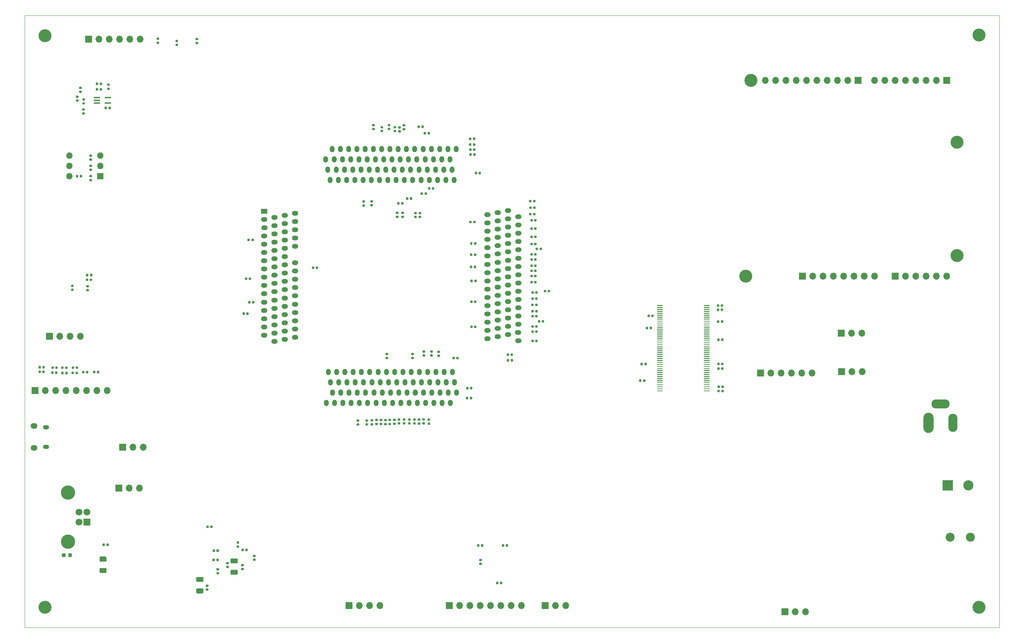
<source format=gbr>
G04 #@! TF.GenerationSoftware,KiCad,Pcbnew,5.1.6-c6e7f7d~87~ubuntu18.04.1*
G04 #@! TF.CreationDate,2020-08-14T22:16:59+05:30*
G04 #@! TF.ProjectId,Aardonyx,41617264-6f6e-4797-982e-6b696361645f,v1.0*
G04 #@! TF.SameCoordinates,Original*
G04 #@! TF.FileFunction,Soldermask,Bot*
G04 #@! TF.FilePolarity,Negative*
%FSLAX46Y46*%
G04 Gerber Fmt 4.6, Leading zero omitted, Abs format (unit mm)*
G04 Created by KiCad (PCBNEW 5.1.6-c6e7f7d~87~ubuntu18.04.1) date 2020-08-14 22:16:59*
%MOMM*%
%LPD*%
G01*
G04 APERTURE LIST*
G04 #@! TA.AperFunction,Profile*
%ADD10C,0.100000*%
G04 #@! TD*
%ADD11C,3.200000*%
%ADD12C,2.500000*%
%ADD13R,2.500000X2.500000*%
%ADD14O,1.219200X1.574800*%
%ADD15O,1.291200X1.574800*%
%ADD16O,1.219100X1.574800*%
%ADD17O,1.574800X1.219200*%
%ADD18R,1.574800X1.219200*%
%ADD19C,2.200000*%
%ADD20O,1.700000X1.700000*%
%ADD21R,1.700000X1.700000*%
%ADD22O,4.500000X2.250000*%
%ADD23O,2.250000X4.500000*%
%ADD24O,2.500000X5.000000*%
%ADD25R,1.500000X0.400000*%
%ADD26O,1.600000X1.600000*%
%ADD27R,1.600000X1.600000*%
%ADD28O,1.700000X1.350000*%
%ADD29O,1.500000X1.100000*%
%ADD30C,3.500000*%
%ADD31C,1.700000*%
G04 APERTURE END LIST*
D10*
X43561000Y-162560000D02*
X43561000Y-11684000D01*
X283824680Y-162562540D02*
X43561000Y-162557460D01*
X283824680Y-11684000D02*
X283824680Y-162560000D01*
X43561000Y-11684000D02*
X283824680Y-11684000D01*
D11*
X278825000Y-16564000D03*
G36*
G01*
X54343800Y-144984050D02*
X54343800Y-144471550D01*
G75*
G02*
X54562550Y-144252800I218750J0D01*
G01*
X55000050Y-144252800D01*
G75*
G02*
X55218800Y-144471550I0J-218750D01*
G01*
X55218800Y-144984050D01*
G75*
G02*
X55000050Y-145202800I-218750J0D01*
G01*
X54562550Y-145202800D01*
G75*
G02*
X54343800Y-144984050I0J218750D01*
G01*
G37*
G36*
G01*
X52768800Y-144984050D02*
X52768800Y-144471550D01*
G75*
G02*
X52987550Y-144252800I218750J0D01*
G01*
X53425050Y-144252800D01*
G75*
G02*
X53643800Y-144471550I0J-218750D01*
G01*
X53643800Y-144984050D01*
G75*
G02*
X53425050Y-145202800I-218750J0D01*
G01*
X52987550Y-145202800D01*
G75*
G02*
X52768800Y-144984050I0J218750D01*
G01*
G37*
D12*
X276199600Y-127508000D03*
D13*
X271119600Y-127508000D03*
G36*
G01*
X212397800Y-83171000D02*
X212397800Y-83281000D01*
G75*
G02*
X212342800Y-83336000I-55000J0D01*
G01*
X211052800Y-83336000D01*
G75*
G02*
X210997800Y-83281000I0J55000D01*
G01*
X210997800Y-83171000D01*
G75*
G02*
X211052800Y-83116000I55000J0D01*
G01*
X212342800Y-83116000D01*
G75*
G02*
X212397800Y-83171000I0J-55000D01*
G01*
G37*
G36*
G01*
X212397800Y-83671000D02*
X212397800Y-83781000D01*
G75*
G02*
X212342800Y-83836000I-55000J0D01*
G01*
X211052800Y-83836000D01*
G75*
G02*
X210997800Y-83781000I0J55000D01*
G01*
X210997800Y-83671000D01*
G75*
G02*
X211052800Y-83616000I55000J0D01*
G01*
X212342800Y-83616000D01*
G75*
G02*
X212397800Y-83671000I0J-55000D01*
G01*
G37*
G36*
G01*
X212397800Y-84176000D02*
X212397800Y-84276000D01*
G75*
G02*
X212347800Y-84326000I-50000J0D01*
G01*
X211047800Y-84326000D01*
G75*
G02*
X210997800Y-84276000I0J50000D01*
G01*
X210997800Y-84176000D01*
G75*
G02*
X211047800Y-84126000I50000J0D01*
G01*
X212347800Y-84126000D01*
G75*
G02*
X212397800Y-84176000I0J-50000D01*
G01*
G37*
G36*
G01*
X212397800Y-84671000D02*
X212397800Y-84781000D01*
G75*
G02*
X212342800Y-84836000I-55000J0D01*
G01*
X211052800Y-84836000D01*
G75*
G02*
X210997800Y-84781000I0J55000D01*
G01*
X210997800Y-84671000D01*
G75*
G02*
X211052800Y-84616000I55000J0D01*
G01*
X212342800Y-84616000D01*
G75*
G02*
X212397800Y-84671000I0J-55000D01*
G01*
G37*
G36*
G01*
X212397800Y-85171000D02*
X212397800Y-85281000D01*
G75*
G02*
X212342800Y-85336000I-55000J0D01*
G01*
X211052800Y-85336000D01*
G75*
G02*
X210997800Y-85281000I0J55000D01*
G01*
X210997800Y-85171000D01*
G75*
G02*
X211052800Y-85116000I55000J0D01*
G01*
X212342800Y-85116000D01*
G75*
G02*
X212397800Y-85171000I0J-55000D01*
G01*
G37*
G36*
G01*
X212397800Y-85671000D02*
X212397800Y-85781000D01*
G75*
G02*
X212342800Y-85836000I-55000J0D01*
G01*
X211052800Y-85836000D01*
G75*
G02*
X210997800Y-85781000I0J55000D01*
G01*
X210997800Y-85671000D01*
G75*
G02*
X211052800Y-85616000I55000J0D01*
G01*
X212342800Y-85616000D01*
G75*
G02*
X212397800Y-85671000I0J-55000D01*
G01*
G37*
G36*
G01*
X212397800Y-86171000D02*
X212397800Y-86281000D01*
G75*
G02*
X212342800Y-86336000I-55000J0D01*
G01*
X211052800Y-86336000D01*
G75*
G02*
X210997800Y-86281000I0J55000D01*
G01*
X210997800Y-86171000D01*
G75*
G02*
X211052800Y-86116000I55000J0D01*
G01*
X212342800Y-86116000D01*
G75*
G02*
X212397800Y-86171000I0J-55000D01*
G01*
G37*
G36*
G01*
X212397800Y-86671000D02*
X212397800Y-86781000D01*
G75*
G02*
X212342800Y-86836000I-55000J0D01*
G01*
X211052800Y-86836000D01*
G75*
G02*
X210997800Y-86781000I0J55000D01*
G01*
X210997800Y-86671000D01*
G75*
G02*
X211052800Y-86616000I55000J0D01*
G01*
X212342800Y-86616000D01*
G75*
G02*
X212397800Y-86671000I0J-55000D01*
G01*
G37*
G36*
G01*
X212397800Y-87171000D02*
X212397800Y-87281000D01*
G75*
G02*
X212342800Y-87336000I-55000J0D01*
G01*
X211052800Y-87336000D01*
G75*
G02*
X210997800Y-87281000I0J55000D01*
G01*
X210997800Y-87171000D01*
G75*
G02*
X211052800Y-87116000I55000J0D01*
G01*
X212342800Y-87116000D01*
G75*
G02*
X212397800Y-87171000I0J-55000D01*
G01*
G37*
G36*
G01*
X212397800Y-87671000D02*
X212397800Y-87781000D01*
G75*
G02*
X212342800Y-87836000I-55000J0D01*
G01*
X211052800Y-87836000D01*
G75*
G02*
X210997800Y-87781000I0J55000D01*
G01*
X210997800Y-87671000D01*
G75*
G02*
X211052800Y-87616000I55000J0D01*
G01*
X212342800Y-87616000D01*
G75*
G02*
X212397800Y-87671000I0J-55000D01*
G01*
G37*
G36*
G01*
X212397800Y-88171000D02*
X212397800Y-88281000D01*
G75*
G02*
X212342800Y-88336000I-55000J0D01*
G01*
X211052800Y-88336000D01*
G75*
G02*
X210997800Y-88281000I0J55000D01*
G01*
X210997800Y-88171000D01*
G75*
G02*
X211052800Y-88116000I55000J0D01*
G01*
X212342800Y-88116000D01*
G75*
G02*
X212397800Y-88171000I0J-55000D01*
G01*
G37*
G36*
G01*
X212397800Y-88671000D02*
X212397800Y-88781000D01*
G75*
G02*
X212342800Y-88836000I-55000J0D01*
G01*
X211052800Y-88836000D01*
G75*
G02*
X210997800Y-88781000I0J55000D01*
G01*
X210997800Y-88671000D01*
G75*
G02*
X211052800Y-88616000I55000J0D01*
G01*
X212342800Y-88616000D01*
G75*
G02*
X212397800Y-88671000I0J-55000D01*
G01*
G37*
G36*
G01*
X212397800Y-89171000D02*
X212397800Y-89281000D01*
G75*
G02*
X212342800Y-89336000I-55000J0D01*
G01*
X211052800Y-89336000D01*
G75*
G02*
X210997800Y-89281000I0J55000D01*
G01*
X210997800Y-89171000D01*
G75*
G02*
X211052800Y-89116000I55000J0D01*
G01*
X212342800Y-89116000D01*
G75*
G02*
X212397800Y-89171000I0J-55000D01*
G01*
G37*
G36*
G01*
X212397800Y-89671000D02*
X212397800Y-89781000D01*
G75*
G02*
X212342800Y-89836000I-55000J0D01*
G01*
X211052800Y-89836000D01*
G75*
G02*
X210997800Y-89781000I0J55000D01*
G01*
X210997800Y-89671000D01*
G75*
G02*
X211052800Y-89616000I55000J0D01*
G01*
X212342800Y-89616000D01*
G75*
G02*
X212397800Y-89671000I0J-55000D01*
G01*
G37*
G36*
G01*
X212397800Y-90171000D02*
X212397800Y-90281000D01*
G75*
G02*
X212342800Y-90336000I-55000J0D01*
G01*
X211052800Y-90336000D01*
G75*
G02*
X210997800Y-90281000I0J55000D01*
G01*
X210997800Y-90171000D01*
G75*
G02*
X211052800Y-90116000I55000J0D01*
G01*
X212342800Y-90116000D01*
G75*
G02*
X212397800Y-90171000I0J-55000D01*
G01*
G37*
G36*
G01*
X212397800Y-90671000D02*
X212397800Y-90781000D01*
G75*
G02*
X212342800Y-90836000I-55000J0D01*
G01*
X211052800Y-90836000D01*
G75*
G02*
X210997800Y-90781000I0J55000D01*
G01*
X210997800Y-90671000D01*
G75*
G02*
X211052800Y-90616000I55000J0D01*
G01*
X212342800Y-90616000D01*
G75*
G02*
X212397800Y-90671000I0J-55000D01*
G01*
G37*
G36*
G01*
X212397800Y-91171000D02*
X212397800Y-91281000D01*
G75*
G02*
X212342800Y-91336000I-55000J0D01*
G01*
X211052800Y-91336000D01*
G75*
G02*
X210997800Y-91281000I0J55000D01*
G01*
X210997800Y-91171000D01*
G75*
G02*
X211052800Y-91116000I55000J0D01*
G01*
X212342800Y-91116000D01*
G75*
G02*
X212397800Y-91171000I0J-55000D01*
G01*
G37*
G36*
G01*
X212397800Y-91671000D02*
X212397800Y-91781000D01*
G75*
G02*
X212342800Y-91836000I-55000J0D01*
G01*
X211052800Y-91836000D01*
G75*
G02*
X210997800Y-91781000I0J55000D01*
G01*
X210997800Y-91671000D01*
G75*
G02*
X211052800Y-91616000I55000J0D01*
G01*
X212342800Y-91616000D01*
G75*
G02*
X212397800Y-91671000I0J-55000D01*
G01*
G37*
G36*
G01*
X212397800Y-92171000D02*
X212397800Y-92281000D01*
G75*
G02*
X212342800Y-92336000I-55000J0D01*
G01*
X211052800Y-92336000D01*
G75*
G02*
X210997800Y-92281000I0J55000D01*
G01*
X210997800Y-92171000D01*
G75*
G02*
X211052800Y-92116000I55000J0D01*
G01*
X212342800Y-92116000D01*
G75*
G02*
X212397800Y-92171000I0J-55000D01*
G01*
G37*
G36*
G01*
X212397800Y-92671000D02*
X212397800Y-92781000D01*
G75*
G02*
X212342800Y-92836000I-55000J0D01*
G01*
X211052800Y-92836000D01*
G75*
G02*
X210997800Y-92781000I0J55000D01*
G01*
X210997800Y-92671000D01*
G75*
G02*
X211052800Y-92616000I55000J0D01*
G01*
X212342800Y-92616000D01*
G75*
G02*
X212397800Y-92671000I0J-55000D01*
G01*
G37*
G36*
G01*
X212397800Y-93171000D02*
X212397800Y-93281000D01*
G75*
G02*
X212342800Y-93336000I-55000J0D01*
G01*
X211052800Y-93336000D01*
G75*
G02*
X210997800Y-93281000I0J55000D01*
G01*
X210997800Y-93171000D01*
G75*
G02*
X211052800Y-93116000I55000J0D01*
G01*
X212342800Y-93116000D01*
G75*
G02*
X212397800Y-93171000I0J-55000D01*
G01*
G37*
G36*
G01*
X212397800Y-93671000D02*
X212397800Y-93781000D01*
G75*
G02*
X212342800Y-93836000I-55000J0D01*
G01*
X211052800Y-93836000D01*
G75*
G02*
X210997800Y-93781000I0J55000D01*
G01*
X210997800Y-93671000D01*
G75*
G02*
X211052800Y-93616000I55000J0D01*
G01*
X212342800Y-93616000D01*
G75*
G02*
X212397800Y-93671000I0J-55000D01*
G01*
G37*
G36*
G01*
X212397800Y-94171000D02*
X212397800Y-94281000D01*
G75*
G02*
X212342800Y-94336000I-55000J0D01*
G01*
X211052800Y-94336000D01*
G75*
G02*
X210997800Y-94281000I0J55000D01*
G01*
X210997800Y-94171000D01*
G75*
G02*
X211052800Y-94116000I55000J0D01*
G01*
X212342800Y-94116000D01*
G75*
G02*
X212397800Y-94171000I0J-55000D01*
G01*
G37*
G36*
G01*
X212397800Y-94671000D02*
X212397800Y-94781000D01*
G75*
G02*
X212342800Y-94836000I-55000J0D01*
G01*
X211052800Y-94836000D01*
G75*
G02*
X210997800Y-94781000I0J55000D01*
G01*
X210997800Y-94671000D01*
G75*
G02*
X211052800Y-94616000I55000J0D01*
G01*
X212342800Y-94616000D01*
G75*
G02*
X212397800Y-94671000I0J-55000D01*
G01*
G37*
G36*
G01*
X212397800Y-95171000D02*
X212397800Y-95281000D01*
G75*
G02*
X212342800Y-95336000I-55000J0D01*
G01*
X211052800Y-95336000D01*
G75*
G02*
X210997800Y-95281000I0J55000D01*
G01*
X210997800Y-95171000D01*
G75*
G02*
X211052800Y-95116000I55000J0D01*
G01*
X212342800Y-95116000D01*
G75*
G02*
X212397800Y-95171000I0J-55000D01*
G01*
G37*
G36*
G01*
X212397800Y-95671000D02*
X212397800Y-95781000D01*
G75*
G02*
X212342800Y-95836000I-55000J0D01*
G01*
X211052800Y-95836000D01*
G75*
G02*
X210997800Y-95781000I0J55000D01*
G01*
X210997800Y-95671000D01*
G75*
G02*
X211052800Y-95616000I55000J0D01*
G01*
X212342800Y-95616000D01*
G75*
G02*
X212397800Y-95671000I0J-55000D01*
G01*
G37*
G36*
G01*
X212397800Y-96171000D02*
X212397800Y-96281000D01*
G75*
G02*
X212342800Y-96336000I-55000J0D01*
G01*
X211052800Y-96336000D01*
G75*
G02*
X210997800Y-96281000I0J55000D01*
G01*
X210997800Y-96171000D01*
G75*
G02*
X211052800Y-96116000I55000J0D01*
G01*
X212342800Y-96116000D01*
G75*
G02*
X212397800Y-96171000I0J-55000D01*
G01*
G37*
G36*
G01*
X212397800Y-96671000D02*
X212397800Y-96781000D01*
G75*
G02*
X212342800Y-96836000I-55000J0D01*
G01*
X211052800Y-96836000D01*
G75*
G02*
X210997800Y-96781000I0J55000D01*
G01*
X210997800Y-96671000D01*
G75*
G02*
X211052800Y-96616000I55000J0D01*
G01*
X212342800Y-96616000D01*
G75*
G02*
X212397800Y-96671000I0J-55000D01*
G01*
G37*
G36*
G01*
X212397800Y-97171000D02*
X212397800Y-97281000D01*
G75*
G02*
X212342800Y-97336000I-55000J0D01*
G01*
X211052800Y-97336000D01*
G75*
G02*
X210997800Y-97281000I0J55000D01*
G01*
X210997800Y-97171000D01*
G75*
G02*
X211052800Y-97116000I55000J0D01*
G01*
X212342800Y-97116000D01*
G75*
G02*
X212397800Y-97171000I0J-55000D01*
G01*
G37*
G36*
G01*
X212397800Y-97671000D02*
X212397800Y-97781000D01*
G75*
G02*
X212342800Y-97836000I-55000J0D01*
G01*
X211052800Y-97836000D01*
G75*
G02*
X210997800Y-97781000I0J55000D01*
G01*
X210997800Y-97671000D01*
G75*
G02*
X211052800Y-97616000I55000J0D01*
G01*
X212342800Y-97616000D01*
G75*
G02*
X212397800Y-97671000I0J-55000D01*
G01*
G37*
G36*
G01*
X212397800Y-98171000D02*
X212397800Y-98281000D01*
G75*
G02*
X212342800Y-98336000I-55000J0D01*
G01*
X211052800Y-98336000D01*
G75*
G02*
X210997800Y-98281000I0J55000D01*
G01*
X210997800Y-98171000D01*
G75*
G02*
X211052800Y-98116000I55000J0D01*
G01*
X212342800Y-98116000D01*
G75*
G02*
X212397800Y-98171000I0J-55000D01*
G01*
G37*
G36*
G01*
X212397800Y-98671000D02*
X212397800Y-98781000D01*
G75*
G02*
X212342800Y-98836000I-55000J0D01*
G01*
X211052800Y-98836000D01*
G75*
G02*
X210997800Y-98781000I0J55000D01*
G01*
X210997800Y-98671000D01*
G75*
G02*
X211052800Y-98616000I55000J0D01*
G01*
X212342800Y-98616000D01*
G75*
G02*
X212397800Y-98671000I0J-55000D01*
G01*
G37*
G36*
G01*
X212397800Y-99171000D02*
X212397800Y-99281000D01*
G75*
G02*
X212342800Y-99336000I-55000J0D01*
G01*
X211052800Y-99336000D01*
G75*
G02*
X210997800Y-99281000I0J55000D01*
G01*
X210997800Y-99171000D01*
G75*
G02*
X211052800Y-99116000I55000J0D01*
G01*
X212342800Y-99116000D01*
G75*
G02*
X212397800Y-99171000I0J-55000D01*
G01*
G37*
G36*
G01*
X212397800Y-99671000D02*
X212397800Y-99781000D01*
G75*
G02*
X212342800Y-99836000I-55000J0D01*
G01*
X211052800Y-99836000D01*
G75*
G02*
X210997800Y-99781000I0J55000D01*
G01*
X210997800Y-99671000D01*
G75*
G02*
X211052800Y-99616000I55000J0D01*
G01*
X212342800Y-99616000D01*
G75*
G02*
X212397800Y-99671000I0J-55000D01*
G01*
G37*
G36*
G01*
X212397800Y-100171000D02*
X212397800Y-100281000D01*
G75*
G02*
X212342800Y-100336000I-55000J0D01*
G01*
X211052800Y-100336000D01*
G75*
G02*
X210997800Y-100281000I0J55000D01*
G01*
X210997800Y-100171000D01*
G75*
G02*
X211052800Y-100116000I55000J0D01*
G01*
X212342800Y-100116000D01*
G75*
G02*
X212397800Y-100171000I0J-55000D01*
G01*
G37*
G36*
G01*
X212397800Y-100671000D02*
X212397800Y-100781000D01*
G75*
G02*
X212342800Y-100836000I-55000J0D01*
G01*
X211052800Y-100836000D01*
G75*
G02*
X210997800Y-100781000I0J55000D01*
G01*
X210997800Y-100671000D01*
G75*
G02*
X211052800Y-100616000I55000J0D01*
G01*
X212342800Y-100616000D01*
G75*
G02*
X212397800Y-100671000I0J-55000D01*
G01*
G37*
G36*
G01*
X212397800Y-101171000D02*
X212397800Y-101281000D01*
G75*
G02*
X212342800Y-101336000I-55000J0D01*
G01*
X211052800Y-101336000D01*
G75*
G02*
X210997800Y-101281000I0J55000D01*
G01*
X210997800Y-101171000D01*
G75*
G02*
X211052800Y-101116000I55000J0D01*
G01*
X212342800Y-101116000D01*
G75*
G02*
X212397800Y-101171000I0J-55000D01*
G01*
G37*
G36*
G01*
X212397800Y-101671000D02*
X212397800Y-101781000D01*
G75*
G02*
X212342800Y-101836000I-55000J0D01*
G01*
X211052800Y-101836000D01*
G75*
G02*
X210997800Y-101781000I0J55000D01*
G01*
X210997800Y-101671000D01*
G75*
G02*
X211052800Y-101616000I55000J0D01*
G01*
X212342800Y-101616000D01*
G75*
G02*
X212397800Y-101671000I0J-55000D01*
G01*
G37*
G36*
G01*
X212397800Y-102171000D02*
X212397800Y-102281000D01*
G75*
G02*
X212342800Y-102336000I-55000J0D01*
G01*
X211052800Y-102336000D01*
G75*
G02*
X210997800Y-102281000I0J55000D01*
G01*
X210997800Y-102171000D01*
G75*
G02*
X211052800Y-102116000I55000J0D01*
G01*
X212342800Y-102116000D01*
G75*
G02*
X212397800Y-102171000I0J-55000D01*
G01*
G37*
G36*
G01*
X212397800Y-102671000D02*
X212397800Y-102781000D01*
G75*
G02*
X212342800Y-102836000I-55000J0D01*
G01*
X211052800Y-102836000D01*
G75*
G02*
X210997800Y-102781000I0J55000D01*
G01*
X210997800Y-102671000D01*
G75*
G02*
X211052800Y-102616000I55000J0D01*
G01*
X212342800Y-102616000D01*
G75*
G02*
X212397800Y-102671000I0J-55000D01*
G01*
G37*
G36*
G01*
X200837800Y-104171000D02*
X200837800Y-104281000D01*
G75*
G02*
X200782800Y-104336000I-55000J0D01*
G01*
X199492800Y-104336000D01*
G75*
G02*
X199437800Y-104281000I0J55000D01*
G01*
X199437800Y-104171000D01*
G75*
G02*
X199492800Y-104116000I55000J0D01*
G01*
X200782800Y-104116000D01*
G75*
G02*
X200837800Y-104171000I0J-55000D01*
G01*
G37*
G36*
G01*
X200837800Y-103671000D02*
X200837800Y-103781000D01*
G75*
G02*
X200782800Y-103836000I-55000J0D01*
G01*
X199492800Y-103836000D01*
G75*
G02*
X199437800Y-103781000I0J55000D01*
G01*
X199437800Y-103671000D01*
G75*
G02*
X199492800Y-103616000I55000J0D01*
G01*
X200782800Y-103616000D01*
G75*
G02*
X200837800Y-103671000I0J-55000D01*
G01*
G37*
G36*
G01*
X200837800Y-103171000D02*
X200837800Y-103281000D01*
G75*
G02*
X200782800Y-103336000I-55000J0D01*
G01*
X199492800Y-103336000D01*
G75*
G02*
X199437800Y-103281000I0J55000D01*
G01*
X199437800Y-103171000D01*
G75*
G02*
X199492800Y-103116000I55000J0D01*
G01*
X200782800Y-103116000D01*
G75*
G02*
X200837800Y-103171000I0J-55000D01*
G01*
G37*
G36*
G01*
X200837800Y-102671000D02*
X200837800Y-102781000D01*
G75*
G02*
X200782800Y-102836000I-55000J0D01*
G01*
X199492800Y-102836000D01*
G75*
G02*
X199437800Y-102781000I0J55000D01*
G01*
X199437800Y-102671000D01*
G75*
G02*
X199492800Y-102616000I55000J0D01*
G01*
X200782800Y-102616000D01*
G75*
G02*
X200837800Y-102671000I0J-55000D01*
G01*
G37*
G36*
G01*
X200837800Y-102171000D02*
X200837800Y-102281000D01*
G75*
G02*
X200782800Y-102336000I-55000J0D01*
G01*
X199492800Y-102336000D01*
G75*
G02*
X199437800Y-102281000I0J55000D01*
G01*
X199437800Y-102171000D01*
G75*
G02*
X199492800Y-102116000I55000J0D01*
G01*
X200782800Y-102116000D01*
G75*
G02*
X200837800Y-102171000I0J-55000D01*
G01*
G37*
G36*
G01*
X200837800Y-101671000D02*
X200837800Y-101781000D01*
G75*
G02*
X200782800Y-101836000I-55000J0D01*
G01*
X199492800Y-101836000D01*
G75*
G02*
X199437800Y-101781000I0J55000D01*
G01*
X199437800Y-101671000D01*
G75*
G02*
X199492800Y-101616000I55000J0D01*
G01*
X200782800Y-101616000D01*
G75*
G02*
X200837800Y-101671000I0J-55000D01*
G01*
G37*
G36*
G01*
X200837800Y-101171000D02*
X200837800Y-101281000D01*
G75*
G02*
X200782800Y-101336000I-55000J0D01*
G01*
X199492800Y-101336000D01*
G75*
G02*
X199437800Y-101281000I0J55000D01*
G01*
X199437800Y-101171000D01*
G75*
G02*
X199492800Y-101116000I55000J0D01*
G01*
X200782800Y-101116000D01*
G75*
G02*
X200837800Y-101171000I0J-55000D01*
G01*
G37*
G36*
G01*
X200837800Y-100671000D02*
X200837800Y-100781000D01*
G75*
G02*
X200782800Y-100836000I-55000J0D01*
G01*
X199492800Y-100836000D01*
G75*
G02*
X199437800Y-100781000I0J55000D01*
G01*
X199437800Y-100671000D01*
G75*
G02*
X199492800Y-100616000I55000J0D01*
G01*
X200782800Y-100616000D01*
G75*
G02*
X200837800Y-100671000I0J-55000D01*
G01*
G37*
G36*
G01*
X200837800Y-100171000D02*
X200837800Y-100281000D01*
G75*
G02*
X200782800Y-100336000I-55000J0D01*
G01*
X199492800Y-100336000D01*
G75*
G02*
X199437800Y-100281000I0J55000D01*
G01*
X199437800Y-100171000D01*
G75*
G02*
X199492800Y-100116000I55000J0D01*
G01*
X200782800Y-100116000D01*
G75*
G02*
X200837800Y-100171000I0J-55000D01*
G01*
G37*
G36*
G01*
X200837800Y-99671000D02*
X200837800Y-99781000D01*
G75*
G02*
X200782800Y-99836000I-55000J0D01*
G01*
X199492800Y-99836000D01*
G75*
G02*
X199437800Y-99781000I0J55000D01*
G01*
X199437800Y-99671000D01*
G75*
G02*
X199492800Y-99616000I55000J0D01*
G01*
X200782800Y-99616000D01*
G75*
G02*
X200837800Y-99671000I0J-55000D01*
G01*
G37*
G36*
G01*
X200837800Y-99171000D02*
X200837800Y-99281000D01*
G75*
G02*
X200782800Y-99336000I-55000J0D01*
G01*
X199492800Y-99336000D01*
G75*
G02*
X199437800Y-99281000I0J55000D01*
G01*
X199437800Y-99171000D01*
G75*
G02*
X199492800Y-99116000I55000J0D01*
G01*
X200782800Y-99116000D01*
G75*
G02*
X200837800Y-99171000I0J-55000D01*
G01*
G37*
G36*
G01*
X200837800Y-98671000D02*
X200837800Y-98781000D01*
G75*
G02*
X200782800Y-98836000I-55000J0D01*
G01*
X199492800Y-98836000D01*
G75*
G02*
X199437800Y-98781000I0J55000D01*
G01*
X199437800Y-98671000D01*
G75*
G02*
X199492800Y-98616000I55000J0D01*
G01*
X200782800Y-98616000D01*
G75*
G02*
X200837800Y-98671000I0J-55000D01*
G01*
G37*
G36*
G01*
X200837800Y-98171000D02*
X200837800Y-98281000D01*
G75*
G02*
X200782800Y-98336000I-55000J0D01*
G01*
X199492800Y-98336000D01*
G75*
G02*
X199437800Y-98281000I0J55000D01*
G01*
X199437800Y-98171000D01*
G75*
G02*
X199492800Y-98116000I55000J0D01*
G01*
X200782800Y-98116000D01*
G75*
G02*
X200837800Y-98171000I0J-55000D01*
G01*
G37*
G36*
G01*
X200837800Y-97671000D02*
X200837800Y-97781000D01*
G75*
G02*
X200782800Y-97836000I-55000J0D01*
G01*
X199492800Y-97836000D01*
G75*
G02*
X199437800Y-97781000I0J55000D01*
G01*
X199437800Y-97671000D01*
G75*
G02*
X199492800Y-97616000I55000J0D01*
G01*
X200782800Y-97616000D01*
G75*
G02*
X200837800Y-97671000I0J-55000D01*
G01*
G37*
G36*
G01*
X200837800Y-97171000D02*
X200837800Y-97281000D01*
G75*
G02*
X200782800Y-97336000I-55000J0D01*
G01*
X199492800Y-97336000D01*
G75*
G02*
X199437800Y-97281000I0J55000D01*
G01*
X199437800Y-97171000D01*
G75*
G02*
X199492800Y-97116000I55000J0D01*
G01*
X200782800Y-97116000D01*
G75*
G02*
X200837800Y-97171000I0J-55000D01*
G01*
G37*
G36*
G01*
X200837800Y-96671000D02*
X200837800Y-96781000D01*
G75*
G02*
X200782800Y-96836000I-55000J0D01*
G01*
X199492800Y-96836000D01*
G75*
G02*
X199437800Y-96781000I0J55000D01*
G01*
X199437800Y-96671000D01*
G75*
G02*
X199492800Y-96616000I55000J0D01*
G01*
X200782800Y-96616000D01*
G75*
G02*
X200837800Y-96671000I0J-55000D01*
G01*
G37*
G36*
G01*
X200837800Y-96171000D02*
X200837800Y-96281000D01*
G75*
G02*
X200782800Y-96336000I-55000J0D01*
G01*
X199492800Y-96336000D01*
G75*
G02*
X199437800Y-96281000I0J55000D01*
G01*
X199437800Y-96171000D01*
G75*
G02*
X199492800Y-96116000I55000J0D01*
G01*
X200782800Y-96116000D01*
G75*
G02*
X200837800Y-96171000I0J-55000D01*
G01*
G37*
G36*
G01*
X200837800Y-95671000D02*
X200837800Y-95781000D01*
G75*
G02*
X200782800Y-95836000I-55000J0D01*
G01*
X199492800Y-95836000D01*
G75*
G02*
X199437800Y-95781000I0J55000D01*
G01*
X199437800Y-95671000D01*
G75*
G02*
X199492800Y-95616000I55000J0D01*
G01*
X200782800Y-95616000D01*
G75*
G02*
X200837800Y-95671000I0J-55000D01*
G01*
G37*
G36*
G01*
X200837800Y-95171000D02*
X200837800Y-95281000D01*
G75*
G02*
X200782800Y-95336000I-55000J0D01*
G01*
X199492800Y-95336000D01*
G75*
G02*
X199437800Y-95281000I0J55000D01*
G01*
X199437800Y-95171000D01*
G75*
G02*
X199492800Y-95116000I55000J0D01*
G01*
X200782800Y-95116000D01*
G75*
G02*
X200837800Y-95171000I0J-55000D01*
G01*
G37*
G36*
G01*
X200837800Y-94671000D02*
X200837800Y-94781000D01*
G75*
G02*
X200782800Y-94836000I-55000J0D01*
G01*
X199492800Y-94836000D01*
G75*
G02*
X199437800Y-94781000I0J55000D01*
G01*
X199437800Y-94671000D01*
G75*
G02*
X199492800Y-94616000I55000J0D01*
G01*
X200782800Y-94616000D01*
G75*
G02*
X200837800Y-94671000I0J-55000D01*
G01*
G37*
G36*
G01*
X200837800Y-94171000D02*
X200837800Y-94281000D01*
G75*
G02*
X200782800Y-94336000I-55000J0D01*
G01*
X199492800Y-94336000D01*
G75*
G02*
X199437800Y-94281000I0J55000D01*
G01*
X199437800Y-94171000D01*
G75*
G02*
X199492800Y-94116000I55000J0D01*
G01*
X200782800Y-94116000D01*
G75*
G02*
X200837800Y-94171000I0J-55000D01*
G01*
G37*
G36*
G01*
X200837800Y-93671000D02*
X200837800Y-93781000D01*
G75*
G02*
X200782800Y-93836000I-55000J0D01*
G01*
X199492800Y-93836000D01*
G75*
G02*
X199437800Y-93781000I0J55000D01*
G01*
X199437800Y-93671000D01*
G75*
G02*
X199492800Y-93616000I55000J0D01*
G01*
X200782800Y-93616000D01*
G75*
G02*
X200837800Y-93671000I0J-55000D01*
G01*
G37*
G36*
G01*
X200837800Y-93171000D02*
X200837800Y-93281000D01*
G75*
G02*
X200782800Y-93336000I-55000J0D01*
G01*
X199492800Y-93336000D01*
G75*
G02*
X199437800Y-93281000I0J55000D01*
G01*
X199437800Y-93171000D01*
G75*
G02*
X199492800Y-93116000I55000J0D01*
G01*
X200782800Y-93116000D01*
G75*
G02*
X200837800Y-93171000I0J-55000D01*
G01*
G37*
G36*
G01*
X200837800Y-92671000D02*
X200837800Y-92781000D01*
G75*
G02*
X200782800Y-92836000I-55000J0D01*
G01*
X199492800Y-92836000D01*
G75*
G02*
X199437800Y-92781000I0J55000D01*
G01*
X199437800Y-92671000D01*
G75*
G02*
X199492800Y-92616000I55000J0D01*
G01*
X200782800Y-92616000D01*
G75*
G02*
X200837800Y-92671000I0J-55000D01*
G01*
G37*
G36*
G01*
X200837800Y-92171000D02*
X200837800Y-92281000D01*
G75*
G02*
X200782800Y-92336000I-55000J0D01*
G01*
X199492800Y-92336000D01*
G75*
G02*
X199437800Y-92281000I0J55000D01*
G01*
X199437800Y-92171000D01*
G75*
G02*
X199492800Y-92116000I55000J0D01*
G01*
X200782800Y-92116000D01*
G75*
G02*
X200837800Y-92171000I0J-55000D01*
G01*
G37*
G36*
G01*
X200837800Y-91671000D02*
X200837800Y-91781000D01*
G75*
G02*
X200782800Y-91836000I-55000J0D01*
G01*
X199492800Y-91836000D01*
G75*
G02*
X199437800Y-91781000I0J55000D01*
G01*
X199437800Y-91671000D01*
G75*
G02*
X199492800Y-91616000I55000J0D01*
G01*
X200782800Y-91616000D01*
G75*
G02*
X200837800Y-91671000I0J-55000D01*
G01*
G37*
G36*
G01*
X200837800Y-91171000D02*
X200837800Y-91281000D01*
G75*
G02*
X200782800Y-91336000I-55000J0D01*
G01*
X199492800Y-91336000D01*
G75*
G02*
X199437800Y-91281000I0J55000D01*
G01*
X199437800Y-91171000D01*
G75*
G02*
X199492800Y-91116000I55000J0D01*
G01*
X200782800Y-91116000D01*
G75*
G02*
X200837800Y-91171000I0J-55000D01*
G01*
G37*
G36*
G01*
X200837800Y-90671000D02*
X200837800Y-90781000D01*
G75*
G02*
X200782800Y-90836000I-55000J0D01*
G01*
X199492800Y-90836000D01*
G75*
G02*
X199437800Y-90781000I0J55000D01*
G01*
X199437800Y-90671000D01*
G75*
G02*
X199492800Y-90616000I55000J0D01*
G01*
X200782800Y-90616000D01*
G75*
G02*
X200837800Y-90671000I0J-55000D01*
G01*
G37*
G36*
G01*
X200837800Y-90171000D02*
X200837800Y-90281000D01*
G75*
G02*
X200782800Y-90336000I-55000J0D01*
G01*
X199492800Y-90336000D01*
G75*
G02*
X199437800Y-90281000I0J55000D01*
G01*
X199437800Y-90171000D01*
G75*
G02*
X199492800Y-90116000I55000J0D01*
G01*
X200782800Y-90116000D01*
G75*
G02*
X200837800Y-90171000I0J-55000D01*
G01*
G37*
G36*
G01*
X200837800Y-89671000D02*
X200837800Y-89781000D01*
G75*
G02*
X200782800Y-89836000I-55000J0D01*
G01*
X199492800Y-89836000D01*
G75*
G02*
X199437800Y-89781000I0J55000D01*
G01*
X199437800Y-89671000D01*
G75*
G02*
X199492800Y-89616000I55000J0D01*
G01*
X200782800Y-89616000D01*
G75*
G02*
X200837800Y-89671000I0J-55000D01*
G01*
G37*
G36*
G01*
X200875300Y-89171000D02*
X200875300Y-89281000D01*
G75*
G02*
X200820300Y-89336000I-55000J0D01*
G01*
X199455300Y-89336000D01*
G75*
G02*
X199400300Y-89281000I0J55000D01*
G01*
X199400300Y-89171000D01*
G75*
G02*
X199455300Y-89116000I55000J0D01*
G01*
X200820300Y-89116000D01*
G75*
G02*
X200875300Y-89171000I0J-55000D01*
G01*
G37*
G36*
G01*
X200837800Y-88671000D02*
X200837800Y-88781000D01*
G75*
G02*
X200782800Y-88836000I-55000J0D01*
G01*
X199492800Y-88836000D01*
G75*
G02*
X199437800Y-88781000I0J55000D01*
G01*
X199437800Y-88671000D01*
G75*
G02*
X199492800Y-88616000I55000J0D01*
G01*
X200782800Y-88616000D01*
G75*
G02*
X200837800Y-88671000I0J-55000D01*
G01*
G37*
G36*
G01*
X200837800Y-88171000D02*
X200837800Y-88281000D01*
G75*
G02*
X200782800Y-88336000I-55000J0D01*
G01*
X199492800Y-88336000D01*
G75*
G02*
X199437800Y-88281000I0J55000D01*
G01*
X199437800Y-88171000D01*
G75*
G02*
X199492800Y-88116000I55000J0D01*
G01*
X200782800Y-88116000D01*
G75*
G02*
X200837800Y-88171000I0J-55000D01*
G01*
G37*
G36*
G01*
X200837800Y-87671000D02*
X200837800Y-87781000D01*
G75*
G02*
X200782800Y-87836000I-55000J0D01*
G01*
X199492800Y-87836000D01*
G75*
G02*
X199437800Y-87781000I0J55000D01*
G01*
X199437800Y-87671000D01*
G75*
G02*
X199492800Y-87616000I55000J0D01*
G01*
X200782800Y-87616000D01*
G75*
G02*
X200837800Y-87671000I0J-55000D01*
G01*
G37*
G36*
G01*
X200837800Y-87171000D02*
X200837800Y-87281000D01*
G75*
G02*
X200782800Y-87336000I-55000J0D01*
G01*
X199492800Y-87336000D01*
G75*
G02*
X199437800Y-87281000I0J55000D01*
G01*
X199437800Y-87171000D01*
G75*
G02*
X199492800Y-87116000I55000J0D01*
G01*
X200782800Y-87116000D01*
G75*
G02*
X200837800Y-87171000I0J-55000D01*
G01*
G37*
G36*
G01*
X200837800Y-86671000D02*
X200837800Y-86781000D01*
G75*
G02*
X200782800Y-86836000I-55000J0D01*
G01*
X199492800Y-86836000D01*
G75*
G02*
X199437800Y-86781000I0J55000D01*
G01*
X199437800Y-86671000D01*
G75*
G02*
X199492800Y-86616000I55000J0D01*
G01*
X200782800Y-86616000D01*
G75*
G02*
X200837800Y-86671000I0J-55000D01*
G01*
G37*
G36*
G01*
X200837800Y-86171000D02*
X200837800Y-86281000D01*
G75*
G02*
X200782800Y-86336000I-55000J0D01*
G01*
X199492800Y-86336000D01*
G75*
G02*
X199437800Y-86281000I0J55000D01*
G01*
X199437800Y-86171000D01*
G75*
G02*
X199492800Y-86116000I55000J0D01*
G01*
X200782800Y-86116000D01*
G75*
G02*
X200837800Y-86171000I0J-55000D01*
G01*
G37*
G36*
G01*
X200837800Y-85671000D02*
X200837800Y-85781000D01*
G75*
G02*
X200782800Y-85836000I-55000J0D01*
G01*
X199492800Y-85836000D01*
G75*
G02*
X199437800Y-85781000I0J55000D01*
G01*
X199437800Y-85671000D01*
G75*
G02*
X199492800Y-85616000I55000J0D01*
G01*
X200782800Y-85616000D01*
G75*
G02*
X200837800Y-85671000I0J-55000D01*
G01*
G37*
G36*
G01*
X200837800Y-85171000D02*
X200837800Y-85281000D01*
G75*
G02*
X200782800Y-85336000I-55000J0D01*
G01*
X199492800Y-85336000D01*
G75*
G02*
X199437800Y-85281000I0J55000D01*
G01*
X199437800Y-85171000D01*
G75*
G02*
X199492800Y-85116000I55000J0D01*
G01*
X200782800Y-85116000D01*
G75*
G02*
X200837800Y-85171000I0J-55000D01*
G01*
G37*
G36*
G01*
X200837800Y-84671000D02*
X200837800Y-84781000D01*
G75*
G02*
X200782800Y-84836000I-55000J0D01*
G01*
X199492800Y-84836000D01*
G75*
G02*
X199437800Y-84781000I0J55000D01*
G01*
X199437800Y-84671000D01*
G75*
G02*
X199492800Y-84616000I55000J0D01*
G01*
X200782800Y-84616000D01*
G75*
G02*
X200837800Y-84671000I0J-55000D01*
G01*
G37*
G36*
G01*
X212397800Y-103171000D02*
X212397800Y-103281000D01*
G75*
G02*
X212342800Y-103336000I-55000J0D01*
G01*
X211052800Y-103336000D01*
G75*
G02*
X210997800Y-103281000I0J55000D01*
G01*
X210997800Y-103171000D01*
G75*
G02*
X211052800Y-103116000I55000J0D01*
G01*
X212342800Y-103116000D01*
G75*
G02*
X212397800Y-103171000I0J-55000D01*
G01*
G37*
G36*
G01*
X212397800Y-103671000D02*
X212397800Y-103781000D01*
G75*
G02*
X212342800Y-103836000I-55000J0D01*
G01*
X211052800Y-103836000D01*
G75*
G02*
X210997800Y-103781000I0J55000D01*
G01*
X210997800Y-103671000D01*
G75*
G02*
X211052800Y-103616000I55000J0D01*
G01*
X212342800Y-103616000D01*
G75*
G02*
X212397800Y-103671000I0J-55000D01*
G01*
G37*
G36*
G01*
X212397800Y-104171000D02*
X212397800Y-104281000D01*
G75*
G02*
X212342800Y-104336000I-55000J0D01*
G01*
X211052800Y-104336000D01*
G75*
G02*
X210997800Y-104281000I0J55000D01*
G01*
X210997800Y-104171000D01*
G75*
G02*
X211052800Y-104116000I55000J0D01*
G01*
X212342800Y-104116000D01*
G75*
G02*
X212397800Y-104171000I0J-55000D01*
G01*
G37*
G36*
G01*
X200837800Y-84171000D02*
X200837800Y-84281000D01*
G75*
G02*
X200782800Y-84336000I-55000J0D01*
G01*
X199492800Y-84336000D01*
G75*
G02*
X199437800Y-84281000I0J55000D01*
G01*
X199437800Y-84171000D01*
G75*
G02*
X199492800Y-84116000I55000J0D01*
G01*
X200782800Y-84116000D01*
G75*
G02*
X200837800Y-84171000I0J-55000D01*
G01*
G37*
G36*
G01*
X200837800Y-83671000D02*
X200837800Y-83781000D01*
G75*
G02*
X200782800Y-83836000I-55000J0D01*
G01*
X199492800Y-83836000D01*
G75*
G02*
X199437800Y-83781000I0J55000D01*
G01*
X199437800Y-83671000D01*
G75*
G02*
X199492800Y-83616000I55000J0D01*
G01*
X200782800Y-83616000D01*
G75*
G02*
X200837800Y-83671000I0J-55000D01*
G01*
G37*
G36*
G01*
X200837800Y-83171000D02*
X200837800Y-83281000D01*
G75*
G02*
X200782800Y-83336000I-55000J0D01*
G01*
X199492800Y-83336000D01*
G75*
G02*
X199437800Y-83281000I0J55000D01*
G01*
X199437800Y-83171000D01*
G75*
G02*
X199492800Y-83116000I55000J0D01*
G01*
X200782800Y-83116000D01*
G75*
G02*
X200837800Y-83171000I0J-55000D01*
G01*
G37*
G36*
G01*
X163000200Y-96519700D02*
X163000200Y-96864700D01*
G75*
G02*
X162852700Y-97012200I-147500J0D01*
G01*
X162557700Y-97012200D01*
G75*
G02*
X162410200Y-96864700I0J147500D01*
G01*
X162410200Y-96519700D01*
G75*
G02*
X162557700Y-96372200I147500J0D01*
G01*
X162852700Y-96372200D01*
G75*
G02*
X163000200Y-96519700I0J-147500D01*
G01*
G37*
G36*
G01*
X163970200Y-96519700D02*
X163970200Y-96864700D01*
G75*
G02*
X163822700Y-97012200I-147500J0D01*
G01*
X163527700Y-97012200D01*
G75*
G02*
X163380200Y-96864700I0J147500D01*
G01*
X163380200Y-96519700D01*
G75*
G02*
X163527700Y-96372200I147500J0D01*
G01*
X163822700Y-96372200D01*
G75*
G02*
X163970200Y-96519700I0J-147500D01*
G01*
G37*
D14*
X142924200Y-99595600D03*
X147004200Y-99595600D03*
X149044200Y-99595600D03*
X123544200Y-104675600D03*
X125584200Y-104675600D03*
X144964200Y-99595600D03*
X138844200Y-99595600D03*
X127624200Y-104675600D03*
X140884200Y-99595600D03*
X145984200Y-104675600D03*
X143944200Y-104675600D03*
X135784200Y-104675600D03*
X129664200Y-104675600D03*
X136804200Y-99595600D03*
X132724200Y-99595600D03*
X130684200Y-99595600D03*
X137824200Y-104675600D03*
X134764200Y-99595600D03*
X150064200Y-104675600D03*
X141904200Y-104675600D03*
X128644200Y-99595600D03*
X131704200Y-104675600D03*
X122524200Y-99595600D03*
X121504200Y-104675600D03*
X120484200Y-99595600D03*
X148024200Y-104675600D03*
X133744200Y-104675600D03*
D15*
X139864200Y-104675600D03*
D14*
X124564200Y-99595600D03*
X118444200Y-99595600D03*
X126604200Y-99595600D03*
X148534200Y-107215600D03*
X134254200Y-107215600D03*
X128134200Y-107215600D03*
X144454200Y-107215600D03*
X138334200Y-107215600D03*
X146494200Y-107215600D03*
X132214200Y-107215600D03*
X142414200Y-107215600D03*
X136294200Y-107215600D03*
X130174200Y-107215600D03*
X140374200Y-107215600D03*
X139354200Y-102135600D03*
X119974200Y-107215600D03*
X149554200Y-102135600D03*
D16*
X124054200Y-107215600D03*
D14*
X122014200Y-107215600D03*
X137314200Y-102135600D03*
X123034200Y-102135600D03*
X145474200Y-102135600D03*
X147514200Y-102135600D03*
X119464200Y-104675600D03*
X120994200Y-102135600D03*
X118954200Y-102135600D03*
X127114200Y-102135600D03*
X125074200Y-102135600D03*
X131194200Y-102135600D03*
X126094200Y-107215600D03*
X143434200Y-102135600D03*
X135274200Y-102135600D03*
X141394200Y-102135600D03*
X133234200Y-102135600D03*
X117934200Y-107215600D03*
X129154200Y-102135600D03*
D17*
X105179200Y-81850600D03*
X105179200Y-79810600D03*
X105179200Y-85930600D03*
X105179200Y-87970600D03*
X105179200Y-69610600D03*
X105179200Y-67570600D03*
X105179200Y-71650600D03*
X105179200Y-65530600D03*
X105179200Y-77770600D03*
X105179200Y-73690600D03*
X105179200Y-92050600D03*
X105179200Y-90010600D03*
X105179200Y-75730600D03*
X105179200Y-83890600D03*
X105179200Y-63490600D03*
X105179200Y-61450600D03*
X107719200Y-69100600D03*
X107719200Y-85420600D03*
X107719200Y-65020600D03*
X107719200Y-89500600D03*
X107719200Y-87460600D03*
X107719200Y-73180600D03*
X107719200Y-81340600D03*
X107719200Y-75220600D03*
X107719200Y-71140600D03*
X107719200Y-67060600D03*
X107719200Y-91540600D03*
X107719200Y-77260600D03*
X107719200Y-79300600D03*
X107719200Y-60940600D03*
X107719200Y-83380600D03*
X107719200Y-62980600D03*
D18*
X102639200Y-59920600D03*
D17*
X102639200Y-61960600D03*
X102675200Y-64000600D03*
X102639200Y-66040600D03*
X102639200Y-68080600D03*
X102639200Y-70120600D03*
X102639200Y-72160600D03*
X102639200Y-74200600D03*
X102639200Y-76240600D03*
X102639200Y-78280600D03*
X102639200Y-80320600D03*
X102639200Y-82360600D03*
X102639200Y-84400600D03*
X102639200Y-86440600D03*
X102639200Y-88480600D03*
X102639200Y-90520600D03*
X110259200Y-66550600D03*
X110259200Y-68590600D03*
X110259200Y-60430600D03*
X110259200Y-62470600D03*
X110259200Y-64510600D03*
X110259200Y-76750600D03*
X110259200Y-72670600D03*
X110259200Y-74710600D03*
X110259200Y-78790600D03*
X110259200Y-80830600D03*
X110259200Y-82870600D03*
X110259200Y-84910600D03*
X110259200Y-86950600D03*
X110259200Y-88990600D03*
X110259200Y-91030600D03*
X165229200Y-81720600D03*
X165229200Y-69480600D03*
X165229200Y-75600600D03*
X165229200Y-73560600D03*
X165229200Y-63360600D03*
X162689200Y-76110600D03*
X165229200Y-85800600D03*
X157609200Y-83250600D03*
X165229200Y-65400600D03*
X162689200Y-61830600D03*
X165229200Y-67440600D03*
X165229200Y-79680600D03*
X157609200Y-89370600D03*
X157609200Y-85290600D03*
X157609200Y-91410600D03*
X162689200Y-69990600D03*
X165229200Y-77640600D03*
X165193200Y-89880600D03*
X160149200Y-60300600D03*
X165229200Y-71520600D03*
X160149200Y-70500600D03*
X165229200Y-61320600D03*
X162689200Y-90390600D03*
X165229200Y-87840600D03*
X160149200Y-64380600D03*
X160149200Y-88860600D03*
X160149200Y-72540600D03*
X160149200Y-82740600D03*
X160149200Y-62340600D03*
X160149200Y-90900600D03*
X157609200Y-64890600D03*
X160149200Y-86820600D03*
X160149200Y-78660600D03*
X165229200Y-83760600D03*
X160149200Y-84780600D03*
X162689200Y-78150600D03*
X162689200Y-65910600D03*
X157609200Y-81210600D03*
X160149200Y-66420600D03*
X157609200Y-60810600D03*
X160149200Y-74580600D03*
X157609200Y-68970600D03*
X162689200Y-59790600D03*
X160149200Y-68460600D03*
X157609200Y-87330600D03*
X160149200Y-76620600D03*
X165229200Y-91920600D03*
X157609200Y-62850600D03*
X157609200Y-66930600D03*
X162689200Y-67950600D03*
X162689200Y-88350600D03*
X162689200Y-84270600D03*
X157609200Y-73050600D03*
X162689200Y-74070600D03*
X162689200Y-80190600D03*
X157609200Y-77130600D03*
X157609200Y-79170600D03*
X162689200Y-72030600D03*
X157609200Y-75090600D03*
X157609200Y-71010600D03*
X160149200Y-80700600D03*
X162689200Y-86310600D03*
X162689200Y-82230600D03*
X162689200Y-63870600D03*
D14*
X139734200Y-44625600D03*
X127494200Y-44625600D03*
X133614200Y-44625600D03*
X131574200Y-44625600D03*
X121374200Y-44625600D03*
X134124200Y-47165600D03*
X143814200Y-44625600D03*
X141264200Y-52245600D03*
X123414200Y-44625600D03*
X119844200Y-47165600D03*
X125454200Y-44625600D03*
X137694200Y-44625600D03*
X147384200Y-52245600D03*
X143304200Y-52245600D03*
X149424200Y-52245600D03*
X128004200Y-47165600D03*
X135654200Y-44625600D03*
X147894200Y-44625600D03*
X118314200Y-49705600D03*
X129534200Y-44625600D03*
X128514200Y-49705600D03*
X119334200Y-44625600D03*
X148404200Y-47165600D03*
X145854200Y-44625600D03*
X122394200Y-49705600D03*
X146874200Y-49705600D03*
X130554200Y-49705600D03*
X140754200Y-49705600D03*
X120354200Y-49705600D03*
X148914200Y-49705600D03*
X122904200Y-52245600D03*
X144834200Y-49705600D03*
X136674200Y-49705600D03*
X141774200Y-44625600D03*
X142794200Y-49705600D03*
X136164200Y-47165600D03*
X123924200Y-47165600D03*
X139224200Y-52245600D03*
X124434200Y-49705600D03*
X118824200Y-52245600D03*
X132594200Y-49705600D03*
X126984200Y-52245600D03*
X117804200Y-47165600D03*
X126474200Y-49705600D03*
X145344200Y-52245600D03*
X134634200Y-49705600D03*
X149934200Y-44625600D03*
X120864200Y-52245600D03*
X124944200Y-52245600D03*
X125964200Y-47165600D03*
X146364200Y-47165600D03*
X142284200Y-47165600D03*
X131064200Y-52245600D03*
X132084200Y-47165600D03*
X138204200Y-47165600D03*
X135144200Y-52245600D03*
X137184200Y-52245600D03*
X130044200Y-47165600D03*
X133104200Y-52245600D03*
X129024200Y-52245600D03*
X138714200Y-49705600D03*
X144324200Y-47165600D03*
X140244200Y-47165600D03*
X121884200Y-47165600D03*
D19*
X276653000Y-140309600D03*
X271653000Y-140309600D03*
D20*
X131165600Y-157149800D03*
X128625600Y-157149800D03*
X126085600Y-157149800D03*
D21*
X123545600Y-157149800D03*
G36*
G01*
X139352500Y-95450000D02*
X139007500Y-95450000D01*
G75*
G02*
X138860000Y-95302500I0J147500D01*
G01*
X138860000Y-95007500D01*
G75*
G02*
X139007500Y-94860000I147500J0D01*
G01*
X139352500Y-94860000D01*
G75*
G02*
X139500000Y-95007500I0J-147500D01*
G01*
X139500000Y-95302500D01*
G75*
G02*
X139352500Y-95450000I-147500J0D01*
G01*
G37*
G36*
G01*
X139352500Y-96420000D02*
X139007500Y-96420000D01*
G75*
G02*
X138860000Y-96272500I0J147500D01*
G01*
X138860000Y-95977500D01*
G75*
G02*
X139007500Y-95830000I147500J0D01*
G01*
X139352500Y-95830000D01*
G75*
G02*
X139500000Y-95977500I0J-147500D01*
G01*
X139500000Y-96272500D01*
G75*
G02*
X139352500Y-96420000I-147500J0D01*
G01*
G37*
D22*
X269332000Y-107421000D03*
D23*
X272332000Y-112121000D03*
D24*
X266332000Y-112121000D03*
D11*
X221282600Y-75947200D03*
G36*
G01*
X134533700Y-112066600D02*
X134878700Y-112066600D01*
G75*
G02*
X135026200Y-112214100I0J-147500D01*
G01*
X135026200Y-112509100D01*
G75*
G02*
X134878700Y-112656600I-147500J0D01*
G01*
X134533700Y-112656600D01*
G75*
G02*
X134386200Y-112509100I0J147500D01*
G01*
X134386200Y-112214100D01*
G75*
G02*
X134533700Y-112066600I147500J0D01*
G01*
G37*
G36*
G01*
X134533700Y-111096600D02*
X134878700Y-111096600D01*
G75*
G02*
X135026200Y-111244100I0J-147500D01*
G01*
X135026200Y-111539100D01*
G75*
G02*
X134878700Y-111686600I-147500J0D01*
G01*
X134533700Y-111686600D01*
G75*
G02*
X134386200Y-111539100I0J147500D01*
G01*
X134386200Y-111244100D01*
G75*
G02*
X134533700Y-111096600I147500J0D01*
G01*
G37*
D25*
X64068000Y-33263600D03*
X64068000Y-31963600D03*
X61408000Y-31963600D03*
X61408000Y-32613600D03*
X61408000Y-33263600D03*
D26*
X54589800Y-51317800D03*
X62209800Y-46237800D03*
X54589800Y-48777800D03*
X62209800Y-48777800D03*
X54589800Y-46237800D03*
D27*
X62209800Y-51317800D03*
G36*
G01*
X56782200Y-51135500D02*
X56782200Y-51480500D01*
G75*
G02*
X56634700Y-51628000I-147500J0D01*
G01*
X56339700Y-51628000D01*
G75*
G02*
X56192200Y-51480500I0J147500D01*
G01*
X56192200Y-51135500D01*
G75*
G02*
X56339700Y-50988000I147500J0D01*
G01*
X56634700Y-50988000D01*
G75*
G02*
X56782200Y-51135500I0J-147500D01*
G01*
G37*
G36*
G01*
X57752200Y-51135500D02*
X57752200Y-51480500D01*
G75*
G02*
X57604700Y-51628000I-147500J0D01*
G01*
X57309700Y-51628000D01*
G75*
G02*
X57162200Y-51480500I0J147500D01*
G01*
X57162200Y-51135500D01*
G75*
G02*
X57309700Y-50988000I147500J0D01*
G01*
X57604700Y-50988000D01*
G75*
G02*
X57752200Y-51135500I0J-147500D01*
G01*
G37*
G36*
G01*
X141788100Y-95211400D02*
X142133100Y-95211400D01*
G75*
G02*
X142280600Y-95358900I0J-147500D01*
G01*
X142280600Y-95653900D01*
G75*
G02*
X142133100Y-95801400I-147500J0D01*
G01*
X141788100Y-95801400D01*
G75*
G02*
X141640600Y-95653900I0J147500D01*
G01*
X141640600Y-95358900D01*
G75*
G02*
X141788100Y-95211400I147500J0D01*
G01*
G37*
G36*
G01*
X141788100Y-94241400D02*
X142133100Y-94241400D01*
G75*
G02*
X142280600Y-94388900I0J-147500D01*
G01*
X142280600Y-94683900D01*
G75*
G02*
X142133100Y-94831400I-147500J0D01*
G01*
X141788100Y-94831400D01*
G75*
G02*
X141640600Y-94683900I0J147500D01*
G01*
X141640600Y-94388900D01*
G75*
G02*
X141788100Y-94241400I147500J0D01*
G01*
G37*
G36*
G01*
X143693100Y-95211400D02*
X144038100Y-95211400D01*
G75*
G02*
X144185600Y-95358900I0J-147500D01*
G01*
X144185600Y-95653900D01*
G75*
G02*
X144038100Y-95801400I-147500J0D01*
G01*
X143693100Y-95801400D01*
G75*
G02*
X143545600Y-95653900I0J147500D01*
G01*
X143545600Y-95358900D01*
G75*
G02*
X143693100Y-95211400I147500J0D01*
G01*
G37*
G36*
G01*
X143693100Y-94241400D02*
X144038100Y-94241400D01*
G75*
G02*
X144185600Y-94388900I0J-147500D01*
G01*
X144185600Y-94683900D01*
G75*
G02*
X144038100Y-94831400I-147500J0D01*
G01*
X143693100Y-94831400D01*
G75*
G02*
X143545600Y-94683900I0J147500D01*
G01*
X143545600Y-94388900D01*
G75*
G02*
X143693100Y-94241400I147500J0D01*
G01*
G37*
G36*
G01*
X145445700Y-95287600D02*
X145790700Y-95287600D01*
G75*
G02*
X145938200Y-95435100I0J-147500D01*
G01*
X145938200Y-95730100D01*
G75*
G02*
X145790700Y-95877600I-147500J0D01*
G01*
X145445700Y-95877600D01*
G75*
G02*
X145298200Y-95730100I0J147500D01*
G01*
X145298200Y-95435100D01*
G75*
G02*
X145445700Y-95287600I147500J0D01*
G01*
G37*
G36*
G01*
X145445700Y-94317600D02*
X145790700Y-94317600D01*
G75*
G02*
X145938200Y-94465100I0J-147500D01*
G01*
X145938200Y-94760100D01*
G75*
G02*
X145790700Y-94907600I-147500J0D01*
G01*
X145445700Y-94907600D01*
G75*
G02*
X145298200Y-94760100I0J147500D01*
G01*
X145298200Y-94465100D01*
G75*
G02*
X145445700Y-94317600I147500J0D01*
G01*
G37*
G36*
G01*
X149593800Y-95991900D02*
X149593800Y-96336900D01*
G75*
G02*
X149446300Y-96484400I-147500J0D01*
G01*
X149151300Y-96484400D01*
G75*
G02*
X149003800Y-96336900I0J147500D01*
G01*
X149003800Y-95991900D01*
G75*
G02*
X149151300Y-95844400I147500J0D01*
G01*
X149446300Y-95844400D01*
G75*
G02*
X149593800Y-95991900I0J-147500D01*
G01*
G37*
G36*
G01*
X150563800Y-95991900D02*
X150563800Y-96336900D01*
G75*
G02*
X150416300Y-96484400I-147500J0D01*
G01*
X150121300Y-96484400D01*
G75*
G02*
X149973800Y-96336900I0J147500D01*
G01*
X149973800Y-95991900D01*
G75*
G02*
X150121300Y-95844400I147500J0D01*
G01*
X150416300Y-95844400D01*
G75*
G02*
X150563800Y-95991900I0J-147500D01*
G01*
G37*
G36*
G01*
X152972000Y-103408700D02*
X152972000Y-103753700D01*
G75*
G02*
X152824500Y-103901200I-147500J0D01*
G01*
X152529500Y-103901200D01*
G75*
G02*
X152382000Y-103753700I0J147500D01*
G01*
X152382000Y-103408700D01*
G75*
G02*
X152529500Y-103261200I147500J0D01*
G01*
X152824500Y-103261200D01*
G75*
G02*
X152972000Y-103408700I0J-147500D01*
G01*
G37*
G36*
G01*
X153942000Y-103408700D02*
X153942000Y-103753700D01*
G75*
G02*
X153794500Y-103901200I-147500J0D01*
G01*
X153499500Y-103901200D01*
G75*
G02*
X153352000Y-103753700I0J147500D01*
G01*
X153352000Y-103408700D01*
G75*
G02*
X153499500Y-103261200I147500J0D01*
G01*
X153794500Y-103261200D01*
G75*
G02*
X153942000Y-103408700I0J-147500D01*
G01*
G37*
G36*
G01*
X152921200Y-105847100D02*
X152921200Y-106192100D01*
G75*
G02*
X152773700Y-106339600I-147500J0D01*
G01*
X152478700Y-106339600D01*
G75*
G02*
X152331200Y-106192100I0J147500D01*
G01*
X152331200Y-105847100D01*
G75*
G02*
X152478700Y-105699600I147500J0D01*
G01*
X152773700Y-105699600D01*
G75*
G02*
X152921200Y-105847100I0J-147500D01*
G01*
G37*
G36*
G01*
X153891200Y-105847100D02*
X153891200Y-106192100D01*
G75*
G02*
X153743700Y-106339600I-147500J0D01*
G01*
X153448700Y-106339600D01*
G75*
G02*
X153301200Y-106192100I0J147500D01*
G01*
X153301200Y-105847100D01*
G75*
G02*
X153448700Y-105699600I147500J0D01*
G01*
X153743700Y-105699600D01*
G75*
G02*
X153891200Y-105847100I0J-147500D01*
G01*
G37*
G36*
G01*
X162975200Y-95149700D02*
X162975200Y-95494700D01*
G75*
G02*
X162827700Y-95642200I-147500J0D01*
G01*
X162532700Y-95642200D01*
G75*
G02*
X162385200Y-95494700I0J147500D01*
G01*
X162385200Y-95149700D01*
G75*
G02*
X162532700Y-95002200I147500J0D01*
G01*
X162827700Y-95002200D01*
G75*
G02*
X162975200Y-95149700I0J-147500D01*
G01*
G37*
G36*
G01*
X163945200Y-95149700D02*
X163945200Y-95494700D01*
G75*
G02*
X163797700Y-95642200I-147500J0D01*
G01*
X163502700Y-95642200D01*
G75*
G02*
X163355200Y-95494700I0J147500D01*
G01*
X163355200Y-95149700D01*
G75*
G02*
X163502700Y-95002200I147500J0D01*
G01*
X163797700Y-95002200D01*
G75*
G02*
X163945200Y-95149700I0J-147500D01*
G01*
G37*
G36*
G01*
X169050200Y-89464100D02*
X169050200Y-89809100D01*
G75*
G02*
X168902700Y-89956600I-147500J0D01*
G01*
X168607700Y-89956600D01*
G75*
G02*
X168460200Y-89809100I0J147500D01*
G01*
X168460200Y-89464100D01*
G75*
G02*
X168607700Y-89316600I147500J0D01*
G01*
X168902700Y-89316600D01*
G75*
G02*
X169050200Y-89464100I0J-147500D01*
G01*
G37*
G36*
G01*
X170020200Y-89464100D02*
X170020200Y-89809100D01*
G75*
G02*
X169872700Y-89956600I-147500J0D01*
G01*
X169577700Y-89956600D01*
G75*
G02*
X169430200Y-89809100I0J147500D01*
G01*
X169430200Y-89464100D01*
G75*
G02*
X169577700Y-89316600I147500J0D01*
G01*
X169872700Y-89316600D01*
G75*
G02*
X170020200Y-89464100I0J-147500D01*
G01*
G37*
G36*
G01*
X169050200Y-88194100D02*
X169050200Y-88539100D01*
G75*
G02*
X168902700Y-88686600I-147500J0D01*
G01*
X168607700Y-88686600D01*
G75*
G02*
X168460200Y-88539100I0J147500D01*
G01*
X168460200Y-88194100D01*
G75*
G02*
X168607700Y-88046600I147500J0D01*
G01*
X168902700Y-88046600D01*
G75*
G02*
X169050200Y-88194100I0J-147500D01*
G01*
G37*
G36*
G01*
X170020200Y-88194100D02*
X170020200Y-88539100D01*
G75*
G02*
X169872700Y-88686600I-147500J0D01*
G01*
X169577700Y-88686600D01*
G75*
G02*
X169430200Y-88539100I0J147500D01*
G01*
X169430200Y-88194100D01*
G75*
G02*
X169577700Y-88046600I147500J0D01*
G01*
X169872700Y-88046600D01*
G75*
G02*
X170020200Y-88194100I0J-147500D01*
G01*
G37*
G36*
G01*
X169050200Y-85654100D02*
X169050200Y-85999100D01*
G75*
G02*
X168902700Y-86146600I-147500J0D01*
G01*
X168607700Y-86146600D01*
G75*
G02*
X168460200Y-85999100I0J147500D01*
G01*
X168460200Y-85654100D01*
G75*
G02*
X168607700Y-85506600I147500J0D01*
G01*
X168902700Y-85506600D01*
G75*
G02*
X169050200Y-85654100I0J-147500D01*
G01*
G37*
G36*
G01*
X170020200Y-85654100D02*
X170020200Y-85999100D01*
G75*
G02*
X169872700Y-86146600I-147500J0D01*
G01*
X169577700Y-86146600D01*
G75*
G02*
X169430200Y-85999100I0J147500D01*
G01*
X169430200Y-85654100D01*
G75*
G02*
X169577700Y-85506600I147500J0D01*
G01*
X169872700Y-85506600D01*
G75*
G02*
X170020200Y-85654100I0J-147500D01*
G01*
G37*
G36*
G01*
X169046200Y-84428100D02*
X169046200Y-84773100D01*
G75*
G02*
X168898700Y-84920600I-147500J0D01*
G01*
X168603700Y-84920600D01*
G75*
G02*
X168456200Y-84773100I0J147500D01*
G01*
X168456200Y-84428100D01*
G75*
G02*
X168603700Y-84280600I147500J0D01*
G01*
X168898700Y-84280600D01*
G75*
G02*
X169046200Y-84428100I0J-147500D01*
G01*
G37*
G36*
G01*
X170016200Y-84428100D02*
X170016200Y-84773100D01*
G75*
G02*
X169868700Y-84920600I-147500J0D01*
G01*
X169573700Y-84920600D01*
G75*
G02*
X169426200Y-84773100I0J147500D01*
G01*
X169426200Y-84428100D01*
G75*
G02*
X169573700Y-84280600I147500J0D01*
G01*
X169868700Y-84280600D01*
G75*
G02*
X170016200Y-84428100I0J-147500D01*
G01*
G37*
G36*
G01*
X169027200Y-82860100D02*
X169027200Y-83205100D01*
G75*
G02*
X168879700Y-83352600I-147500J0D01*
G01*
X168584700Y-83352600D01*
G75*
G02*
X168437200Y-83205100I0J147500D01*
G01*
X168437200Y-82860100D01*
G75*
G02*
X168584700Y-82712600I147500J0D01*
G01*
X168879700Y-82712600D01*
G75*
G02*
X169027200Y-82860100I0J-147500D01*
G01*
G37*
G36*
G01*
X169997200Y-82860100D02*
X169997200Y-83205100D01*
G75*
G02*
X169849700Y-83352600I-147500J0D01*
G01*
X169554700Y-83352600D01*
G75*
G02*
X169407200Y-83205100I0J147500D01*
G01*
X169407200Y-82860100D01*
G75*
G02*
X169554700Y-82712600I147500J0D01*
G01*
X169849700Y-82712600D01*
G75*
G02*
X169997200Y-82860100I0J-147500D01*
G01*
G37*
G36*
G01*
X169050200Y-81336100D02*
X169050200Y-81681100D01*
G75*
G02*
X168902700Y-81828600I-147500J0D01*
G01*
X168607700Y-81828600D01*
G75*
G02*
X168460200Y-81681100I0J147500D01*
G01*
X168460200Y-81336100D01*
G75*
G02*
X168607700Y-81188600I147500J0D01*
G01*
X168902700Y-81188600D01*
G75*
G02*
X169050200Y-81336100I0J-147500D01*
G01*
G37*
G36*
G01*
X170020200Y-81336100D02*
X170020200Y-81681100D01*
G75*
G02*
X169872700Y-81828600I-147500J0D01*
G01*
X169577700Y-81828600D01*
G75*
G02*
X169430200Y-81681100I0J147500D01*
G01*
X169430200Y-81336100D01*
G75*
G02*
X169577700Y-81188600I147500J0D01*
G01*
X169872700Y-81188600D01*
G75*
G02*
X170020200Y-81336100I0J-147500D01*
G01*
G37*
G36*
G01*
X169050200Y-79812100D02*
X169050200Y-80157100D01*
G75*
G02*
X168902700Y-80304600I-147500J0D01*
G01*
X168607700Y-80304600D01*
G75*
G02*
X168460200Y-80157100I0J147500D01*
G01*
X168460200Y-79812100D01*
G75*
G02*
X168607700Y-79664600I147500J0D01*
G01*
X168902700Y-79664600D01*
G75*
G02*
X169050200Y-79812100I0J-147500D01*
G01*
G37*
G36*
G01*
X170020200Y-79812100D02*
X170020200Y-80157100D01*
G75*
G02*
X169872700Y-80304600I-147500J0D01*
G01*
X169577700Y-80304600D01*
G75*
G02*
X169430200Y-80157100I0J147500D01*
G01*
X169430200Y-79812100D01*
G75*
G02*
X169577700Y-79664600I147500J0D01*
G01*
X169872700Y-79664600D01*
G75*
G02*
X170020200Y-79812100I0J-147500D01*
G01*
G37*
G36*
G01*
X168796200Y-77272100D02*
X168796200Y-77617100D01*
G75*
G02*
X168648700Y-77764600I-147500J0D01*
G01*
X168353700Y-77764600D01*
G75*
G02*
X168206200Y-77617100I0J147500D01*
G01*
X168206200Y-77272100D01*
G75*
G02*
X168353700Y-77124600I147500J0D01*
G01*
X168648700Y-77124600D01*
G75*
G02*
X168796200Y-77272100I0J-147500D01*
G01*
G37*
G36*
G01*
X169766200Y-77272100D02*
X169766200Y-77617100D01*
G75*
G02*
X169618700Y-77764600I-147500J0D01*
G01*
X169323700Y-77764600D01*
G75*
G02*
X169176200Y-77617100I0J147500D01*
G01*
X169176200Y-77272100D01*
G75*
G02*
X169323700Y-77124600I147500J0D01*
G01*
X169618700Y-77124600D01*
G75*
G02*
X169766200Y-77272100I0J-147500D01*
G01*
G37*
G36*
G01*
X168796200Y-75748100D02*
X168796200Y-76093100D01*
G75*
G02*
X168648700Y-76240600I-147500J0D01*
G01*
X168353700Y-76240600D01*
G75*
G02*
X168206200Y-76093100I0J147500D01*
G01*
X168206200Y-75748100D01*
G75*
G02*
X168353700Y-75600600I147500J0D01*
G01*
X168648700Y-75600600D01*
G75*
G02*
X168796200Y-75748100I0J-147500D01*
G01*
G37*
G36*
G01*
X169766200Y-75748100D02*
X169766200Y-76093100D01*
G75*
G02*
X169618700Y-76240600I-147500J0D01*
G01*
X169323700Y-76240600D01*
G75*
G02*
X169176200Y-76093100I0J147500D01*
G01*
X169176200Y-75748100D01*
G75*
G02*
X169323700Y-75600600I147500J0D01*
G01*
X169618700Y-75600600D01*
G75*
G02*
X169766200Y-75748100I0J-147500D01*
G01*
G37*
G36*
G01*
X168796200Y-74478100D02*
X168796200Y-74823100D01*
G75*
G02*
X168648700Y-74970600I-147500J0D01*
G01*
X168353700Y-74970600D01*
G75*
G02*
X168206200Y-74823100I0J147500D01*
G01*
X168206200Y-74478100D01*
G75*
G02*
X168353700Y-74330600I147500J0D01*
G01*
X168648700Y-74330600D01*
G75*
G02*
X168796200Y-74478100I0J-147500D01*
G01*
G37*
G36*
G01*
X169766200Y-74478100D02*
X169766200Y-74823100D01*
G75*
G02*
X169618700Y-74970600I-147500J0D01*
G01*
X169323700Y-74970600D01*
G75*
G02*
X169176200Y-74823100I0J147500D01*
G01*
X169176200Y-74478100D01*
G75*
G02*
X169323700Y-74330600I147500J0D01*
G01*
X169618700Y-74330600D01*
G75*
G02*
X169766200Y-74478100I0J-147500D01*
G01*
G37*
G36*
G01*
X168796200Y-73208100D02*
X168796200Y-73553100D01*
G75*
G02*
X168648700Y-73700600I-147500J0D01*
G01*
X168353700Y-73700600D01*
G75*
G02*
X168206200Y-73553100I0J147500D01*
G01*
X168206200Y-73208100D01*
G75*
G02*
X168353700Y-73060600I147500J0D01*
G01*
X168648700Y-73060600D01*
G75*
G02*
X168796200Y-73208100I0J-147500D01*
G01*
G37*
G36*
G01*
X169766200Y-73208100D02*
X169766200Y-73553100D01*
G75*
G02*
X169618700Y-73700600I-147500J0D01*
G01*
X169323700Y-73700600D01*
G75*
G02*
X169176200Y-73553100I0J147500D01*
G01*
X169176200Y-73208100D01*
G75*
G02*
X169323700Y-73060600I147500J0D01*
G01*
X169618700Y-73060600D01*
G75*
G02*
X169766200Y-73208100I0J-147500D01*
G01*
G37*
G36*
G01*
X168796200Y-71684100D02*
X168796200Y-72029100D01*
G75*
G02*
X168648700Y-72176600I-147500J0D01*
G01*
X168353700Y-72176600D01*
G75*
G02*
X168206200Y-72029100I0J147500D01*
G01*
X168206200Y-71684100D01*
G75*
G02*
X168353700Y-71536600I147500J0D01*
G01*
X168648700Y-71536600D01*
G75*
G02*
X168796200Y-71684100I0J-147500D01*
G01*
G37*
G36*
G01*
X169766200Y-71684100D02*
X169766200Y-72029100D01*
G75*
G02*
X169618700Y-72176600I-147500J0D01*
G01*
X169323700Y-72176600D01*
G75*
G02*
X169176200Y-72029100I0J147500D01*
G01*
X169176200Y-71684100D01*
G75*
G02*
X169323700Y-71536600I147500J0D01*
G01*
X169618700Y-71536600D01*
G75*
G02*
X169766200Y-71684100I0J-147500D01*
G01*
G37*
G36*
G01*
X168796200Y-70414100D02*
X168796200Y-70759100D01*
G75*
G02*
X168648700Y-70906600I-147500J0D01*
G01*
X168353700Y-70906600D01*
G75*
G02*
X168206200Y-70759100I0J147500D01*
G01*
X168206200Y-70414100D01*
G75*
G02*
X168353700Y-70266600I147500J0D01*
G01*
X168648700Y-70266600D01*
G75*
G02*
X168796200Y-70414100I0J-147500D01*
G01*
G37*
G36*
G01*
X169766200Y-70414100D02*
X169766200Y-70759100D01*
G75*
G02*
X169618700Y-70906600I-147500J0D01*
G01*
X169323700Y-70906600D01*
G75*
G02*
X169176200Y-70759100I0J147500D01*
G01*
X169176200Y-70414100D01*
G75*
G02*
X169323700Y-70266600I147500J0D01*
G01*
X169618700Y-70266600D01*
G75*
G02*
X169766200Y-70414100I0J-147500D01*
G01*
G37*
G36*
G01*
X168796200Y-67874100D02*
X168796200Y-68219100D01*
G75*
G02*
X168648700Y-68366600I-147500J0D01*
G01*
X168353700Y-68366600D01*
G75*
G02*
X168206200Y-68219100I0J147500D01*
G01*
X168206200Y-67874100D01*
G75*
G02*
X168353700Y-67726600I147500J0D01*
G01*
X168648700Y-67726600D01*
G75*
G02*
X168796200Y-67874100I0J-147500D01*
G01*
G37*
G36*
G01*
X169766200Y-67874100D02*
X169766200Y-68219100D01*
G75*
G02*
X169618700Y-68366600I-147500J0D01*
G01*
X169323700Y-68366600D01*
G75*
G02*
X169176200Y-68219100I0J147500D01*
G01*
X169176200Y-67874100D01*
G75*
G02*
X169323700Y-67726600I147500J0D01*
G01*
X169618700Y-67726600D01*
G75*
G02*
X169766200Y-67874100I0J-147500D01*
G01*
G37*
G36*
G01*
X168796200Y-66096100D02*
X168796200Y-66441100D01*
G75*
G02*
X168648700Y-66588600I-147500J0D01*
G01*
X168353700Y-66588600D01*
G75*
G02*
X168206200Y-66441100I0J147500D01*
G01*
X168206200Y-66096100D01*
G75*
G02*
X168353700Y-65948600I147500J0D01*
G01*
X168648700Y-65948600D01*
G75*
G02*
X168796200Y-66096100I0J-147500D01*
G01*
G37*
G36*
G01*
X169766200Y-66096100D02*
X169766200Y-66441100D01*
G75*
G02*
X169618700Y-66588600I-147500J0D01*
G01*
X169323700Y-66588600D01*
G75*
G02*
X169176200Y-66441100I0J147500D01*
G01*
X169176200Y-66096100D01*
G75*
G02*
X169323700Y-65948600I147500J0D01*
G01*
X169618700Y-65948600D01*
G75*
G02*
X169766200Y-66096100I0J-147500D01*
G01*
G37*
G36*
G01*
X168796200Y-64064100D02*
X168796200Y-64409100D01*
G75*
G02*
X168648700Y-64556600I-147500J0D01*
G01*
X168353700Y-64556600D01*
G75*
G02*
X168206200Y-64409100I0J147500D01*
G01*
X168206200Y-64064100D01*
G75*
G02*
X168353700Y-63916600I147500J0D01*
G01*
X168648700Y-63916600D01*
G75*
G02*
X168796200Y-64064100I0J-147500D01*
G01*
G37*
G36*
G01*
X169766200Y-64064100D02*
X169766200Y-64409100D01*
G75*
G02*
X169618700Y-64556600I-147500J0D01*
G01*
X169323700Y-64556600D01*
G75*
G02*
X169176200Y-64409100I0J147500D01*
G01*
X169176200Y-64064100D01*
G75*
G02*
X169323700Y-63916600I147500J0D01*
G01*
X169618700Y-63916600D01*
G75*
G02*
X169766200Y-64064100I0J-147500D01*
G01*
G37*
G36*
G01*
X168796200Y-62032100D02*
X168796200Y-62377100D01*
G75*
G02*
X168648700Y-62524600I-147500J0D01*
G01*
X168353700Y-62524600D01*
G75*
G02*
X168206200Y-62377100I0J147500D01*
G01*
X168206200Y-62032100D01*
G75*
G02*
X168353700Y-61884600I147500J0D01*
G01*
X168648700Y-61884600D01*
G75*
G02*
X168796200Y-62032100I0J-147500D01*
G01*
G37*
G36*
G01*
X169766200Y-62032100D02*
X169766200Y-62377100D01*
G75*
G02*
X169618700Y-62524600I-147500J0D01*
G01*
X169323700Y-62524600D01*
G75*
G02*
X169176200Y-62377100I0J147500D01*
G01*
X169176200Y-62032100D01*
G75*
G02*
X169323700Y-61884600I147500J0D01*
G01*
X169618700Y-61884600D01*
G75*
G02*
X169766200Y-62032100I0J-147500D01*
G01*
G37*
G36*
G01*
X168519200Y-60508100D02*
X168519200Y-60853100D01*
G75*
G02*
X168371700Y-61000600I-147500J0D01*
G01*
X168076700Y-61000600D01*
G75*
G02*
X167929200Y-60853100I0J147500D01*
G01*
X167929200Y-60508100D01*
G75*
G02*
X168076700Y-60360600I147500J0D01*
G01*
X168371700Y-60360600D01*
G75*
G02*
X168519200Y-60508100I0J-147500D01*
G01*
G37*
G36*
G01*
X169489200Y-60508100D02*
X169489200Y-60853100D01*
G75*
G02*
X169341700Y-61000600I-147500J0D01*
G01*
X169046700Y-61000600D01*
G75*
G02*
X168899200Y-60853100I0J147500D01*
G01*
X168899200Y-60508100D01*
G75*
G02*
X169046700Y-60360600I147500J0D01*
G01*
X169341700Y-60360600D01*
G75*
G02*
X169489200Y-60508100I0J-147500D01*
G01*
G37*
G36*
G01*
X168536200Y-58918100D02*
X168536200Y-59263100D01*
G75*
G02*
X168388700Y-59410600I-147500J0D01*
G01*
X168093700Y-59410600D01*
G75*
G02*
X167946200Y-59263100I0J147500D01*
G01*
X167946200Y-58918100D01*
G75*
G02*
X168093700Y-58770600I147500J0D01*
G01*
X168388700Y-58770600D01*
G75*
G02*
X168536200Y-58918100I0J-147500D01*
G01*
G37*
G36*
G01*
X169506200Y-58918100D02*
X169506200Y-59263100D01*
G75*
G02*
X169358700Y-59410600I-147500J0D01*
G01*
X169063700Y-59410600D01*
G75*
G02*
X168916200Y-59263100I0J147500D01*
G01*
X168916200Y-58918100D01*
G75*
G02*
X169063700Y-58770600I147500J0D01*
G01*
X169358700Y-58770600D01*
G75*
G02*
X169506200Y-58918100I0J-147500D01*
G01*
G37*
G36*
G01*
X153780000Y-45817500D02*
X153780000Y-46162500D01*
G75*
G02*
X153632500Y-46310000I-147500J0D01*
G01*
X153337500Y-46310000D01*
G75*
G02*
X153190000Y-46162500I0J147500D01*
G01*
X153190000Y-45817500D01*
G75*
G02*
X153337500Y-45670000I147500J0D01*
G01*
X153632500Y-45670000D01*
G75*
G02*
X153780000Y-45817500I0J-147500D01*
G01*
G37*
G36*
G01*
X154750000Y-45817500D02*
X154750000Y-46162500D01*
G75*
G02*
X154602500Y-46310000I-147500J0D01*
G01*
X154307500Y-46310000D01*
G75*
G02*
X154160000Y-46162500I0J147500D01*
G01*
X154160000Y-45817500D01*
G75*
G02*
X154307500Y-45670000I147500J0D01*
G01*
X154602500Y-45670000D01*
G75*
G02*
X154750000Y-45817500I0J-147500D01*
G01*
G37*
G36*
G01*
X153730000Y-44607500D02*
X153730000Y-44952500D01*
G75*
G02*
X153582500Y-45100000I-147500J0D01*
G01*
X153287500Y-45100000D01*
G75*
G02*
X153140000Y-44952500I0J147500D01*
G01*
X153140000Y-44607500D01*
G75*
G02*
X153287500Y-44460000I147500J0D01*
G01*
X153582500Y-44460000D01*
G75*
G02*
X153730000Y-44607500I0J-147500D01*
G01*
G37*
G36*
G01*
X154700000Y-44607500D02*
X154700000Y-44952500D01*
G75*
G02*
X154552500Y-45100000I-147500J0D01*
G01*
X154257500Y-45100000D01*
G75*
G02*
X154110000Y-44952500I0J147500D01*
G01*
X154110000Y-44607500D01*
G75*
G02*
X154257500Y-44460000I147500J0D01*
G01*
X154552500Y-44460000D01*
G75*
G02*
X154700000Y-44607500I0J-147500D01*
G01*
G37*
G36*
G01*
X153686200Y-43368100D02*
X153686200Y-43713100D01*
G75*
G02*
X153538700Y-43860600I-147500J0D01*
G01*
X153243700Y-43860600D01*
G75*
G02*
X153096200Y-43713100I0J147500D01*
G01*
X153096200Y-43368100D01*
G75*
G02*
X153243700Y-43220600I147500J0D01*
G01*
X153538700Y-43220600D01*
G75*
G02*
X153686200Y-43368100I0J-147500D01*
G01*
G37*
G36*
G01*
X154656200Y-43368100D02*
X154656200Y-43713100D01*
G75*
G02*
X154508700Y-43860600I-147500J0D01*
G01*
X154213700Y-43860600D01*
G75*
G02*
X154066200Y-43713100I0J147500D01*
G01*
X154066200Y-43368100D01*
G75*
G02*
X154213700Y-43220600I147500J0D01*
G01*
X154508700Y-43220600D01*
G75*
G02*
X154656200Y-43368100I0J-147500D01*
G01*
G37*
G36*
G01*
X133573300Y-39027600D02*
X133228300Y-39027600D01*
G75*
G02*
X133080800Y-38880100I0J147500D01*
G01*
X133080800Y-38585100D01*
G75*
G02*
X133228300Y-38437600I147500J0D01*
G01*
X133573300Y-38437600D01*
G75*
G02*
X133720800Y-38585100I0J-147500D01*
G01*
X133720800Y-38880100D01*
G75*
G02*
X133573300Y-39027600I-147500J0D01*
G01*
G37*
G36*
G01*
X133573300Y-39997600D02*
X133228300Y-39997600D01*
G75*
G02*
X133080800Y-39850100I0J147500D01*
G01*
X133080800Y-39555100D01*
G75*
G02*
X133228300Y-39407600I147500J0D01*
G01*
X133573300Y-39407600D01*
G75*
G02*
X133720800Y-39555100I0J-147500D01*
G01*
X133720800Y-39850100D01*
G75*
G02*
X133573300Y-39997600I-147500J0D01*
G01*
G37*
G36*
G01*
X129712500Y-39027600D02*
X129367500Y-39027600D01*
G75*
G02*
X129220000Y-38880100I0J147500D01*
G01*
X129220000Y-38585100D01*
G75*
G02*
X129367500Y-38437600I147500J0D01*
G01*
X129712500Y-38437600D01*
G75*
G02*
X129860000Y-38585100I0J-147500D01*
G01*
X129860000Y-38880100D01*
G75*
G02*
X129712500Y-39027600I-147500J0D01*
G01*
G37*
G36*
G01*
X129712500Y-39997600D02*
X129367500Y-39997600D01*
G75*
G02*
X129220000Y-39850100I0J147500D01*
G01*
X129220000Y-39555100D01*
G75*
G02*
X129367500Y-39407600I147500J0D01*
G01*
X129712500Y-39407600D01*
G75*
G02*
X129860000Y-39555100I0J-147500D01*
G01*
X129860000Y-39850100D01*
G75*
G02*
X129712500Y-39997600I-147500J0D01*
G01*
G37*
G36*
G01*
X137230900Y-39078400D02*
X136885900Y-39078400D01*
G75*
G02*
X136738400Y-38930900I0J147500D01*
G01*
X136738400Y-38635900D01*
G75*
G02*
X136885900Y-38488400I147500J0D01*
G01*
X137230900Y-38488400D01*
G75*
G02*
X137378400Y-38635900I0J-147500D01*
G01*
X137378400Y-38930900D01*
G75*
G02*
X137230900Y-39078400I-147500J0D01*
G01*
G37*
G36*
G01*
X137230900Y-40048400D02*
X136885900Y-40048400D01*
G75*
G02*
X136738400Y-39900900I0J147500D01*
G01*
X136738400Y-39605900D01*
G75*
G02*
X136885900Y-39458400I147500J0D01*
G01*
X137230900Y-39458400D01*
G75*
G02*
X137378400Y-39605900I0J-147500D01*
G01*
X137378400Y-39900900D01*
G75*
G02*
X137230900Y-40048400I-147500J0D01*
G01*
G37*
G36*
G01*
X141363200Y-39288500D02*
X141363200Y-38943500D01*
G75*
G02*
X141510700Y-38796000I147500J0D01*
G01*
X141805700Y-38796000D01*
G75*
G02*
X141953200Y-38943500I0J-147500D01*
G01*
X141953200Y-39288500D01*
G75*
G02*
X141805700Y-39436000I-147500J0D01*
G01*
X141510700Y-39436000D01*
G75*
G02*
X141363200Y-39288500I0J147500D01*
G01*
G37*
G36*
G01*
X140393200Y-39288500D02*
X140393200Y-38943500D01*
G75*
G02*
X140540700Y-38796000I147500J0D01*
G01*
X140835700Y-38796000D01*
G75*
G02*
X140983200Y-38943500I0J-147500D01*
G01*
X140983200Y-39288500D01*
G75*
G02*
X140835700Y-39436000I-147500J0D01*
G01*
X140540700Y-39436000D01*
G75*
G02*
X140393200Y-39288500I0J147500D01*
G01*
G37*
G36*
G01*
X142887200Y-40914100D02*
X142887200Y-40569100D01*
G75*
G02*
X143034700Y-40421600I147500J0D01*
G01*
X143329700Y-40421600D01*
G75*
G02*
X143477200Y-40569100I0J-147500D01*
G01*
X143477200Y-40914100D01*
G75*
G02*
X143329700Y-41061600I-147500J0D01*
G01*
X143034700Y-41061600D01*
G75*
G02*
X142887200Y-40914100I0J147500D01*
G01*
G37*
G36*
G01*
X141917200Y-40914100D02*
X141917200Y-40569100D01*
G75*
G02*
X142064700Y-40421600I147500J0D01*
G01*
X142359700Y-40421600D01*
G75*
G02*
X142507200Y-40569100I0J-147500D01*
G01*
X142507200Y-40914100D01*
G75*
G02*
X142359700Y-41061600I-147500J0D01*
G01*
X142064700Y-41061600D01*
G75*
G02*
X141917200Y-40914100I0J147500D01*
G01*
G37*
G36*
G01*
X154060000Y-42292500D02*
X154060000Y-41947500D01*
G75*
G02*
X154207500Y-41800000I147500J0D01*
G01*
X154502500Y-41800000D01*
G75*
G02*
X154650000Y-41947500I0J-147500D01*
G01*
X154650000Y-42292500D01*
G75*
G02*
X154502500Y-42440000I-147500J0D01*
G01*
X154207500Y-42440000D01*
G75*
G02*
X154060000Y-42292500I0J147500D01*
G01*
G37*
G36*
G01*
X153090000Y-42292500D02*
X153090000Y-41947500D01*
G75*
G02*
X153237500Y-41800000I147500J0D01*
G01*
X153532500Y-41800000D01*
G75*
G02*
X153680000Y-41947500I0J-147500D01*
G01*
X153680000Y-42292500D01*
G75*
G02*
X153532500Y-42440000I-147500J0D01*
G01*
X153237500Y-42440000D01*
G75*
G02*
X153090000Y-42292500I0J147500D01*
G01*
G37*
G36*
G01*
X138516400Y-56993300D02*
X138516400Y-56648300D01*
G75*
G02*
X138663900Y-56500800I147500J0D01*
G01*
X138958900Y-56500800D01*
G75*
G02*
X139106400Y-56648300I0J-147500D01*
G01*
X139106400Y-56993300D01*
G75*
G02*
X138958900Y-57140800I-147500J0D01*
G01*
X138663900Y-57140800D01*
G75*
G02*
X138516400Y-56993300I0J147500D01*
G01*
G37*
G36*
G01*
X137546400Y-56993300D02*
X137546400Y-56648300D01*
G75*
G02*
X137693900Y-56500800I147500J0D01*
G01*
X137988900Y-56500800D01*
G75*
G02*
X138136400Y-56648300I0J-147500D01*
G01*
X138136400Y-56993300D01*
G75*
G02*
X137988900Y-57140800I-147500J0D01*
G01*
X137693900Y-57140800D01*
G75*
G02*
X137546400Y-56993300I0J147500D01*
G01*
G37*
G36*
G01*
X142125200Y-55771700D02*
X142125200Y-55426700D01*
G75*
G02*
X142272700Y-55279200I147500J0D01*
G01*
X142567700Y-55279200D01*
G75*
G02*
X142715200Y-55426700I0J-147500D01*
G01*
X142715200Y-55771700D01*
G75*
G02*
X142567700Y-55919200I-147500J0D01*
G01*
X142272700Y-55919200D01*
G75*
G02*
X142125200Y-55771700I0J147500D01*
G01*
G37*
G36*
G01*
X141155200Y-55771700D02*
X141155200Y-55426700D01*
G75*
G02*
X141302700Y-55279200I147500J0D01*
G01*
X141597700Y-55279200D01*
G75*
G02*
X141745200Y-55426700I0J-147500D01*
G01*
X141745200Y-55771700D01*
G75*
G02*
X141597700Y-55919200I-147500J0D01*
G01*
X141302700Y-55919200D01*
G75*
G02*
X141155200Y-55771700I0J147500D01*
G01*
G37*
G36*
G01*
X143963600Y-54511700D02*
X143963600Y-54166700D01*
G75*
G02*
X144111100Y-54019200I147500J0D01*
G01*
X144406100Y-54019200D01*
G75*
G02*
X144553600Y-54166700I0J-147500D01*
G01*
X144553600Y-54511700D01*
G75*
G02*
X144406100Y-54659200I-147500J0D01*
G01*
X144111100Y-54659200D01*
G75*
G02*
X143963600Y-54511700I0J147500D01*
G01*
G37*
G36*
G01*
X142993600Y-54511700D02*
X142993600Y-54166700D01*
G75*
G02*
X143141100Y-54019200I147500J0D01*
G01*
X143436100Y-54019200D01*
G75*
G02*
X143583600Y-54166700I0J-147500D01*
G01*
X143583600Y-54511700D01*
G75*
G02*
X143436100Y-54659200I-147500J0D01*
G01*
X143141100Y-54659200D01*
G75*
G02*
X142993600Y-54511700I0J147500D01*
G01*
G37*
G36*
G01*
X134995700Y-39535600D02*
X134650700Y-39535600D01*
G75*
G02*
X134503200Y-39388100I0J147500D01*
G01*
X134503200Y-39093100D01*
G75*
G02*
X134650700Y-38945600I147500J0D01*
G01*
X134995700Y-38945600D01*
G75*
G02*
X135143200Y-39093100I0J-147500D01*
G01*
X135143200Y-39388100D01*
G75*
G02*
X134995700Y-39535600I-147500J0D01*
G01*
G37*
G36*
G01*
X134995700Y-40505600D02*
X134650700Y-40505600D01*
G75*
G02*
X134503200Y-40358100I0J147500D01*
G01*
X134503200Y-40063100D01*
G75*
G02*
X134650700Y-39915600I147500J0D01*
G01*
X134995700Y-39915600D01*
G75*
G02*
X135143200Y-40063100I0J-147500D01*
G01*
X135143200Y-40358100D01*
G75*
G02*
X134995700Y-40505600I-147500J0D01*
G01*
G37*
G36*
G01*
X131795300Y-39535600D02*
X131450300Y-39535600D01*
G75*
G02*
X131302800Y-39388100I0J147500D01*
G01*
X131302800Y-39093100D01*
G75*
G02*
X131450300Y-38945600I147500J0D01*
G01*
X131795300Y-38945600D01*
G75*
G02*
X131942800Y-39093100I0J-147500D01*
G01*
X131942800Y-39388100D01*
G75*
G02*
X131795300Y-39535600I-147500J0D01*
G01*
G37*
G36*
G01*
X131795300Y-40505600D02*
X131450300Y-40505600D01*
G75*
G02*
X131302800Y-40358100I0J147500D01*
G01*
X131302800Y-40063100D01*
G75*
G02*
X131450300Y-39915600I147500J0D01*
G01*
X131795300Y-39915600D01*
G75*
G02*
X131942800Y-40063100I0J-147500D01*
G01*
X131942800Y-40358100D01*
G75*
G02*
X131795300Y-40505600I-147500J0D01*
G01*
G37*
G36*
G01*
X130117500Y-112105000D02*
X130462500Y-112105000D01*
G75*
G02*
X130610000Y-112252500I0J-147500D01*
G01*
X130610000Y-112547500D01*
G75*
G02*
X130462500Y-112695000I-147500J0D01*
G01*
X130117500Y-112695000D01*
G75*
G02*
X129970000Y-112547500I0J147500D01*
G01*
X129970000Y-112252500D01*
G75*
G02*
X130117500Y-112105000I147500J0D01*
G01*
G37*
G36*
G01*
X130117500Y-111135000D02*
X130462500Y-111135000D01*
G75*
G02*
X130610000Y-111282500I0J-147500D01*
G01*
X130610000Y-111577500D01*
G75*
G02*
X130462500Y-111725000I-147500J0D01*
G01*
X130117500Y-111725000D01*
G75*
G02*
X129970000Y-111577500I0J147500D01*
G01*
X129970000Y-111282500D01*
G75*
G02*
X130117500Y-111135000I147500J0D01*
G01*
G37*
G36*
G01*
X131227500Y-112110000D02*
X131572500Y-112110000D01*
G75*
G02*
X131720000Y-112257500I0J-147500D01*
G01*
X131720000Y-112552500D01*
G75*
G02*
X131572500Y-112700000I-147500J0D01*
G01*
X131227500Y-112700000D01*
G75*
G02*
X131080000Y-112552500I0J147500D01*
G01*
X131080000Y-112257500D01*
G75*
G02*
X131227500Y-112110000I147500J0D01*
G01*
G37*
G36*
G01*
X131227500Y-111140000D02*
X131572500Y-111140000D01*
G75*
G02*
X131720000Y-111287500I0J-147500D01*
G01*
X131720000Y-111582500D01*
G75*
G02*
X131572500Y-111730000I-147500J0D01*
G01*
X131227500Y-111730000D01*
G75*
G02*
X131080000Y-111582500I0J147500D01*
G01*
X131080000Y-111287500D01*
G75*
G02*
X131227500Y-111140000I147500J0D01*
G01*
G37*
G36*
G01*
X128997500Y-112180000D02*
X129342500Y-112180000D01*
G75*
G02*
X129490000Y-112327500I0J-147500D01*
G01*
X129490000Y-112622500D01*
G75*
G02*
X129342500Y-112770000I-147500J0D01*
G01*
X128997500Y-112770000D01*
G75*
G02*
X128850000Y-112622500I0J147500D01*
G01*
X128850000Y-112327500D01*
G75*
G02*
X128997500Y-112180000I147500J0D01*
G01*
G37*
G36*
G01*
X128997500Y-111210000D02*
X129342500Y-111210000D01*
G75*
G02*
X129490000Y-111357500I0J-147500D01*
G01*
X129490000Y-111652500D01*
G75*
G02*
X129342500Y-111800000I-147500J0D01*
G01*
X128997500Y-111800000D01*
G75*
G02*
X128850000Y-111652500I0J147500D01*
G01*
X128850000Y-111357500D01*
G75*
G02*
X128997500Y-111210000I147500J0D01*
G01*
G37*
G36*
G01*
X132317500Y-112130000D02*
X132662500Y-112130000D01*
G75*
G02*
X132810000Y-112277500I0J-147500D01*
G01*
X132810000Y-112572500D01*
G75*
G02*
X132662500Y-112720000I-147500J0D01*
G01*
X132317500Y-112720000D01*
G75*
G02*
X132170000Y-112572500I0J147500D01*
G01*
X132170000Y-112277500D01*
G75*
G02*
X132317500Y-112130000I147500J0D01*
G01*
G37*
G36*
G01*
X132317500Y-111160000D02*
X132662500Y-111160000D01*
G75*
G02*
X132810000Y-111307500I0J-147500D01*
G01*
X132810000Y-111602500D01*
G75*
G02*
X132662500Y-111750000I-147500J0D01*
G01*
X132317500Y-111750000D01*
G75*
G02*
X132170000Y-111602500I0J147500D01*
G01*
X132170000Y-111307500D01*
G75*
G02*
X132317500Y-111160000I147500J0D01*
G01*
G37*
G36*
G01*
X133393700Y-112100600D02*
X133738700Y-112100600D01*
G75*
G02*
X133886200Y-112248100I0J-147500D01*
G01*
X133886200Y-112543100D01*
G75*
G02*
X133738700Y-112690600I-147500J0D01*
G01*
X133393700Y-112690600D01*
G75*
G02*
X133246200Y-112543100I0J147500D01*
G01*
X133246200Y-112248100D01*
G75*
G02*
X133393700Y-112100600I147500J0D01*
G01*
G37*
G36*
G01*
X133393700Y-111130600D02*
X133738700Y-111130600D01*
G75*
G02*
X133886200Y-111278100I0J-147500D01*
G01*
X133886200Y-111573100D01*
G75*
G02*
X133738700Y-111720600I-147500J0D01*
G01*
X133393700Y-111720600D01*
G75*
G02*
X133246200Y-111573100I0J147500D01*
G01*
X133246200Y-111278100D01*
G75*
G02*
X133393700Y-111130600I147500J0D01*
G01*
G37*
G36*
G01*
X135663700Y-111979600D02*
X136008700Y-111979600D01*
G75*
G02*
X136156200Y-112127100I0J-147500D01*
G01*
X136156200Y-112422100D01*
G75*
G02*
X136008700Y-112569600I-147500J0D01*
G01*
X135663700Y-112569600D01*
G75*
G02*
X135516200Y-112422100I0J147500D01*
G01*
X135516200Y-112127100D01*
G75*
G02*
X135663700Y-111979600I147500J0D01*
G01*
G37*
G36*
G01*
X135663700Y-111009600D02*
X136008700Y-111009600D01*
G75*
G02*
X136156200Y-111157100I0J-147500D01*
G01*
X136156200Y-111452100D01*
G75*
G02*
X136008700Y-111599600I-147500J0D01*
G01*
X135663700Y-111599600D01*
G75*
G02*
X135516200Y-111452100I0J147500D01*
G01*
X135516200Y-111157100D01*
G75*
G02*
X135663700Y-111009600I147500J0D01*
G01*
G37*
G36*
G01*
X136933700Y-111956600D02*
X137278700Y-111956600D01*
G75*
G02*
X137426200Y-112104100I0J-147500D01*
G01*
X137426200Y-112399100D01*
G75*
G02*
X137278700Y-112546600I-147500J0D01*
G01*
X136933700Y-112546600D01*
G75*
G02*
X136786200Y-112399100I0J147500D01*
G01*
X136786200Y-112104100D01*
G75*
G02*
X136933700Y-111956600I147500J0D01*
G01*
G37*
G36*
G01*
X136933700Y-110986600D02*
X137278700Y-110986600D01*
G75*
G02*
X137426200Y-111134100I0J-147500D01*
G01*
X137426200Y-111429100D01*
G75*
G02*
X137278700Y-111576600I-147500J0D01*
G01*
X136933700Y-111576600D01*
G75*
G02*
X136786200Y-111429100I0J147500D01*
G01*
X136786200Y-111134100D01*
G75*
G02*
X136933700Y-110986600I147500J0D01*
G01*
G37*
G36*
G01*
X138203700Y-111956600D02*
X138548700Y-111956600D01*
G75*
G02*
X138696200Y-112104100I0J-147500D01*
G01*
X138696200Y-112399100D01*
G75*
G02*
X138548700Y-112546600I-147500J0D01*
G01*
X138203700Y-112546600D01*
G75*
G02*
X138056200Y-112399100I0J147500D01*
G01*
X138056200Y-112104100D01*
G75*
G02*
X138203700Y-111956600I147500J0D01*
G01*
G37*
G36*
G01*
X138203700Y-110986600D02*
X138548700Y-110986600D01*
G75*
G02*
X138696200Y-111134100I0J-147500D01*
G01*
X138696200Y-111429100D01*
G75*
G02*
X138548700Y-111576600I-147500J0D01*
G01*
X138203700Y-111576600D01*
G75*
G02*
X138056200Y-111429100I0J147500D01*
G01*
X138056200Y-111134100D01*
G75*
G02*
X138203700Y-110986600I147500J0D01*
G01*
G37*
G36*
G01*
X139473700Y-111956600D02*
X139818700Y-111956600D01*
G75*
G02*
X139966200Y-112104100I0J-147500D01*
G01*
X139966200Y-112399100D01*
G75*
G02*
X139818700Y-112546600I-147500J0D01*
G01*
X139473700Y-112546600D01*
G75*
G02*
X139326200Y-112399100I0J147500D01*
G01*
X139326200Y-112104100D01*
G75*
G02*
X139473700Y-111956600I147500J0D01*
G01*
G37*
G36*
G01*
X139473700Y-110986600D02*
X139818700Y-110986600D01*
G75*
G02*
X139966200Y-111134100I0J-147500D01*
G01*
X139966200Y-111429100D01*
G75*
G02*
X139818700Y-111576600I-147500J0D01*
G01*
X139473700Y-111576600D01*
G75*
G02*
X139326200Y-111429100I0J147500D01*
G01*
X139326200Y-111134100D01*
G75*
G02*
X139473700Y-110986600I147500J0D01*
G01*
G37*
G36*
G01*
X140598500Y-111992400D02*
X140943500Y-111992400D01*
G75*
G02*
X141091000Y-112139900I0J-147500D01*
G01*
X141091000Y-112434900D01*
G75*
G02*
X140943500Y-112582400I-147500J0D01*
G01*
X140598500Y-112582400D01*
G75*
G02*
X140451000Y-112434900I0J147500D01*
G01*
X140451000Y-112139900D01*
G75*
G02*
X140598500Y-111992400I147500J0D01*
G01*
G37*
G36*
G01*
X140598500Y-111022400D02*
X140943500Y-111022400D01*
G75*
G02*
X141091000Y-111169900I0J-147500D01*
G01*
X141091000Y-111464900D01*
G75*
G02*
X140943500Y-111612400I-147500J0D01*
G01*
X140598500Y-111612400D01*
G75*
G02*
X140451000Y-111464900I0J147500D01*
G01*
X140451000Y-111169900D01*
G75*
G02*
X140598500Y-111022400I147500J0D01*
G01*
G37*
G36*
G01*
X141741500Y-111944000D02*
X142086500Y-111944000D01*
G75*
G02*
X142234000Y-112091500I0J-147500D01*
G01*
X142234000Y-112386500D01*
G75*
G02*
X142086500Y-112534000I-147500J0D01*
G01*
X141741500Y-112534000D01*
G75*
G02*
X141594000Y-112386500I0J147500D01*
G01*
X141594000Y-112091500D01*
G75*
G02*
X141741500Y-111944000I147500J0D01*
G01*
G37*
G36*
G01*
X141741500Y-110974000D02*
X142086500Y-110974000D01*
G75*
G02*
X142234000Y-111121500I0J-147500D01*
G01*
X142234000Y-111416500D01*
G75*
G02*
X142086500Y-111564000I-147500J0D01*
G01*
X141741500Y-111564000D01*
G75*
G02*
X141594000Y-111416500I0J147500D01*
G01*
X141594000Y-111121500D01*
G75*
G02*
X141741500Y-110974000I147500J0D01*
G01*
G37*
G36*
G01*
X143023700Y-112019600D02*
X143368700Y-112019600D01*
G75*
G02*
X143516200Y-112167100I0J-147500D01*
G01*
X143516200Y-112462100D01*
G75*
G02*
X143368700Y-112609600I-147500J0D01*
G01*
X143023700Y-112609600D01*
G75*
G02*
X142876200Y-112462100I0J147500D01*
G01*
X142876200Y-112167100D01*
G75*
G02*
X143023700Y-112019600I147500J0D01*
G01*
G37*
G36*
G01*
X143023700Y-111049600D02*
X143368700Y-111049600D01*
G75*
G02*
X143516200Y-111197100I0J-147500D01*
G01*
X143516200Y-111492100D01*
G75*
G02*
X143368700Y-111639600I-147500J0D01*
G01*
X143023700Y-111639600D01*
G75*
G02*
X142876200Y-111492100I0J147500D01*
G01*
X142876200Y-111197100D01*
G75*
G02*
X143023700Y-111049600I147500J0D01*
G01*
G37*
G36*
G01*
X64383700Y-29070800D02*
X64038700Y-29070800D01*
G75*
G02*
X63891200Y-28923300I0J147500D01*
G01*
X63891200Y-28628300D01*
G75*
G02*
X64038700Y-28480800I147500J0D01*
G01*
X64383700Y-28480800D01*
G75*
G02*
X64531200Y-28628300I0J-147500D01*
G01*
X64531200Y-28923300D01*
G75*
G02*
X64383700Y-29070800I-147500J0D01*
G01*
G37*
G36*
G01*
X64383700Y-30040800D02*
X64038700Y-30040800D01*
G75*
G02*
X63891200Y-29893300I0J147500D01*
G01*
X63891200Y-29598300D01*
G75*
G02*
X64038700Y-29450800I147500J0D01*
G01*
X64383700Y-29450800D01*
G75*
G02*
X64531200Y-29598300I0J-147500D01*
G01*
X64531200Y-29893300D01*
G75*
G02*
X64383700Y-30040800I-147500J0D01*
G01*
G37*
G36*
G01*
X56712900Y-32017200D02*
X56367900Y-32017200D01*
G75*
G02*
X56220400Y-31869700I0J147500D01*
G01*
X56220400Y-31574700D01*
G75*
G02*
X56367900Y-31427200I147500J0D01*
G01*
X56712900Y-31427200D01*
G75*
G02*
X56860400Y-31574700I0J-147500D01*
G01*
X56860400Y-31869700D01*
G75*
G02*
X56712900Y-32017200I-147500J0D01*
G01*
G37*
G36*
G01*
X56712900Y-32987200D02*
X56367900Y-32987200D01*
G75*
G02*
X56220400Y-32839700I0J147500D01*
G01*
X56220400Y-32544700D01*
G75*
G02*
X56367900Y-32397200I147500J0D01*
G01*
X56712900Y-32397200D01*
G75*
G02*
X56860400Y-32544700I0J-147500D01*
G01*
X56860400Y-32839700D01*
G75*
G02*
X56712900Y-32987200I-147500J0D01*
G01*
G37*
G36*
G01*
X58236900Y-35166800D02*
X57891900Y-35166800D01*
G75*
G02*
X57744400Y-35019300I0J147500D01*
G01*
X57744400Y-34724300D01*
G75*
G02*
X57891900Y-34576800I147500J0D01*
G01*
X58236900Y-34576800D01*
G75*
G02*
X58384400Y-34724300I0J-147500D01*
G01*
X58384400Y-35019300D01*
G75*
G02*
X58236900Y-35166800I-147500J0D01*
G01*
G37*
G36*
G01*
X58236900Y-36136800D02*
X57891900Y-36136800D01*
G75*
G02*
X57744400Y-35989300I0J147500D01*
G01*
X57744400Y-35694300D01*
G75*
G02*
X57891900Y-35546800I147500J0D01*
G01*
X58236900Y-35546800D01*
G75*
G02*
X58384400Y-35694300I0J-147500D01*
G01*
X58384400Y-35989300D01*
G75*
G02*
X58236900Y-36136800I-147500J0D01*
G01*
G37*
G36*
G01*
X76575700Y-17717000D02*
X76230700Y-17717000D01*
G75*
G02*
X76083200Y-17569500I0J147500D01*
G01*
X76083200Y-17274500D01*
G75*
G02*
X76230700Y-17127000I147500J0D01*
G01*
X76575700Y-17127000D01*
G75*
G02*
X76723200Y-17274500I0J-147500D01*
G01*
X76723200Y-17569500D01*
G75*
G02*
X76575700Y-17717000I-147500J0D01*
G01*
G37*
G36*
G01*
X76575700Y-18687000D02*
X76230700Y-18687000D01*
G75*
G02*
X76083200Y-18539500I0J147500D01*
G01*
X76083200Y-18244500D01*
G75*
G02*
X76230700Y-18097000I147500J0D01*
G01*
X76575700Y-18097000D01*
G75*
G02*
X76723200Y-18244500I0J-147500D01*
G01*
X76723200Y-18539500D01*
G75*
G02*
X76575700Y-18687000I-147500J0D01*
G01*
G37*
G36*
G01*
X81249300Y-18275800D02*
X80904300Y-18275800D01*
G75*
G02*
X80756800Y-18128300I0J147500D01*
G01*
X80756800Y-17833300D01*
G75*
G02*
X80904300Y-17685800I147500J0D01*
G01*
X81249300Y-17685800D01*
G75*
G02*
X81396800Y-17833300I0J-147500D01*
G01*
X81396800Y-18128300D01*
G75*
G02*
X81249300Y-18275800I-147500J0D01*
G01*
G37*
G36*
G01*
X81249300Y-19245800D02*
X80904300Y-19245800D01*
G75*
G02*
X80756800Y-19098300I0J147500D01*
G01*
X80756800Y-18803300D01*
G75*
G02*
X80904300Y-18655800I147500J0D01*
G01*
X81249300Y-18655800D01*
G75*
G02*
X81396800Y-18803300I0J-147500D01*
G01*
X81396800Y-19098300D01*
G75*
G02*
X81249300Y-19245800I-147500J0D01*
G01*
G37*
G36*
G01*
X86202300Y-17818600D02*
X85857300Y-17818600D01*
G75*
G02*
X85709800Y-17671100I0J147500D01*
G01*
X85709800Y-17376100D01*
G75*
G02*
X85857300Y-17228600I147500J0D01*
G01*
X86202300Y-17228600D01*
G75*
G02*
X86349800Y-17376100I0J-147500D01*
G01*
X86349800Y-17671100D01*
G75*
G02*
X86202300Y-17818600I-147500J0D01*
G01*
G37*
G36*
G01*
X86202300Y-18788600D02*
X85857300Y-18788600D01*
G75*
G02*
X85709800Y-18641100I0J147500D01*
G01*
X85709800Y-18346100D01*
G75*
G02*
X85857300Y-18198600I147500J0D01*
G01*
X86202300Y-18198600D01*
G75*
G02*
X86349800Y-18346100I0J-147500D01*
G01*
X86349800Y-18641100D01*
G75*
G02*
X86202300Y-18788600I-147500J0D01*
G01*
G37*
G36*
G01*
X59676800Y-75864500D02*
X59676800Y-75519500D01*
G75*
G02*
X59824300Y-75372000I147500J0D01*
G01*
X60119300Y-75372000D01*
G75*
G02*
X60266800Y-75519500I0J-147500D01*
G01*
X60266800Y-75864500D01*
G75*
G02*
X60119300Y-76012000I-147500J0D01*
G01*
X59824300Y-76012000D01*
G75*
G02*
X59676800Y-75864500I0J147500D01*
G01*
G37*
G36*
G01*
X58706800Y-75864500D02*
X58706800Y-75519500D01*
G75*
G02*
X58854300Y-75372000I147500J0D01*
G01*
X59149300Y-75372000D01*
G75*
G02*
X59296800Y-75519500I0J-147500D01*
G01*
X59296800Y-75864500D01*
G75*
G02*
X59149300Y-76012000I-147500J0D01*
G01*
X58854300Y-76012000D01*
G75*
G02*
X58706800Y-75864500I0J147500D01*
G01*
G37*
G36*
G01*
X58298000Y-99457500D02*
X58298000Y-99802500D01*
G75*
G02*
X58150500Y-99950000I-147500J0D01*
G01*
X57855500Y-99950000D01*
G75*
G02*
X57708000Y-99802500I0J147500D01*
G01*
X57708000Y-99457500D01*
G75*
G02*
X57855500Y-99310000I147500J0D01*
G01*
X58150500Y-99310000D01*
G75*
G02*
X58298000Y-99457500I0J-147500D01*
G01*
G37*
G36*
G01*
X59268000Y-99457500D02*
X59268000Y-99802500D01*
G75*
G02*
X59120500Y-99950000I-147500J0D01*
G01*
X58825500Y-99950000D01*
G75*
G02*
X58678000Y-99802500I0J147500D01*
G01*
X58678000Y-99457500D01*
G75*
G02*
X58825500Y-99310000I147500J0D01*
G01*
X59120500Y-99310000D01*
G75*
G02*
X59268000Y-99457500I0J-147500D01*
G01*
G37*
G36*
G01*
X61015800Y-99432100D02*
X61015800Y-99777100D01*
G75*
G02*
X60868300Y-99924600I-147500J0D01*
G01*
X60573300Y-99924600D01*
G75*
G02*
X60425800Y-99777100I0J147500D01*
G01*
X60425800Y-99432100D01*
G75*
G02*
X60573300Y-99284600I147500J0D01*
G01*
X60868300Y-99284600D01*
G75*
G02*
X61015800Y-99432100I0J-147500D01*
G01*
G37*
G36*
G01*
X61985800Y-99432100D02*
X61985800Y-99777100D01*
G75*
G02*
X61838300Y-99924600I-147500J0D01*
G01*
X61543300Y-99924600D01*
G75*
G02*
X61395800Y-99777100I0J147500D01*
G01*
X61395800Y-99432100D01*
G75*
G02*
X61543300Y-99284600I147500J0D01*
G01*
X61838300Y-99284600D01*
G75*
G02*
X61985800Y-99432100I0J-147500D01*
G01*
G37*
G36*
G01*
X55781000Y-98339900D02*
X55781000Y-98684900D01*
G75*
G02*
X55633500Y-98832400I-147500J0D01*
G01*
X55338500Y-98832400D01*
G75*
G02*
X55191000Y-98684900I0J147500D01*
G01*
X55191000Y-98339900D01*
G75*
G02*
X55338500Y-98192400I147500J0D01*
G01*
X55633500Y-98192400D01*
G75*
G02*
X55781000Y-98339900I0J-147500D01*
G01*
G37*
G36*
G01*
X56751000Y-98339900D02*
X56751000Y-98684900D01*
G75*
G02*
X56603500Y-98832400I-147500J0D01*
G01*
X56308500Y-98832400D01*
G75*
G02*
X56161000Y-98684900I0J147500D01*
G01*
X56161000Y-98339900D01*
G75*
G02*
X56308500Y-98192400I147500J0D01*
G01*
X56603500Y-98192400D01*
G75*
G02*
X56751000Y-98339900I0J-147500D01*
G01*
G37*
G36*
G01*
X56089600Y-99980300D02*
X56089600Y-99635300D01*
G75*
G02*
X56237100Y-99487800I147500J0D01*
G01*
X56532100Y-99487800D01*
G75*
G02*
X56679600Y-99635300I0J-147500D01*
G01*
X56679600Y-99980300D01*
G75*
G02*
X56532100Y-100127800I-147500J0D01*
G01*
X56237100Y-100127800D01*
G75*
G02*
X56089600Y-99980300I0J147500D01*
G01*
G37*
G36*
G01*
X55119600Y-99980300D02*
X55119600Y-99635300D01*
G75*
G02*
X55267100Y-99487800I147500J0D01*
G01*
X55562100Y-99487800D01*
G75*
G02*
X55709600Y-99635300I0J-147500D01*
G01*
X55709600Y-99980300D01*
G75*
G02*
X55562100Y-100127800I-147500J0D01*
G01*
X55267100Y-100127800D01*
G75*
G02*
X55119600Y-99980300I0J147500D01*
G01*
G37*
G36*
G01*
X53192600Y-99686100D02*
X53192600Y-100031100D01*
G75*
G02*
X53045100Y-100178600I-147500J0D01*
G01*
X52750100Y-100178600D01*
G75*
G02*
X52602600Y-100031100I0J147500D01*
G01*
X52602600Y-99686100D01*
G75*
G02*
X52750100Y-99538600I147500J0D01*
G01*
X53045100Y-99538600D01*
G75*
G02*
X53192600Y-99686100I0J-147500D01*
G01*
G37*
G36*
G01*
X54162600Y-99686100D02*
X54162600Y-100031100D01*
G75*
G02*
X54015100Y-100178600I-147500J0D01*
G01*
X53720100Y-100178600D01*
G75*
G02*
X53572600Y-100031100I0J147500D01*
G01*
X53572600Y-99686100D01*
G75*
G02*
X53720100Y-99538600I147500J0D01*
G01*
X54015100Y-99538600D01*
G75*
G02*
X54162600Y-99686100I0J-147500D01*
G01*
G37*
G36*
G01*
X53549600Y-98710300D02*
X53549600Y-98365300D01*
G75*
G02*
X53697100Y-98217800I147500J0D01*
G01*
X53992100Y-98217800D01*
G75*
G02*
X54139600Y-98365300I0J-147500D01*
G01*
X54139600Y-98710300D01*
G75*
G02*
X53992100Y-98857800I-147500J0D01*
G01*
X53697100Y-98857800D01*
G75*
G02*
X53549600Y-98710300I0J147500D01*
G01*
G37*
G36*
G01*
X52579600Y-98710300D02*
X52579600Y-98365300D01*
G75*
G02*
X52727100Y-98217800I147500J0D01*
G01*
X53022100Y-98217800D01*
G75*
G02*
X53169600Y-98365300I0J-147500D01*
G01*
X53169600Y-98710300D01*
G75*
G02*
X53022100Y-98857800I-147500J0D01*
G01*
X52727100Y-98857800D01*
G75*
G02*
X52579600Y-98710300I0J147500D01*
G01*
G37*
G36*
G01*
X50701000Y-99559100D02*
X50701000Y-99904100D01*
G75*
G02*
X50553500Y-100051600I-147500J0D01*
G01*
X50258500Y-100051600D01*
G75*
G02*
X50111000Y-99904100I0J147500D01*
G01*
X50111000Y-99559100D01*
G75*
G02*
X50258500Y-99411600I147500J0D01*
G01*
X50553500Y-99411600D01*
G75*
G02*
X50701000Y-99559100I0J-147500D01*
G01*
G37*
G36*
G01*
X51671000Y-99559100D02*
X51671000Y-99904100D01*
G75*
G02*
X51523500Y-100051600I-147500J0D01*
G01*
X51228500Y-100051600D01*
G75*
G02*
X51081000Y-99904100I0J147500D01*
G01*
X51081000Y-99559100D01*
G75*
G02*
X51228500Y-99411600I147500J0D01*
G01*
X51523500Y-99411600D01*
G75*
G02*
X51671000Y-99559100I0J-147500D01*
G01*
G37*
G36*
G01*
X47553800Y-99355900D02*
X47553800Y-99700900D01*
G75*
G02*
X47406300Y-99848400I-147500J0D01*
G01*
X47111300Y-99848400D01*
G75*
G02*
X46963800Y-99700900I0J147500D01*
G01*
X46963800Y-99355900D01*
G75*
G02*
X47111300Y-99208400I147500J0D01*
G01*
X47406300Y-99208400D01*
G75*
G02*
X47553800Y-99355900I0J-147500D01*
G01*
G37*
G36*
G01*
X48523800Y-99355900D02*
X48523800Y-99700900D01*
G75*
G02*
X48376300Y-99848400I-147500J0D01*
G01*
X48081300Y-99848400D01*
G75*
G02*
X47933800Y-99700900I0J147500D01*
G01*
X47933800Y-99355900D01*
G75*
G02*
X48081300Y-99208400I147500J0D01*
G01*
X48376300Y-99208400D01*
G75*
G02*
X48523800Y-99355900I0J-147500D01*
G01*
G37*
G36*
G01*
X47959200Y-98583300D02*
X47959200Y-98238300D01*
G75*
G02*
X48106700Y-98090800I147500J0D01*
G01*
X48401700Y-98090800D01*
G75*
G02*
X48549200Y-98238300I0J-147500D01*
G01*
X48549200Y-98583300D01*
G75*
G02*
X48401700Y-98730800I-147500J0D01*
G01*
X48106700Y-98730800D01*
G75*
G02*
X47959200Y-98583300I0J147500D01*
G01*
G37*
G36*
G01*
X46989200Y-98583300D02*
X46989200Y-98238300D01*
G75*
G02*
X47136700Y-98090800I147500J0D01*
G01*
X47431700Y-98090800D01*
G75*
G02*
X47579200Y-98238300I0J-147500D01*
G01*
X47579200Y-98583300D01*
G75*
G02*
X47431700Y-98730800I-147500J0D01*
G01*
X47136700Y-98730800D01*
G75*
G02*
X46989200Y-98583300I0J147500D01*
G01*
G37*
G36*
G01*
X100350100Y-145199600D02*
X100005100Y-145199600D01*
G75*
G02*
X99857600Y-145052100I0J147500D01*
G01*
X99857600Y-144757100D01*
G75*
G02*
X100005100Y-144609600I147500J0D01*
G01*
X100350100Y-144609600D01*
G75*
G02*
X100497600Y-144757100I0J-147500D01*
G01*
X100497600Y-145052100D01*
G75*
G02*
X100350100Y-145199600I-147500J0D01*
G01*
G37*
G36*
G01*
X100350100Y-146169600D02*
X100005100Y-146169600D01*
G75*
G02*
X99857600Y-146022100I0J147500D01*
G01*
X99857600Y-145727100D01*
G75*
G02*
X100005100Y-145579600I147500J0D01*
G01*
X100350100Y-145579600D01*
G75*
G02*
X100497600Y-145727100I0J-147500D01*
G01*
X100497600Y-146022100D01*
G75*
G02*
X100350100Y-146169600I-147500J0D01*
G01*
G37*
D20*
X249986800Y-99517200D03*
X247446800Y-99517200D03*
D21*
X244906800Y-99517200D03*
D20*
X71882000Y-128168400D03*
X69342000Y-128168400D03*
D21*
X66802000Y-128168400D03*
D28*
X45849600Y-118325800D03*
X45849600Y-112865800D03*
D29*
X48849600Y-118015800D03*
X48849600Y-113175800D03*
D20*
X253034000Y-27684000D03*
X255574000Y-27684000D03*
X258114000Y-27684000D03*
X260654000Y-27684000D03*
X263194000Y-27684000D03*
X265734000Y-27684000D03*
X268274000Y-27684000D03*
D21*
X270814000Y-27684000D03*
D20*
X226110000Y-27684000D03*
X228650000Y-27684000D03*
X231190000Y-27684000D03*
X233730000Y-27684000D03*
X236270000Y-27684000D03*
X238810000Y-27684000D03*
X241350000Y-27684000D03*
X243890000Y-27684000D03*
X246430000Y-27684000D03*
D21*
X248970000Y-27684000D03*
D20*
X270812600Y-75947200D03*
X268272600Y-75947200D03*
X265732600Y-75947200D03*
X263192600Y-75947200D03*
X260652600Y-75947200D03*
D21*
X258112600Y-75947200D03*
D20*
X253032600Y-75947200D03*
X250492600Y-75947200D03*
X247952600Y-75947200D03*
X245412600Y-75947200D03*
X242872600Y-75947200D03*
X240332600Y-75947200D03*
X237792600Y-75947200D03*
D21*
X235252600Y-75947200D03*
D20*
X249961400Y-90043000D03*
X247421400Y-90043000D03*
D21*
X244881400Y-90043000D03*
D20*
X166014400Y-157149800D03*
X163474400Y-157149800D03*
X160934400Y-157149800D03*
X158394400Y-157149800D03*
X155854400Y-157149800D03*
X153314400Y-157149800D03*
X150774400Y-157149800D03*
D21*
X148234400Y-157149800D03*
D20*
X176936400Y-157149800D03*
X174396400Y-157149800D03*
D21*
X171856400Y-157149800D03*
D20*
X236042200Y-158724600D03*
X233502200Y-158724600D03*
D21*
X230962200Y-158724600D03*
D20*
X57302400Y-90773600D03*
X54762400Y-90773600D03*
X52222400Y-90773600D03*
D21*
X49682400Y-90773600D03*
D20*
X72796400Y-118110000D03*
X70256400Y-118110000D03*
D21*
X67716400Y-118110000D03*
D20*
X63909600Y-104160800D03*
X61369600Y-104160800D03*
X58829600Y-104160800D03*
X56289600Y-104160800D03*
X53749600Y-104160800D03*
X51209600Y-104160800D03*
X48669600Y-104160800D03*
D21*
X46129600Y-104160800D03*
G36*
G01*
X63725800Y-142362300D02*
X63725800Y-142017300D01*
G75*
G02*
X63873300Y-141869800I147500J0D01*
G01*
X64168300Y-141869800D01*
G75*
G02*
X64315800Y-142017300I0J-147500D01*
G01*
X64315800Y-142362300D01*
G75*
G02*
X64168300Y-142509800I-147500J0D01*
G01*
X63873300Y-142509800D01*
G75*
G02*
X63725800Y-142362300I0J147500D01*
G01*
G37*
G36*
G01*
X62755800Y-142362300D02*
X62755800Y-142017300D01*
G75*
G02*
X62903300Y-141869800I147500J0D01*
G01*
X63198300Y-141869800D01*
G75*
G02*
X63345800Y-142017300I0J-147500D01*
G01*
X63345800Y-142362300D01*
G75*
G02*
X63198300Y-142509800I-147500J0D01*
G01*
X62903300Y-142509800D01*
G75*
G02*
X62755800Y-142362300I0J147500D01*
G01*
G37*
G36*
G01*
X97084100Y-147865600D02*
X97429100Y-147865600D01*
G75*
G02*
X97576600Y-148013100I0J-147500D01*
G01*
X97576600Y-148308100D01*
G75*
G02*
X97429100Y-148455600I-147500J0D01*
G01*
X97084100Y-148455600D01*
G75*
G02*
X96936600Y-148308100I0J147500D01*
G01*
X96936600Y-148013100D01*
G75*
G02*
X97084100Y-147865600I147500J0D01*
G01*
G37*
G36*
G01*
X97084100Y-146895600D02*
X97429100Y-146895600D01*
G75*
G02*
X97576600Y-147043100I0J-147500D01*
G01*
X97576600Y-147338100D01*
G75*
G02*
X97429100Y-147485600I-147500J0D01*
G01*
X97084100Y-147485600D01*
G75*
G02*
X96936600Y-147338100I0J147500D01*
G01*
X96936600Y-147043100D01*
G75*
G02*
X97084100Y-146895600I147500J0D01*
G01*
G37*
G36*
G01*
X62265400Y-147891800D02*
X63515400Y-147891800D01*
G75*
G02*
X63765400Y-148141800I0J-250000D01*
G01*
X63765400Y-148891800D01*
G75*
G02*
X63515400Y-149141800I-250000J0D01*
G01*
X62265400Y-149141800D01*
G75*
G02*
X62015400Y-148891800I0J250000D01*
G01*
X62015400Y-148141800D01*
G75*
G02*
X62265400Y-147891800I250000J0D01*
G01*
G37*
G36*
G01*
X62265400Y-145091800D02*
X63515400Y-145091800D01*
G75*
G02*
X63765400Y-145341800I0J-250000D01*
G01*
X63765400Y-146091800D01*
G75*
G02*
X63515400Y-146341800I-250000J0D01*
G01*
X62265400Y-146341800D01*
G75*
G02*
X62015400Y-146091800I0J250000D01*
G01*
X62015400Y-145341800D01*
G75*
G02*
X62265400Y-145091800I250000J0D01*
G01*
G37*
G36*
G01*
X136142500Y-39600000D02*
X135797500Y-39600000D01*
G75*
G02*
X135650000Y-39452500I0J147500D01*
G01*
X135650000Y-39157500D01*
G75*
G02*
X135797500Y-39010000I147500J0D01*
G01*
X136142500Y-39010000D01*
G75*
G02*
X136290000Y-39157500I0J-147500D01*
G01*
X136290000Y-39452500D01*
G75*
G02*
X136142500Y-39600000I-147500J0D01*
G01*
G37*
G36*
G01*
X136142500Y-40570000D02*
X135797500Y-40570000D01*
G75*
G02*
X135650000Y-40422500I0J147500D01*
G01*
X135650000Y-40127500D01*
G75*
G02*
X135797500Y-39980000I147500J0D01*
G01*
X136142500Y-39980000D01*
G75*
G02*
X136290000Y-40127500I0J-147500D01*
G01*
X136290000Y-40422500D01*
G75*
G02*
X136142500Y-40570000I-147500J0D01*
G01*
G37*
G36*
G01*
X153957800Y-67724300D02*
X153957800Y-68069300D01*
G75*
G02*
X153810300Y-68216800I-147500J0D01*
G01*
X153515300Y-68216800D01*
G75*
G02*
X153367800Y-68069300I0J147500D01*
G01*
X153367800Y-67724300D01*
G75*
G02*
X153515300Y-67576800I147500J0D01*
G01*
X153810300Y-67576800D01*
G75*
G02*
X153957800Y-67724300I0J-147500D01*
G01*
G37*
G36*
G01*
X154927800Y-67724300D02*
X154927800Y-68069300D01*
G75*
G02*
X154780300Y-68216800I-147500J0D01*
G01*
X154485300Y-68216800D01*
G75*
G02*
X154337800Y-68069300I0J147500D01*
G01*
X154337800Y-67724300D01*
G75*
G02*
X154485300Y-67576800I147500J0D01*
G01*
X154780300Y-67576800D01*
G75*
G02*
X154927800Y-67724300I0J-147500D01*
G01*
G37*
G36*
G01*
X155480000Y-50722500D02*
X155480000Y-50377500D01*
G75*
G02*
X155627500Y-50230000I147500J0D01*
G01*
X155922500Y-50230000D01*
G75*
G02*
X156070000Y-50377500I0J-147500D01*
G01*
X156070000Y-50722500D01*
G75*
G02*
X155922500Y-50870000I-147500J0D01*
G01*
X155627500Y-50870000D01*
G75*
G02*
X155480000Y-50722500I0J147500D01*
G01*
G37*
G36*
G01*
X154510000Y-50722500D02*
X154510000Y-50377500D01*
G75*
G02*
X154657500Y-50230000I147500J0D01*
G01*
X154952500Y-50230000D01*
G75*
G02*
X155100000Y-50377500I0J-147500D01*
G01*
X155100000Y-50722500D01*
G75*
G02*
X154952500Y-50870000I-147500J0D01*
G01*
X154657500Y-50870000D01*
G75*
G02*
X154510000Y-50722500I0J147500D01*
G01*
G37*
G36*
G01*
X153935200Y-70517500D02*
X153935200Y-70862500D01*
G75*
G02*
X153787700Y-71010000I-147500J0D01*
G01*
X153492700Y-71010000D01*
G75*
G02*
X153345200Y-70862500I0J147500D01*
G01*
X153345200Y-70517500D01*
G75*
G02*
X153492700Y-70370000I147500J0D01*
G01*
X153787700Y-70370000D01*
G75*
G02*
X153935200Y-70517500I0J-147500D01*
G01*
G37*
G36*
G01*
X154905200Y-70517500D02*
X154905200Y-70862500D01*
G75*
G02*
X154757700Y-71010000I-147500J0D01*
G01*
X154462700Y-71010000D01*
G75*
G02*
X154315200Y-70862500I0J147500D01*
G01*
X154315200Y-70517500D01*
G75*
G02*
X154462700Y-70370000I147500J0D01*
G01*
X154757700Y-70370000D01*
G75*
G02*
X154905200Y-70517500I0J-147500D01*
G01*
G37*
G36*
G01*
X170490000Y-69422500D02*
X170490000Y-69077500D01*
G75*
G02*
X170637500Y-68930000I147500J0D01*
G01*
X170932500Y-68930000D01*
G75*
G02*
X171080000Y-69077500I0J-147500D01*
G01*
X171080000Y-69422500D01*
G75*
G02*
X170932500Y-69570000I-147500J0D01*
G01*
X170637500Y-69570000D01*
G75*
G02*
X170490000Y-69422500I0J147500D01*
G01*
G37*
G36*
G01*
X169520000Y-69422500D02*
X169520000Y-69077500D01*
G75*
G02*
X169667500Y-68930000I147500J0D01*
G01*
X169962500Y-68930000D01*
G75*
G02*
X170110000Y-69077500I0J-147500D01*
G01*
X170110000Y-69422500D01*
G75*
G02*
X169962500Y-69570000I-147500J0D01*
G01*
X169667500Y-69570000D01*
G75*
G02*
X169520000Y-69422500I0J147500D01*
G01*
G37*
G36*
G01*
X153906000Y-73507500D02*
X153906000Y-73852500D01*
G75*
G02*
X153758500Y-74000000I-147500J0D01*
G01*
X153463500Y-74000000D01*
G75*
G02*
X153316000Y-73852500I0J147500D01*
G01*
X153316000Y-73507500D01*
G75*
G02*
X153463500Y-73360000I147500J0D01*
G01*
X153758500Y-73360000D01*
G75*
G02*
X153906000Y-73507500I0J-147500D01*
G01*
G37*
G36*
G01*
X154876000Y-73507500D02*
X154876000Y-73852500D01*
G75*
G02*
X154728500Y-74000000I-147500J0D01*
G01*
X154433500Y-74000000D01*
G75*
G02*
X154286000Y-73852500I0J147500D01*
G01*
X154286000Y-73507500D01*
G75*
G02*
X154433500Y-73360000I147500J0D01*
G01*
X154728500Y-73360000D01*
G75*
G02*
X154876000Y-73507500I0J-147500D01*
G01*
G37*
G36*
G01*
X172500000Y-79832500D02*
X172500000Y-79487500D01*
G75*
G02*
X172647500Y-79340000I147500J0D01*
G01*
X172942500Y-79340000D01*
G75*
G02*
X173090000Y-79487500I0J-147500D01*
G01*
X173090000Y-79832500D01*
G75*
G02*
X172942500Y-79980000I-147500J0D01*
G01*
X172647500Y-79980000D01*
G75*
G02*
X172500000Y-79832500I0J147500D01*
G01*
G37*
G36*
G01*
X171530000Y-79832500D02*
X171530000Y-79487500D01*
G75*
G02*
X171677500Y-79340000I147500J0D01*
G01*
X171972500Y-79340000D01*
G75*
G02*
X172120000Y-79487500I0J-147500D01*
G01*
X172120000Y-79832500D01*
G75*
G02*
X171972500Y-79980000I-147500J0D01*
G01*
X171677500Y-79980000D01*
G75*
G02*
X171530000Y-79832500I0J147500D01*
G01*
G37*
G36*
G01*
X126947500Y-58245200D02*
X127292500Y-58245200D01*
G75*
G02*
X127440000Y-58392700I0J-147500D01*
G01*
X127440000Y-58687700D01*
G75*
G02*
X127292500Y-58835200I-147500J0D01*
G01*
X126947500Y-58835200D01*
G75*
G02*
X126800000Y-58687700I0J147500D01*
G01*
X126800000Y-58392700D01*
G75*
G02*
X126947500Y-58245200I147500J0D01*
G01*
G37*
G36*
G01*
X126947500Y-57275200D02*
X127292500Y-57275200D01*
G75*
G02*
X127440000Y-57422700I0J-147500D01*
G01*
X127440000Y-57717700D01*
G75*
G02*
X127292500Y-57865200I-147500J0D01*
G01*
X126947500Y-57865200D01*
G75*
G02*
X126800000Y-57717700I0J147500D01*
G01*
X126800000Y-57422700D01*
G75*
G02*
X126947500Y-57275200I147500J0D01*
G01*
G37*
G36*
G01*
X154038400Y-76958300D02*
X154038400Y-77303300D01*
G75*
G02*
X153890900Y-77450800I-147500J0D01*
G01*
X153595900Y-77450800D01*
G75*
G02*
X153448400Y-77303300I0J147500D01*
G01*
X153448400Y-76958300D01*
G75*
G02*
X153595900Y-76810800I147500J0D01*
G01*
X153890900Y-76810800D01*
G75*
G02*
X154038400Y-76958300I0J-147500D01*
G01*
G37*
G36*
G01*
X155008400Y-76958300D02*
X155008400Y-77303300D01*
G75*
G02*
X154860900Y-77450800I-147500J0D01*
G01*
X154565900Y-77450800D01*
G75*
G02*
X154418400Y-77303300I0J147500D01*
G01*
X154418400Y-76958300D01*
G75*
G02*
X154565900Y-76810800I147500J0D01*
G01*
X154860900Y-76810800D01*
G75*
G02*
X155008400Y-76958300I0J-147500D01*
G01*
G37*
G36*
G01*
X171030000Y-87282500D02*
X171030000Y-86937500D01*
G75*
G02*
X171177500Y-86790000I147500J0D01*
G01*
X171472500Y-86790000D01*
G75*
G02*
X171620000Y-86937500I0J-147500D01*
G01*
X171620000Y-87282500D01*
G75*
G02*
X171472500Y-87430000I-147500J0D01*
G01*
X171177500Y-87430000D01*
G75*
G02*
X171030000Y-87282500I0J147500D01*
G01*
G37*
G36*
G01*
X170060000Y-87282500D02*
X170060000Y-86937500D01*
G75*
G02*
X170207500Y-86790000I147500J0D01*
G01*
X170502500Y-86790000D01*
G75*
G02*
X170650000Y-86937500I0J-147500D01*
G01*
X170650000Y-87282500D01*
G75*
G02*
X170502500Y-87430000I-147500J0D01*
G01*
X170207500Y-87430000D01*
G75*
G02*
X170060000Y-87282500I0J147500D01*
G01*
G37*
G36*
G01*
X128927500Y-58185200D02*
X129272500Y-58185200D01*
G75*
G02*
X129420000Y-58332700I0J-147500D01*
G01*
X129420000Y-58627700D01*
G75*
G02*
X129272500Y-58775200I-147500J0D01*
G01*
X128927500Y-58775200D01*
G75*
G02*
X128780000Y-58627700I0J147500D01*
G01*
X128780000Y-58332700D01*
G75*
G02*
X128927500Y-58185200I147500J0D01*
G01*
G37*
G36*
G01*
X128927500Y-57215200D02*
X129272500Y-57215200D01*
G75*
G02*
X129420000Y-57362700I0J-147500D01*
G01*
X129420000Y-57657700D01*
G75*
G02*
X129272500Y-57805200I-147500J0D01*
G01*
X128927500Y-57805200D01*
G75*
G02*
X128780000Y-57657700I0J147500D01*
G01*
X128780000Y-57362700D01*
G75*
G02*
X128927500Y-57215200I147500J0D01*
G01*
G37*
G36*
G01*
X153968400Y-82095100D02*
X153968400Y-82440100D01*
G75*
G02*
X153820900Y-82587600I-147500J0D01*
G01*
X153525900Y-82587600D01*
G75*
G02*
X153378400Y-82440100I0J147500D01*
G01*
X153378400Y-82095100D01*
G75*
G02*
X153525900Y-81947600I147500J0D01*
G01*
X153820900Y-81947600D01*
G75*
G02*
X153968400Y-82095100I0J-147500D01*
G01*
G37*
G36*
G01*
X154938400Y-82095100D02*
X154938400Y-82440100D01*
G75*
G02*
X154790900Y-82587600I-147500J0D01*
G01*
X154495900Y-82587600D01*
G75*
G02*
X154348400Y-82440100I0J147500D01*
G01*
X154348400Y-82095100D01*
G75*
G02*
X154495900Y-81947600I147500J0D01*
G01*
X154790900Y-81947600D01*
G75*
G02*
X154938400Y-82095100I0J-147500D01*
G01*
G37*
G36*
G01*
X127717500Y-112225000D02*
X128062500Y-112225000D01*
G75*
G02*
X128210000Y-112372500I0J-147500D01*
G01*
X128210000Y-112667500D01*
G75*
G02*
X128062500Y-112815000I-147500J0D01*
G01*
X127717500Y-112815000D01*
G75*
G02*
X127570000Y-112667500I0J147500D01*
G01*
X127570000Y-112372500D01*
G75*
G02*
X127717500Y-112225000I147500J0D01*
G01*
G37*
G36*
G01*
X127717500Y-111255000D02*
X128062500Y-111255000D01*
G75*
G02*
X128210000Y-111402500I0J-147500D01*
G01*
X128210000Y-111697500D01*
G75*
G02*
X128062500Y-111845000I-147500J0D01*
G01*
X127717500Y-111845000D01*
G75*
G02*
X127570000Y-111697500I0J147500D01*
G01*
X127570000Y-111402500D01*
G75*
G02*
X127717500Y-111255000I147500J0D01*
G01*
G37*
G36*
G01*
X135217500Y-61050000D02*
X135562500Y-61050000D01*
G75*
G02*
X135710000Y-61197500I0J-147500D01*
G01*
X135710000Y-61492500D01*
G75*
G02*
X135562500Y-61640000I-147500J0D01*
G01*
X135217500Y-61640000D01*
G75*
G02*
X135070000Y-61492500I0J147500D01*
G01*
X135070000Y-61197500D01*
G75*
G02*
X135217500Y-61050000I147500J0D01*
G01*
G37*
G36*
G01*
X135217500Y-60080000D02*
X135562500Y-60080000D01*
G75*
G02*
X135710000Y-60227500I0J-147500D01*
G01*
X135710000Y-60522500D01*
G75*
G02*
X135562500Y-60670000I-147500J0D01*
G01*
X135217500Y-60670000D01*
G75*
G02*
X135070000Y-60522500I0J147500D01*
G01*
X135070000Y-60227500D01*
G75*
G02*
X135217500Y-60080000I147500J0D01*
G01*
G37*
G36*
G01*
X153988000Y-88270300D02*
X153988000Y-88615300D01*
G75*
G02*
X153840500Y-88762800I-147500J0D01*
G01*
X153545500Y-88762800D01*
G75*
G02*
X153398000Y-88615300I0J147500D01*
G01*
X153398000Y-88270300D01*
G75*
G02*
X153545500Y-88122800I147500J0D01*
G01*
X153840500Y-88122800D01*
G75*
G02*
X153988000Y-88270300I0J-147500D01*
G01*
G37*
G36*
G01*
X154958000Y-88270300D02*
X154958000Y-88615300D01*
G75*
G02*
X154810500Y-88762800I-147500J0D01*
G01*
X154515500Y-88762800D01*
G75*
G02*
X154368000Y-88615300I0J147500D01*
G01*
X154368000Y-88270300D01*
G75*
G02*
X154515500Y-88122800I147500J0D01*
G01*
X154810500Y-88122800D01*
G75*
G02*
X154958000Y-88270300I0J-147500D01*
G01*
G37*
G36*
G01*
X125557500Y-112220000D02*
X125902500Y-112220000D01*
G75*
G02*
X126050000Y-112367500I0J-147500D01*
G01*
X126050000Y-112662500D01*
G75*
G02*
X125902500Y-112810000I-147500J0D01*
G01*
X125557500Y-112810000D01*
G75*
G02*
X125410000Y-112662500I0J147500D01*
G01*
X125410000Y-112367500D01*
G75*
G02*
X125557500Y-112220000I147500J0D01*
G01*
G37*
G36*
G01*
X125557500Y-111250000D02*
X125902500Y-111250000D01*
G75*
G02*
X126050000Y-111397500I0J-147500D01*
G01*
X126050000Y-111692500D01*
G75*
G02*
X125902500Y-111840000I-147500J0D01*
G01*
X125557500Y-111840000D01*
G75*
G02*
X125410000Y-111692500I0J147500D01*
G01*
X125410000Y-111397500D01*
G75*
G02*
X125557500Y-111250000I147500J0D01*
G01*
G37*
G36*
G01*
X136567500Y-61050000D02*
X136912500Y-61050000D01*
G75*
G02*
X137060000Y-61197500I0J-147500D01*
G01*
X137060000Y-61492500D01*
G75*
G02*
X136912500Y-61640000I-147500J0D01*
G01*
X136567500Y-61640000D01*
G75*
G02*
X136420000Y-61492500I0J147500D01*
G01*
X136420000Y-61197500D01*
G75*
G02*
X136567500Y-61050000I147500J0D01*
G01*
G37*
G36*
G01*
X136567500Y-60080000D02*
X136912500Y-60080000D01*
G75*
G02*
X137060000Y-60227500I0J-147500D01*
G01*
X137060000Y-60522500D01*
G75*
G02*
X136912500Y-60670000I-147500J0D01*
G01*
X136567500Y-60670000D01*
G75*
G02*
X136420000Y-60522500I0J147500D01*
G01*
X136420000Y-60227500D01*
G75*
G02*
X136567500Y-60080000I147500J0D01*
G01*
G37*
G36*
G01*
X97840000Y-85037500D02*
X97840000Y-85382500D01*
G75*
G02*
X97692500Y-85530000I-147500J0D01*
G01*
X97397500Y-85530000D01*
G75*
G02*
X97250000Y-85382500I0J147500D01*
G01*
X97250000Y-85037500D01*
G75*
G02*
X97397500Y-84890000I147500J0D01*
G01*
X97692500Y-84890000D01*
G75*
G02*
X97840000Y-85037500I0J-147500D01*
G01*
G37*
G36*
G01*
X98810000Y-85037500D02*
X98810000Y-85382500D01*
G75*
G02*
X98662500Y-85530000I-147500J0D01*
G01*
X98367500Y-85530000D01*
G75*
G02*
X98220000Y-85382500I0J147500D01*
G01*
X98220000Y-85037500D01*
G75*
G02*
X98367500Y-84890000I147500J0D01*
G01*
X98662500Y-84890000D01*
G75*
G02*
X98810000Y-85037500I0J-147500D01*
G01*
G37*
G36*
G01*
X139737500Y-61095000D02*
X140082500Y-61095000D01*
G75*
G02*
X140230000Y-61242500I0J-147500D01*
G01*
X140230000Y-61537500D01*
G75*
G02*
X140082500Y-61685000I-147500J0D01*
G01*
X139737500Y-61685000D01*
G75*
G02*
X139590000Y-61537500I0J147500D01*
G01*
X139590000Y-61242500D01*
G75*
G02*
X139737500Y-61095000I147500J0D01*
G01*
G37*
G36*
G01*
X139737500Y-60125000D02*
X140082500Y-60125000D01*
G75*
G02*
X140230000Y-60272500I0J-147500D01*
G01*
X140230000Y-60567500D01*
G75*
G02*
X140082500Y-60715000I-147500J0D01*
G01*
X139737500Y-60715000D01*
G75*
G02*
X139590000Y-60567500I0J147500D01*
G01*
X139590000Y-60272500D01*
G75*
G02*
X139737500Y-60125000I147500J0D01*
G01*
G37*
G36*
G01*
X132992500Y-95460000D02*
X132647500Y-95460000D01*
G75*
G02*
X132500000Y-95312500I0J147500D01*
G01*
X132500000Y-95017500D01*
G75*
G02*
X132647500Y-94870000I147500J0D01*
G01*
X132992500Y-94870000D01*
G75*
G02*
X133140000Y-95017500I0J-147500D01*
G01*
X133140000Y-95312500D01*
G75*
G02*
X132992500Y-95460000I-147500J0D01*
G01*
G37*
G36*
G01*
X132992500Y-96430000D02*
X132647500Y-96430000D01*
G75*
G02*
X132500000Y-96282500I0J147500D01*
G01*
X132500000Y-95987500D01*
G75*
G02*
X132647500Y-95840000I147500J0D01*
G01*
X132992500Y-95840000D01*
G75*
G02*
X133140000Y-95987500I0J-147500D01*
G01*
X133140000Y-96282500D01*
G75*
G02*
X132992500Y-96430000I-147500J0D01*
G01*
G37*
G36*
G01*
X98430000Y-76417500D02*
X98430000Y-76762500D01*
G75*
G02*
X98282500Y-76910000I-147500J0D01*
G01*
X97987500Y-76910000D01*
G75*
G02*
X97840000Y-76762500I0J147500D01*
G01*
X97840000Y-76417500D01*
G75*
G02*
X97987500Y-76270000I147500J0D01*
G01*
X98282500Y-76270000D01*
G75*
G02*
X98430000Y-76417500I0J-147500D01*
G01*
G37*
G36*
G01*
X99400000Y-76417500D02*
X99400000Y-76762500D01*
G75*
G02*
X99252500Y-76910000I-147500J0D01*
G01*
X98957500Y-76910000D01*
G75*
G02*
X98810000Y-76762500I0J147500D01*
G01*
X98810000Y-76417500D01*
G75*
G02*
X98957500Y-76270000I147500J0D01*
G01*
X99252500Y-76270000D01*
G75*
G02*
X99400000Y-76417500I0J-147500D01*
G01*
G37*
G36*
G01*
X140817500Y-61090000D02*
X141162500Y-61090000D01*
G75*
G02*
X141310000Y-61237500I0J-147500D01*
G01*
X141310000Y-61532500D01*
G75*
G02*
X141162500Y-61680000I-147500J0D01*
G01*
X140817500Y-61680000D01*
G75*
G02*
X140670000Y-61532500I0J147500D01*
G01*
X140670000Y-61237500D01*
G75*
G02*
X140817500Y-61090000I147500J0D01*
G01*
G37*
G36*
G01*
X140817500Y-60120000D02*
X141162500Y-60120000D01*
G75*
G02*
X141310000Y-60267500I0J-147500D01*
G01*
X141310000Y-60562500D01*
G75*
G02*
X141162500Y-60710000I-147500J0D01*
G01*
X140817500Y-60710000D01*
G75*
G02*
X140670000Y-60562500I0J147500D01*
G01*
X140670000Y-60267500D01*
G75*
G02*
X140817500Y-60120000I147500J0D01*
G01*
G37*
G36*
G01*
X99250000Y-82227500D02*
X99250000Y-82572500D01*
G75*
G02*
X99102500Y-82720000I-147500J0D01*
G01*
X98807500Y-82720000D01*
G75*
G02*
X98660000Y-82572500I0J147500D01*
G01*
X98660000Y-82227500D01*
G75*
G02*
X98807500Y-82080000I147500J0D01*
G01*
X99102500Y-82080000D01*
G75*
G02*
X99250000Y-82227500I0J-147500D01*
G01*
G37*
G36*
G01*
X100220000Y-82227500D02*
X100220000Y-82572500D01*
G75*
G02*
X100072500Y-82720000I-147500J0D01*
G01*
X99777500Y-82720000D01*
G75*
G02*
X99630000Y-82572500I0J147500D01*
G01*
X99630000Y-82227500D01*
G75*
G02*
X99777500Y-82080000I147500J0D01*
G01*
X100072500Y-82080000D01*
G75*
G02*
X100220000Y-82227500I0J-147500D01*
G01*
G37*
G36*
G01*
X99080000Y-66847500D02*
X99080000Y-67192500D01*
G75*
G02*
X98932500Y-67340000I-147500J0D01*
G01*
X98637500Y-67340000D01*
G75*
G02*
X98490000Y-67192500I0J147500D01*
G01*
X98490000Y-66847500D01*
G75*
G02*
X98637500Y-66700000I147500J0D01*
G01*
X98932500Y-66700000D01*
G75*
G02*
X99080000Y-66847500I0J-147500D01*
G01*
G37*
G36*
G01*
X100050000Y-66847500D02*
X100050000Y-67192500D01*
G75*
G02*
X99902500Y-67340000I-147500J0D01*
G01*
X99607500Y-67340000D01*
G75*
G02*
X99460000Y-67192500I0J147500D01*
G01*
X99460000Y-66847500D01*
G75*
G02*
X99607500Y-66700000I147500J0D01*
G01*
X99902500Y-66700000D01*
G75*
G02*
X100050000Y-66847500I0J-147500D01*
G01*
G37*
G36*
G01*
X153759600Y-62439100D02*
X153759600Y-62784100D01*
G75*
G02*
X153612100Y-62931600I-147500J0D01*
G01*
X153317100Y-62931600D01*
G75*
G02*
X153169600Y-62784100I0J147500D01*
G01*
X153169600Y-62439100D01*
G75*
G02*
X153317100Y-62291600I147500J0D01*
G01*
X153612100Y-62291600D01*
G75*
G02*
X153759600Y-62439100I0J-147500D01*
G01*
G37*
G36*
G01*
X154729600Y-62439100D02*
X154729600Y-62784100D01*
G75*
G02*
X154582100Y-62931600I-147500J0D01*
G01*
X154287100Y-62931600D01*
G75*
G02*
X154139600Y-62784100I0J147500D01*
G01*
X154139600Y-62439100D01*
G75*
G02*
X154287100Y-62291600I147500J0D01*
G01*
X154582100Y-62291600D01*
G75*
G02*
X154729600Y-62439100I0J-147500D01*
G01*
G37*
G36*
G01*
X115330000Y-74052500D02*
X115330000Y-73707500D01*
G75*
G02*
X115477500Y-73560000I147500J0D01*
G01*
X115772500Y-73560000D01*
G75*
G02*
X115920000Y-73707500I0J-147500D01*
G01*
X115920000Y-74052500D01*
G75*
G02*
X115772500Y-74200000I-147500J0D01*
G01*
X115477500Y-74200000D01*
G75*
G02*
X115330000Y-74052500I0J147500D01*
G01*
G37*
G36*
G01*
X114360000Y-74052500D02*
X114360000Y-73707500D01*
G75*
G02*
X114507500Y-73560000I147500J0D01*
G01*
X114802500Y-73560000D01*
G75*
G02*
X114950000Y-73707500I0J-147500D01*
G01*
X114950000Y-74052500D01*
G75*
G02*
X114802500Y-74200000I-147500J0D01*
G01*
X114507500Y-74200000D01*
G75*
G02*
X114360000Y-74052500I0J147500D01*
G01*
G37*
G36*
G01*
X63868800Y-34320700D02*
X63868800Y-34665700D01*
G75*
G02*
X63721300Y-34813200I-147500J0D01*
G01*
X63426300Y-34813200D01*
G75*
G02*
X63278800Y-34665700I0J147500D01*
G01*
X63278800Y-34320700D01*
G75*
G02*
X63426300Y-34173200I147500J0D01*
G01*
X63721300Y-34173200D01*
G75*
G02*
X63868800Y-34320700I0J-147500D01*
G01*
G37*
G36*
G01*
X64838800Y-34320700D02*
X64838800Y-34665700D01*
G75*
G02*
X64691300Y-34813200I-147500J0D01*
G01*
X64396300Y-34813200D01*
G75*
G02*
X64248800Y-34665700I0J147500D01*
G01*
X64248800Y-34320700D01*
G75*
G02*
X64396300Y-34173200I147500J0D01*
G01*
X64691300Y-34173200D01*
G75*
G02*
X64838800Y-34320700I0J-147500D01*
G01*
G37*
G36*
G01*
X58287700Y-32700600D02*
X57942700Y-32700600D01*
G75*
G02*
X57795200Y-32553100I0J147500D01*
G01*
X57795200Y-32258100D01*
G75*
G02*
X57942700Y-32110600I147500J0D01*
G01*
X58287700Y-32110600D01*
G75*
G02*
X58435200Y-32258100I0J-147500D01*
G01*
X58435200Y-32553100D01*
G75*
G02*
X58287700Y-32700600I-147500J0D01*
G01*
G37*
G36*
G01*
X58287700Y-33670600D02*
X57942700Y-33670600D01*
G75*
G02*
X57795200Y-33523100I0J147500D01*
G01*
X57795200Y-33228100D01*
G75*
G02*
X57942700Y-33080600I147500J0D01*
G01*
X58287700Y-33080600D01*
G75*
G02*
X58435200Y-33228100I0J-147500D01*
G01*
X58435200Y-33523100D01*
G75*
G02*
X58287700Y-33670600I-147500J0D01*
G01*
G37*
G36*
G01*
X155758100Y-146595600D02*
X156103100Y-146595600D01*
G75*
G02*
X156250600Y-146743100I0J-147500D01*
G01*
X156250600Y-147038100D01*
G75*
G02*
X156103100Y-147185600I-147500J0D01*
G01*
X155758100Y-147185600D01*
G75*
G02*
X155610600Y-147038100I0J147500D01*
G01*
X155610600Y-146743100D01*
G75*
G02*
X155758100Y-146595600I147500J0D01*
G01*
G37*
G36*
G01*
X155758100Y-145625600D02*
X156103100Y-145625600D01*
G75*
G02*
X156250600Y-145773100I0J-147500D01*
G01*
X156250600Y-146068100D01*
G75*
G02*
X156103100Y-146215600I-147500J0D01*
G01*
X155758100Y-146215600D01*
G75*
G02*
X155610600Y-146068100I0J147500D01*
G01*
X155610600Y-145773100D01*
G75*
G02*
X155758100Y-145625600I147500J0D01*
G01*
G37*
G36*
G01*
X59252900Y-78730200D02*
X58907900Y-78730200D01*
G75*
G02*
X58760400Y-78582700I0J147500D01*
G01*
X58760400Y-78287700D01*
G75*
G02*
X58907900Y-78140200I147500J0D01*
G01*
X59252900Y-78140200D01*
G75*
G02*
X59400400Y-78287700I0J-147500D01*
G01*
X59400400Y-78582700D01*
G75*
G02*
X59252900Y-78730200I-147500J0D01*
G01*
G37*
G36*
G01*
X59252900Y-79700200D02*
X58907900Y-79700200D01*
G75*
G02*
X58760400Y-79552700I0J147500D01*
G01*
X58760400Y-79257700D01*
G75*
G02*
X58907900Y-79110200I147500J0D01*
G01*
X59252900Y-79110200D01*
G75*
G02*
X59400400Y-79257700I0J-147500D01*
G01*
X59400400Y-79552700D01*
G75*
G02*
X59252900Y-79700200I-147500J0D01*
G01*
G37*
G36*
G01*
X55493700Y-78651600D02*
X55148700Y-78651600D01*
G75*
G02*
X55001200Y-78504100I0J147500D01*
G01*
X55001200Y-78209100D01*
G75*
G02*
X55148700Y-78061600I147500J0D01*
G01*
X55493700Y-78061600D01*
G75*
G02*
X55641200Y-78209100I0J-147500D01*
G01*
X55641200Y-78504100D01*
G75*
G02*
X55493700Y-78651600I-147500J0D01*
G01*
G37*
G36*
G01*
X55493700Y-79621600D02*
X55148700Y-79621600D01*
G75*
G02*
X55001200Y-79474100I0J147500D01*
G01*
X55001200Y-79179100D01*
G75*
G02*
X55148700Y-79031600I147500J0D01*
G01*
X55493700Y-79031600D01*
G75*
G02*
X55641200Y-79179100I0J-147500D01*
G01*
X55641200Y-79474100D01*
G75*
G02*
X55493700Y-79621600I-147500J0D01*
G01*
G37*
G36*
G01*
X59626000Y-77032900D02*
X59626000Y-76687900D01*
G75*
G02*
X59773500Y-76540400I147500J0D01*
G01*
X60068500Y-76540400D01*
G75*
G02*
X60216000Y-76687900I0J-147500D01*
G01*
X60216000Y-77032900D01*
G75*
G02*
X60068500Y-77180400I-147500J0D01*
G01*
X59773500Y-77180400D01*
G75*
G02*
X59626000Y-77032900I0J147500D01*
G01*
G37*
G36*
G01*
X58656000Y-77032900D02*
X58656000Y-76687900D01*
G75*
G02*
X58803500Y-76540400I147500J0D01*
G01*
X59098500Y-76540400D01*
G75*
G02*
X59246000Y-76687900I0J-147500D01*
G01*
X59246000Y-77032900D01*
G75*
G02*
X59098500Y-77180400I-147500J0D01*
G01*
X58803500Y-77180400D01*
G75*
G02*
X58656000Y-77032900I0J147500D01*
G01*
G37*
G36*
G01*
X215251800Y-97784700D02*
X215251800Y-97439700D01*
G75*
G02*
X215399300Y-97292200I147500J0D01*
G01*
X215694300Y-97292200D01*
G75*
G02*
X215841800Y-97439700I0J-147500D01*
G01*
X215841800Y-97784700D01*
G75*
G02*
X215694300Y-97932200I-147500J0D01*
G01*
X215399300Y-97932200D01*
G75*
G02*
X215251800Y-97784700I0J147500D01*
G01*
G37*
G36*
G01*
X214281800Y-97784700D02*
X214281800Y-97439700D01*
G75*
G02*
X214429300Y-97292200I147500J0D01*
G01*
X214724300Y-97292200D01*
G75*
G02*
X214871800Y-97439700I0J-147500D01*
G01*
X214871800Y-97784700D01*
G75*
G02*
X214724300Y-97932200I-147500J0D01*
G01*
X214429300Y-97932200D01*
G75*
G02*
X214281800Y-97784700I0J147500D01*
G01*
G37*
G36*
G01*
X195610000Y-101547500D02*
X195610000Y-101892500D01*
G75*
G02*
X195462500Y-102040000I-147500J0D01*
G01*
X195167500Y-102040000D01*
G75*
G02*
X195020000Y-101892500I0J147500D01*
G01*
X195020000Y-101547500D01*
G75*
G02*
X195167500Y-101400000I147500J0D01*
G01*
X195462500Y-101400000D01*
G75*
G02*
X195610000Y-101547500I0J-147500D01*
G01*
G37*
G36*
G01*
X196580000Y-101547500D02*
X196580000Y-101892500D01*
G75*
G02*
X196432500Y-102040000I-147500J0D01*
G01*
X196137500Y-102040000D01*
G75*
G02*
X195990000Y-101892500I0J147500D01*
G01*
X195990000Y-101547500D01*
G75*
G02*
X196137500Y-101400000I147500J0D01*
G01*
X196432500Y-101400000D01*
G75*
G02*
X196580000Y-101547500I0J-147500D01*
G01*
G37*
G36*
G01*
X197240000Y-88557500D02*
X197240000Y-88902500D01*
G75*
G02*
X197092500Y-89050000I-147500J0D01*
G01*
X196797500Y-89050000D01*
G75*
G02*
X196650000Y-88902500I0J147500D01*
G01*
X196650000Y-88557500D01*
G75*
G02*
X196797500Y-88410000I147500J0D01*
G01*
X197092500Y-88410000D01*
G75*
G02*
X197240000Y-88557500I0J-147500D01*
G01*
G37*
G36*
G01*
X198210000Y-88557500D02*
X198210000Y-88902500D01*
G75*
G02*
X198062500Y-89050000I-147500J0D01*
G01*
X197767500Y-89050000D01*
G75*
G02*
X197620000Y-88902500I0J147500D01*
G01*
X197620000Y-88557500D01*
G75*
G02*
X197767500Y-88410000I147500J0D01*
G01*
X198062500Y-88410000D01*
G75*
G02*
X198210000Y-88557500I0J-147500D01*
G01*
G37*
G36*
G01*
X215140000Y-83382500D02*
X215140000Y-83037500D01*
G75*
G02*
X215287500Y-82890000I147500J0D01*
G01*
X215582500Y-82890000D01*
G75*
G02*
X215730000Y-83037500I0J-147500D01*
G01*
X215730000Y-83382500D01*
G75*
G02*
X215582500Y-83530000I-147500J0D01*
G01*
X215287500Y-83530000D01*
G75*
G02*
X215140000Y-83382500I0J147500D01*
G01*
G37*
G36*
G01*
X214170000Y-83382500D02*
X214170000Y-83037500D01*
G75*
G02*
X214317500Y-82890000I147500J0D01*
G01*
X214612500Y-82890000D01*
G75*
G02*
X214760000Y-83037500I0J-147500D01*
G01*
X214760000Y-83382500D01*
G75*
G02*
X214612500Y-83530000I-147500J0D01*
G01*
X214317500Y-83530000D01*
G75*
G02*
X214170000Y-83382500I0J147500D01*
G01*
G37*
G36*
G01*
X215251800Y-98927700D02*
X215251800Y-98582700D01*
G75*
G02*
X215399300Y-98435200I147500J0D01*
G01*
X215694300Y-98435200D01*
G75*
G02*
X215841800Y-98582700I0J-147500D01*
G01*
X215841800Y-98927700D01*
G75*
G02*
X215694300Y-99075200I-147500J0D01*
G01*
X215399300Y-99075200D01*
G75*
G02*
X215251800Y-98927700I0J147500D01*
G01*
G37*
G36*
G01*
X214281800Y-98927700D02*
X214281800Y-98582700D01*
G75*
G02*
X214429300Y-98435200I147500J0D01*
G01*
X214724300Y-98435200D01*
G75*
G02*
X214871800Y-98582700I0J-147500D01*
G01*
X214871800Y-98927700D01*
G75*
G02*
X214724300Y-99075200I-147500J0D01*
G01*
X214429300Y-99075200D01*
G75*
G02*
X214281800Y-98927700I0J147500D01*
G01*
G37*
G36*
G01*
X215310000Y-103402500D02*
X215310000Y-103057500D01*
G75*
G02*
X215457500Y-102910000I147500J0D01*
G01*
X215752500Y-102910000D01*
G75*
G02*
X215900000Y-103057500I0J-147500D01*
G01*
X215900000Y-103402500D01*
G75*
G02*
X215752500Y-103550000I-147500J0D01*
G01*
X215457500Y-103550000D01*
G75*
G02*
X215310000Y-103402500I0J147500D01*
G01*
G37*
G36*
G01*
X214340000Y-103402500D02*
X214340000Y-103057500D01*
G75*
G02*
X214487500Y-102910000I147500J0D01*
G01*
X214782500Y-102910000D01*
G75*
G02*
X214930000Y-103057500I0J-147500D01*
G01*
X214930000Y-103402500D01*
G75*
G02*
X214782500Y-103550000I-147500J0D01*
G01*
X214487500Y-103550000D01*
G75*
G02*
X214340000Y-103402500I0J147500D01*
G01*
G37*
G36*
G01*
X215251800Y-91815700D02*
X215251800Y-91470700D01*
G75*
G02*
X215399300Y-91323200I147500J0D01*
G01*
X215694300Y-91323200D01*
G75*
G02*
X215841800Y-91470700I0J-147500D01*
G01*
X215841800Y-91815700D01*
G75*
G02*
X215694300Y-91963200I-147500J0D01*
G01*
X215399300Y-91963200D01*
G75*
G02*
X215251800Y-91815700I0J147500D01*
G01*
G37*
G36*
G01*
X214281800Y-91815700D02*
X214281800Y-91470700D01*
G75*
G02*
X214429300Y-91323200I147500J0D01*
G01*
X214724300Y-91323200D01*
G75*
G02*
X214871800Y-91470700I0J-147500D01*
G01*
X214871800Y-91815700D01*
G75*
G02*
X214724300Y-91963200I-147500J0D01*
G01*
X214429300Y-91963200D01*
G75*
G02*
X214281800Y-91815700I0J147500D01*
G01*
G37*
G36*
G01*
X197670000Y-85567500D02*
X197670000Y-85912500D01*
G75*
G02*
X197522500Y-86060000I-147500J0D01*
G01*
X197227500Y-86060000D01*
G75*
G02*
X197080000Y-85912500I0J147500D01*
G01*
X197080000Y-85567500D01*
G75*
G02*
X197227500Y-85420000I147500J0D01*
G01*
X197522500Y-85420000D01*
G75*
G02*
X197670000Y-85567500I0J-147500D01*
G01*
G37*
G36*
G01*
X198640000Y-85567500D02*
X198640000Y-85912500D01*
G75*
G02*
X198492500Y-86060000I-147500J0D01*
G01*
X198197500Y-86060000D01*
G75*
G02*
X198050000Y-85912500I0J147500D01*
G01*
X198050000Y-85567500D01*
G75*
G02*
X198197500Y-85420000I147500J0D01*
G01*
X198492500Y-85420000D01*
G75*
G02*
X198640000Y-85567500I0J-147500D01*
G01*
G37*
G36*
G01*
X215290000Y-104442500D02*
X215290000Y-104097500D01*
G75*
G02*
X215437500Y-103950000I147500J0D01*
G01*
X215732500Y-103950000D01*
G75*
G02*
X215880000Y-104097500I0J-147500D01*
G01*
X215880000Y-104442500D01*
G75*
G02*
X215732500Y-104590000I-147500J0D01*
G01*
X215437500Y-104590000D01*
G75*
G02*
X215290000Y-104442500I0J147500D01*
G01*
G37*
G36*
G01*
X214320000Y-104442500D02*
X214320000Y-104097500D01*
G75*
G02*
X214467500Y-103950000I147500J0D01*
G01*
X214762500Y-103950000D01*
G75*
G02*
X214910000Y-104097500I0J-147500D01*
G01*
X214910000Y-104442500D01*
G75*
G02*
X214762500Y-104590000I-147500J0D01*
G01*
X214467500Y-104590000D01*
G75*
G02*
X214320000Y-104442500I0J147500D01*
G01*
G37*
G36*
G01*
X215180000Y-87332500D02*
X215180000Y-86987500D01*
G75*
G02*
X215327500Y-86840000I147500J0D01*
G01*
X215622500Y-86840000D01*
G75*
G02*
X215770000Y-86987500I0J-147500D01*
G01*
X215770000Y-87332500D01*
G75*
G02*
X215622500Y-87480000I-147500J0D01*
G01*
X215327500Y-87480000D01*
G75*
G02*
X215180000Y-87332500I0J147500D01*
G01*
G37*
G36*
G01*
X214210000Y-87332500D02*
X214210000Y-86987500D01*
G75*
G02*
X214357500Y-86840000I147500J0D01*
G01*
X214652500Y-86840000D01*
G75*
G02*
X214800000Y-86987500I0J-147500D01*
G01*
X214800000Y-87332500D01*
G75*
G02*
X214652500Y-87480000I-147500J0D01*
G01*
X214357500Y-87480000D01*
G75*
G02*
X214210000Y-87332500I0J147500D01*
G01*
G37*
G36*
G01*
X215140000Y-84422500D02*
X215140000Y-84077500D01*
G75*
G02*
X215287500Y-83930000I147500J0D01*
G01*
X215582500Y-83930000D01*
G75*
G02*
X215730000Y-84077500I0J-147500D01*
G01*
X215730000Y-84422500D01*
G75*
G02*
X215582500Y-84570000I-147500J0D01*
G01*
X215287500Y-84570000D01*
G75*
G02*
X215140000Y-84422500I0J147500D01*
G01*
G37*
G36*
G01*
X214170000Y-84422500D02*
X214170000Y-84077500D01*
G75*
G02*
X214317500Y-83930000I147500J0D01*
G01*
X214612500Y-83930000D01*
G75*
G02*
X214760000Y-84077500I0J-147500D01*
G01*
X214760000Y-84422500D01*
G75*
G02*
X214612500Y-84570000I-147500J0D01*
G01*
X214317500Y-84570000D01*
G75*
G02*
X214170000Y-84422500I0J147500D01*
G01*
G37*
G36*
G01*
X90819600Y-146091700D02*
X90819600Y-145746700D01*
G75*
G02*
X90967100Y-145599200I147500J0D01*
G01*
X91262100Y-145599200D01*
G75*
G02*
X91409600Y-145746700I0J-147500D01*
G01*
X91409600Y-146091700D01*
G75*
G02*
X91262100Y-146239200I-147500J0D01*
G01*
X90967100Y-146239200D01*
G75*
G02*
X90819600Y-146091700I0J147500D01*
G01*
G37*
G36*
G01*
X89849600Y-146091700D02*
X89849600Y-145746700D01*
G75*
G02*
X89997100Y-145599200I147500J0D01*
G01*
X90292100Y-145599200D01*
G75*
G02*
X90439600Y-145746700I0J-147500D01*
G01*
X90439600Y-146091700D01*
G75*
G02*
X90292100Y-146239200I-147500J0D01*
G01*
X89997100Y-146239200D01*
G75*
G02*
X89849600Y-146091700I0J147500D01*
G01*
G37*
G36*
G01*
X88941000Y-137571700D02*
X88941000Y-137916700D01*
G75*
G02*
X88793500Y-138064200I-147500J0D01*
G01*
X88498500Y-138064200D01*
G75*
G02*
X88351000Y-137916700I0J147500D01*
G01*
X88351000Y-137571700D01*
G75*
G02*
X88498500Y-137424200I147500J0D01*
G01*
X88793500Y-137424200D01*
G75*
G02*
X88941000Y-137571700I0J-147500D01*
G01*
G37*
G36*
G01*
X89911000Y-137571700D02*
X89911000Y-137916700D01*
G75*
G02*
X89763500Y-138064200I-147500J0D01*
G01*
X89468500Y-138064200D01*
G75*
G02*
X89321000Y-137916700I0J147500D01*
G01*
X89321000Y-137571700D01*
G75*
G02*
X89468500Y-137424200I147500J0D01*
G01*
X89763500Y-137424200D01*
G75*
G02*
X89911000Y-137571700I0J-147500D01*
G01*
G37*
G36*
G01*
X95954100Y-142313600D02*
X96299100Y-142313600D01*
G75*
G02*
X96446600Y-142461100I0J-147500D01*
G01*
X96446600Y-142756100D01*
G75*
G02*
X96299100Y-142903600I-147500J0D01*
G01*
X95954100Y-142903600D01*
G75*
G02*
X95806600Y-142756100I0J147500D01*
G01*
X95806600Y-142461100D01*
G75*
G02*
X95954100Y-142313600I147500J0D01*
G01*
G37*
G36*
G01*
X95954100Y-141343600D02*
X96299100Y-141343600D01*
G75*
G02*
X96446600Y-141491100I0J-147500D01*
G01*
X96446600Y-141786100D01*
G75*
G02*
X96299100Y-141933600I-147500J0D01*
G01*
X95954100Y-141933600D01*
G75*
G02*
X95806600Y-141786100I0J147500D01*
G01*
X95806600Y-141491100D01*
G75*
G02*
X95954100Y-141343600I147500J0D01*
G01*
G37*
G36*
G01*
X90842600Y-143784100D02*
X90842600Y-143439100D01*
G75*
G02*
X90990100Y-143291600I147500J0D01*
G01*
X91285100Y-143291600D01*
G75*
G02*
X91432600Y-143439100I0J-147500D01*
G01*
X91432600Y-143784100D01*
G75*
G02*
X91285100Y-143931600I-147500J0D01*
G01*
X90990100Y-143931600D01*
G75*
G02*
X90842600Y-143784100I0J147500D01*
G01*
G37*
G36*
G01*
X89872600Y-143784100D02*
X89872600Y-143439100D01*
G75*
G02*
X90020100Y-143291600I147500J0D01*
G01*
X90315100Y-143291600D01*
G75*
G02*
X90462600Y-143439100I0J-147500D01*
G01*
X90462600Y-143784100D01*
G75*
G02*
X90315100Y-143931600I-147500J0D01*
G01*
X90020100Y-143931600D01*
G75*
G02*
X89872600Y-143784100I0J147500D01*
G01*
G37*
G36*
G01*
X97597600Y-143256700D02*
X97597600Y-143601700D01*
G75*
G02*
X97450100Y-143749200I-147500J0D01*
G01*
X97155100Y-143749200D01*
G75*
G02*
X97007600Y-143601700I0J147500D01*
G01*
X97007600Y-143256700D01*
G75*
G02*
X97155100Y-143109200I147500J0D01*
G01*
X97450100Y-143109200D01*
G75*
G02*
X97597600Y-143256700I0J-147500D01*
G01*
G37*
G36*
G01*
X98567600Y-143256700D02*
X98567600Y-143601700D01*
G75*
G02*
X98420100Y-143749200I-147500J0D01*
G01*
X98125100Y-143749200D01*
G75*
G02*
X97977600Y-143601700I0J147500D01*
G01*
X97977600Y-143256700D01*
G75*
G02*
X98125100Y-143109200I147500J0D01*
G01*
X98420100Y-143109200D01*
G75*
G02*
X98567600Y-143256700I0J-147500D01*
G01*
G37*
G36*
G01*
X93746100Y-146977600D02*
X93401100Y-146977600D01*
G75*
G02*
X93253600Y-146830100I0J147500D01*
G01*
X93253600Y-146535100D01*
G75*
G02*
X93401100Y-146387600I147500J0D01*
G01*
X93746100Y-146387600D01*
G75*
G02*
X93893600Y-146535100I0J-147500D01*
G01*
X93893600Y-146830100D01*
G75*
G02*
X93746100Y-146977600I-147500J0D01*
G01*
G37*
G36*
G01*
X93746100Y-147947600D02*
X93401100Y-147947600D01*
G75*
G02*
X93253600Y-147800100I0J147500D01*
G01*
X93253600Y-147505100D01*
G75*
G02*
X93401100Y-147357600I147500J0D01*
G01*
X93746100Y-147357600D01*
G75*
G02*
X93893600Y-147505100I0J-147500D01*
G01*
X93893600Y-147800100D01*
G75*
G02*
X93746100Y-147947600I-147500J0D01*
G01*
G37*
G36*
G01*
X91333100Y-148524600D02*
X90988100Y-148524600D01*
G75*
G02*
X90840600Y-148377100I0J147500D01*
G01*
X90840600Y-148082100D01*
G75*
G02*
X90988100Y-147934600I147500J0D01*
G01*
X91333100Y-147934600D01*
G75*
G02*
X91480600Y-148082100I0J-147500D01*
G01*
X91480600Y-148377100D01*
G75*
G02*
X91333100Y-148524600I-147500J0D01*
G01*
G37*
G36*
G01*
X91333100Y-149494600D02*
X90988100Y-149494600D01*
G75*
G02*
X90840600Y-149347100I0J147500D01*
G01*
X90840600Y-149052100D01*
G75*
G02*
X90988100Y-148904600I147500J0D01*
G01*
X91333100Y-148904600D01*
G75*
G02*
X91480600Y-149052100I0J-147500D01*
G01*
X91480600Y-149347100D01*
G75*
G02*
X91333100Y-149494600I-147500J0D01*
G01*
G37*
G36*
G01*
X95849600Y-146773600D02*
X94599600Y-146773600D01*
G75*
G02*
X94349600Y-146523600I0J250000D01*
G01*
X94349600Y-145773600D01*
G75*
G02*
X94599600Y-145523600I250000J0D01*
G01*
X95849600Y-145523600D01*
G75*
G02*
X96099600Y-145773600I0J-250000D01*
G01*
X96099600Y-146523600D01*
G75*
G02*
X95849600Y-146773600I-250000J0D01*
G01*
G37*
G36*
G01*
X95849600Y-149573600D02*
X94599600Y-149573600D01*
G75*
G02*
X94349600Y-149323600I0J250000D01*
G01*
X94349600Y-148573600D01*
G75*
G02*
X94599600Y-148323600I250000J0D01*
G01*
X95849600Y-148323600D01*
G75*
G02*
X96099600Y-148573600I0J-250000D01*
G01*
X96099600Y-149323600D01*
G75*
G02*
X95849600Y-149573600I-250000J0D01*
G01*
G37*
G36*
G01*
X88362100Y-152945600D02*
X88707100Y-152945600D01*
G75*
G02*
X88854600Y-153093100I0J-147500D01*
G01*
X88854600Y-153388100D01*
G75*
G02*
X88707100Y-153535600I-147500J0D01*
G01*
X88362100Y-153535600D01*
G75*
G02*
X88214600Y-153388100I0J147500D01*
G01*
X88214600Y-153093100D01*
G75*
G02*
X88362100Y-152945600I147500J0D01*
G01*
G37*
G36*
G01*
X88362100Y-151975600D02*
X88707100Y-151975600D01*
G75*
G02*
X88854600Y-152123100I0J-147500D01*
G01*
X88854600Y-152418100D01*
G75*
G02*
X88707100Y-152565600I-147500J0D01*
G01*
X88362100Y-152565600D01*
G75*
G02*
X88214600Y-152418100I0J147500D01*
G01*
X88214600Y-152123100D01*
G75*
G02*
X88362100Y-151975600I147500J0D01*
G01*
G37*
G36*
G01*
X86131600Y-152908600D02*
X87381600Y-152908600D01*
G75*
G02*
X87631600Y-153158600I0J-250000D01*
G01*
X87631600Y-153908600D01*
G75*
G02*
X87381600Y-154158600I-250000J0D01*
G01*
X86131600Y-154158600D01*
G75*
G02*
X85881600Y-153908600I0J250000D01*
G01*
X85881600Y-153158600D01*
G75*
G02*
X86131600Y-152908600I250000J0D01*
G01*
G37*
G36*
G01*
X86131600Y-150108600D02*
X87381600Y-150108600D01*
G75*
G02*
X87631600Y-150358600I0J-250000D01*
G01*
X87631600Y-151108600D01*
G75*
G02*
X87381600Y-151358600I-250000J0D01*
G01*
X86131600Y-151358600D01*
G75*
G02*
X85881600Y-151108600I0J250000D01*
G01*
X85881600Y-150358600D01*
G75*
G02*
X86131600Y-150108600I250000J0D01*
G01*
G37*
D11*
X273354000Y-42924000D03*
X273352600Y-70867200D03*
X48560000Y-16684000D03*
X278824600Y-157560000D03*
X48561000Y-157560000D03*
X222554000Y-27684000D03*
G36*
G01*
X162165800Y-142514100D02*
X162165800Y-142169100D01*
G75*
G02*
X162313300Y-142021600I147500J0D01*
G01*
X162608300Y-142021600D01*
G75*
G02*
X162755800Y-142169100I0J-147500D01*
G01*
X162755800Y-142514100D01*
G75*
G02*
X162608300Y-142661600I-147500J0D01*
G01*
X162313300Y-142661600D01*
G75*
G02*
X162165800Y-142514100I0J147500D01*
G01*
G37*
G36*
G01*
X161195800Y-142514100D02*
X161195800Y-142169100D01*
G75*
G02*
X161343300Y-142021600I147500J0D01*
G01*
X161638300Y-142021600D01*
G75*
G02*
X161785800Y-142169100I0J-147500D01*
G01*
X161785800Y-142514100D01*
G75*
G02*
X161638300Y-142661600I-147500J0D01*
G01*
X161343300Y-142661600D01*
G75*
G02*
X161195800Y-142514100I0J147500D01*
G01*
G37*
G36*
G01*
X160718000Y-151759700D02*
X160718000Y-151414700D01*
G75*
G02*
X160865500Y-151267200I147500J0D01*
G01*
X161160500Y-151267200D01*
G75*
G02*
X161308000Y-151414700I0J-147500D01*
G01*
X161308000Y-151759700D01*
G75*
G02*
X161160500Y-151907200I-147500J0D01*
G01*
X160865500Y-151907200D01*
G75*
G02*
X160718000Y-151759700I0J147500D01*
G01*
G37*
G36*
G01*
X159748000Y-151759700D02*
X159748000Y-151414700D01*
G75*
G02*
X159895500Y-151267200I147500J0D01*
G01*
X160190500Y-151267200D01*
G75*
G02*
X160338000Y-151414700I0J-147500D01*
G01*
X160338000Y-151759700D01*
G75*
G02*
X160190500Y-151907200I-147500J0D01*
G01*
X159895500Y-151907200D01*
G75*
G02*
X159748000Y-151759700I0J147500D01*
G01*
G37*
G36*
G01*
X57129900Y-30212800D02*
X57474900Y-30212800D01*
G75*
G02*
X57622400Y-30360300I0J-147500D01*
G01*
X57622400Y-30655300D01*
G75*
G02*
X57474900Y-30802800I-147500J0D01*
G01*
X57129900Y-30802800D01*
G75*
G02*
X56982400Y-30655300I0J147500D01*
G01*
X56982400Y-30360300D01*
G75*
G02*
X57129900Y-30212800I147500J0D01*
G01*
G37*
G36*
G01*
X57129900Y-29242800D02*
X57474900Y-29242800D01*
G75*
G02*
X57622400Y-29390300I0J-147500D01*
G01*
X57622400Y-29685300D01*
G75*
G02*
X57474900Y-29832800I-147500J0D01*
G01*
X57129900Y-29832800D01*
G75*
G02*
X56982400Y-29685300I0J147500D01*
G01*
X56982400Y-29390300D01*
G75*
G02*
X57129900Y-29242800I147500J0D01*
G01*
G37*
G36*
G01*
X62064400Y-30093700D02*
X62064400Y-29748700D01*
G75*
G02*
X62211900Y-29601200I147500J0D01*
G01*
X62506900Y-29601200D01*
G75*
G02*
X62654400Y-29748700I0J-147500D01*
G01*
X62654400Y-30093700D01*
G75*
G02*
X62506900Y-30241200I-147500J0D01*
G01*
X62211900Y-30241200D01*
G75*
G02*
X62064400Y-30093700I0J147500D01*
G01*
G37*
G36*
G01*
X61094400Y-30093700D02*
X61094400Y-29748700D01*
G75*
G02*
X61241900Y-29601200I147500J0D01*
G01*
X61536900Y-29601200D01*
G75*
G02*
X61684400Y-29748700I0J-147500D01*
G01*
X61684400Y-30093700D01*
G75*
G02*
X61536900Y-30241200I-147500J0D01*
G01*
X61241900Y-30241200D01*
G75*
G02*
X61094400Y-30093700I0J147500D01*
G01*
G37*
G36*
G01*
X62064400Y-28722100D02*
X62064400Y-28377100D01*
G75*
G02*
X62211900Y-28229600I147500J0D01*
G01*
X62506900Y-28229600D01*
G75*
G02*
X62654400Y-28377100I0J-147500D01*
G01*
X62654400Y-28722100D01*
G75*
G02*
X62506900Y-28869600I-147500J0D01*
G01*
X62211900Y-28869600D01*
G75*
G02*
X62064400Y-28722100I0J147500D01*
G01*
G37*
G36*
G01*
X61094400Y-28722100D02*
X61094400Y-28377100D01*
G75*
G02*
X61241900Y-28229600I147500J0D01*
G01*
X61536900Y-28229600D01*
G75*
G02*
X61684400Y-28377100I0J-147500D01*
G01*
X61684400Y-28722100D01*
G75*
G02*
X61536900Y-28869600I-147500J0D01*
G01*
X61241900Y-28869600D01*
G75*
G02*
X61094400Y-28722100I0J147500D01*
G01*
G37*
G36*
G01*
X59669900Y-46935800D02*
X60014900Y-46935800D01*
G75*
G02*
X60162400Y-47083300I0J-147500D01*
G01*
X60162400Y-47378300D01*
G75*
G02*
X60014900Y-47525800I-147500J0D01*
G01*
X59669900Y-47525800D01*
G75*
G02*
X59522400Y-47378300I0J147500D01*
G01*
X59522400Y-47083300D01*
G75*
G02*
X59669900Y-46935800I147500J0D01*
G01*
G37*
G36*
G01*
X59669900Y-45965800D02*
X60014900Y-45965800D01*
G75*
G02*
X60162400Y-46113300I0J-147500D01*
G01*
X60162400Y-46408300D01*
G75*
G02*
X60014900Y-46555800I-147500J0D01*
G01*
X59669900Y-46555800D01*
G75*
G02*
X59522400Y-46408300I0J147500D01*
G01*
X59522400Y-46113300D01*
G75*
G02*
X59669900Y-45965800I147500J0D01*
G01*
G37*
G36*
G01*
X60014900Y-49060600D02*
X59669900Y-49060600D01*
G75*
G02*
X59522400Y-48913100I0J147500D01*
G01*
X59522400Y-48618100D01*
G75*
G02*
X59669900Y-48470600I147500J0D01*
G01*
X60014900Y-48470600D01*
G75*
G02*
X60162400Y-48618100I0J-147500D01*
G01*
X60162400Y-48913100D01*
G75*
G02*
X60014900Y-49060600I-147500J0D01*
G01*
G37*
G36*
G01*
X60014900Y-50030600D02*
X59669900Y-50030600D01*
G75*
G02*
X59522400Y-49883100I0J147500D01*
G01*
X59522400Y-49588100D01*
G75*
G02*
X59669900Y-49440600I147500J0D01*
G01*
X60014900Y-49440600D01*
G75*
G02*
X60162400Y-49588100I0J-147500D01*
G01*
X60162400Y-49883100D01*
G75*
G02*
X60014900Y-50030600I-147500J0D01*
G01*
G37*
G36*
G01*
X59669900Y-51980600D02*
X60014900Y-51980600D01*
G75*
G02*
X60162400Y-52128100I0J-147500D01*
G01*
X60162400Y-52423100D01*
G75*
G02*
X60014900Y-52570600I-147500J0D01*
G01*
X59669900Y-52570600D01*
G75*
G02*
X59522400Y-52423100I0J147500D01*
G01*
X59522400Y-52128100D01*
G75*
G02*
X59669900Y-51980600I147500J0D01*
G01*
G37*
G36*
G01*
X59669900Y-51010600D02*
X60014900Y-51010600D01*
G75*
G02*
X60162400Y-51158100I0J-147500D01*
G01*
X60162400Y-51453100D01*
G75*
G02*
X60014900Y-51600600I-147500J0D01*
G01*
X59669900Y-51600600D01*
G75*
G02*
X59522400Y-51453100I0J147500D01*
G01*
X59522400Y-51158100D01*
G75*
G02*
X59669900Y-51010600I147500J0D01*
G01*
G37*
G36*
G01*
X156044400Y-142514100D02*
X156044400Y-142169100D01*
G75*
G02*
X156191900Y-142021600I147500J0D01*
G01*
X156486900Y-142021600D01*
G75*
G02*
X156634400Y-142169100I0J-147500D01*
G01*
X156634400Y-142514100D01*
G75*
G02*
X156486900Y-142661600I-147500J0D01*
G01*
X156191900Y-142661600D01*
G75*
G02*
X156044400Y-142514100I0J147500D01*
G01*
G37*
G36*
G01*
X155074400Y-142514100D02*
X155074400Y-142169100D01*
G75*
G02*
X155221900Y-142021600I147500J0D01*
G01*
X155516900Y-142021600D01*
G75*
G02*
X155664400Y-142169100I0J-147500D01*
G01*
X155664400Y-142514100D01*
G75*
G02*
X155516900Y-142661600I-147500J0D01*
G01*
X155221900Y-142661600D01*
G75*
G02*
X155074400Y-142514100I0J147500D01*
G01*
G37*
D20*
X72034400Y-17551400D03*
X69494400Y-17551400D03*
X66954400Y-17551400D03*
X64414400Y-17551400D03*
X61874400Y-17551400D03*
D21*
X59334400Y-17551400D03*
D20*
X237617000Y-99872800D03*
X235077000Y-99872800D03*
X232537000Y-99872800D03*
X229997000Y-99872800D03*
X227457000Y-99872800D03*
D21*
X224917000Y-99872800D03*
G36*
G01*
X51131800Y-98684900D02*
X51131800Y-98339900D01*
G75*
G02*
X51279300Y-98192400I147500J0D01*
G01*
X51574300Y-98192400D01*
G75*
G02*
X51721800Y-98339900I0J-147500D01*
G01*
X51721800Y-98684900D01*
G75*
G02*
X51574300Y-98832400I-147500J0D01*
G01*
X51279300Y-98832400D01*
G75*
G02*
X51131800Y-98684900I0J147500D01*
G01*
G37*
G36*
G01*
X50161800Y-98684900D02*
X50161800Y-98339900D01*
G75*
G02*
X50309300Y-98192400I147500J0D01*
G01*
X50604300Y-98192400D01*
G75*
G02*
X50751800Y-98339900I0J-147500D01*
G01*
X50751800Y-98684900D01*
G75*
G02*
X50604300Y-98832400I-147500J0D01*
G01*
X50309300Y-98832400D01*
G75*
G02*
X50161800Y-98684900I0J147500D01*
G01*
G37*
D30*
X54253800Y-129331800D03*
X54253800Y-141371800D03*
D31*
X56963800Y-136601800D03*
X56963800Y-134101800D03*
X58963800Y-134101800D03*
D21*
X58963800Y-136601800D03*
G36*
G01*
X195950000Y-97447500D02*
X195950000Y-97792500D01*
G75*
G02*
X195802500Y-97940000I-147500J0D01*
G01*
X195507500Y-97940000D01*
G75*
G02*
X195360000Y-97792500I0J147500D01*
G01*
X195360000Y-97447500D01*
G75*
G02*
X195507500Y-97300000I147500J0D01*
G01*
X195802500Y-97300000D01*
G75*
G02*
X195950000Y-97447500I0J-147500D01*
G01*
G37*
G36*
G01*
X196920000Y-97447500D02*
X196920000Y-97792500D01*
G75*
G02*
X196772500Y-97940000I-147500J0D01*
G01*
X196477500Y-97940000D01*
G75*
G02*
X196330000Y-97792500I0J147500D01*
G01*
X196330000Y-97447500D01*
G75*
G02*
X196477500Y-97300000I147500J0D01*
G01*
X196772500Y-97300000D01*
G75*
G02*
X196920000Y-97447500I0J-147500D01*
G01*
G37*
G36*
G01*
X169050200Y-91750100D02*
X169050200Y-92095100D01*
G75*
G02*
X168902700Y-92242600I-147500J0D01*
G01*
X168607700Y-92242600D01*
G75*
G02*
X168460200Y-92095100I0J147500D01*
G01*
X168460200Y-91750100D01*
G75*
G02*
X168607700Y-91602600I147500J0D01*
G01*
X168902700Y-91602600D01*
G75*
G02*
X169050200Y-91750100I0J-147500D01*
G01*
G37*
G36*
G01*
X170020200Y-91750100D02*
X170020200Y-92095100D01*
G75*
G02*
X169872700Y-92242600I-147500J0D01*
G01*
X169577700Y-92242600D01*
G75*
G02*
X169430200Y-92095100I0J147500D01*
G01*
X169430200Y-91750100D01*
G75*
G02*
X169577700Y-91602600I147500J0D01*
G01*
X169872700Y-91602600D01*
G75*
G02*
X170020200Y-91750100I0J-147500D01*
G01*
G37*
G36*
G01*
X136384800Y-58186100D02*
X136384800Y-57841100D01*
G75*
G02*
X136532300Y-57693600I147500J0D01*
G01*
X136827300Y-57693600D01*
G75*
G02*
X136974800Y-57841100I0J-147500D01*
G01*
X136974800Y-58186100D01*
G75*
G02*
X136827300Y-58333600I-147500J0D01*
G01*
X136532300Y-58333600D01*
G75*
G02*
X136384800Y-58186100I0J147500D01*
G01*
G37*
G36*
G01*
X135414800Y-58186100D02*
X135414800Y-57841100D01*
G75*
G02*
X135562300Y-57693600I147500J0D01*
G01*
X135857300Y-57693600D01*
G75*
G02*
X136004800Y-57841100I0J-147500D01*
G01*
X136004800Y-58186100D01*
G75*
G02*
X135857300Y-58333600I-147500J0D01*
G01*
X135562300Y-58333600D01*
G75*
G02*
X135414800Y-58186100I0J147500D01*
G01*
G37*
G36*
G01*
X168506200Y-57308100D02*
X168506200Y-57653100D01*
G75*
G02*
X168358700Y-57800600I-147500J0D01*
G01*
X168063700Y-57800600D01*
G75*
G02*
X167916200Y-57653100I0J147500D01*
G01*
X167916200Y-57308100D01*
G75*
G02*
X168063700Y-57160600I147500J0D01*
G01*
X168358700Y-57160600D01*
G75*
G02*
X168506200Y-57308100I0J-147500D01*
G01*
G37*
G36*
G01*
X169476200Y-57308100D02*
X169476200Y-57653100D01*
G75*
G02*
X169328700Y-57800600I-147500J0D01*
G01*
X169033700Y-57800600D01*
G75*
G02*
X168886200Y-57653100I0J147500D01*
G01*
X168886200Y-57308100D01*
G75*
G02*
X169033700Y-57160600I147500J0D01*
G01*
X169328700Y-57160600D01*
G75*
G02*
X169476200Y-57308100I0J-147500D01*
G01*
G37*
M02*

</source>
